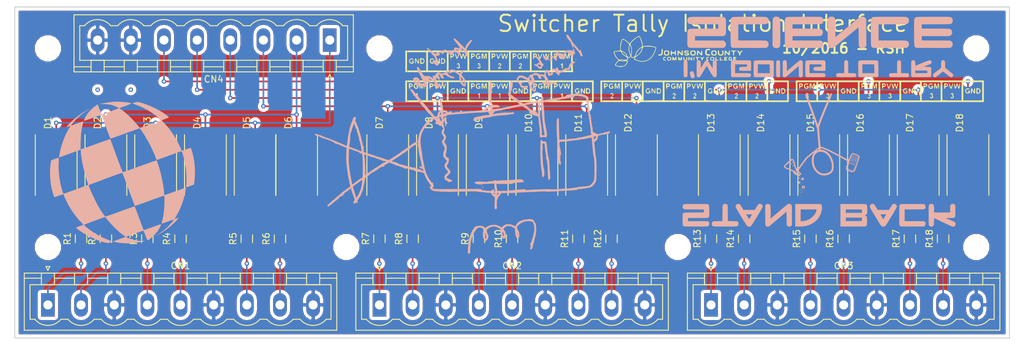
<source format=kicad_pcb>
(kicad_pcb (version 4) (host pcbnew 4.0.4-stable)

  (general
    (links 64)
    (no_connects 0)
    (area 46.914999 77.394999 199.465001 128.345001)
    (thickness 1.6)
    (drawings 6)
    (tracks 160)
    (zones 0)
    (modules 52)
    (nets 44)
  )

  (page A4)
  (layers
    (0 F.Cu signal)
    (31 B.Cu signal)
    (32 B.Adhes user)
    (33 F.Adhes user)
    (34 B.Paste user)
    (35 F.Paste user)
    (36 B.SilkS user)
    (37 F.SilkS user)
    (38 B.Mask user)
    (39 F.Mask user)
    (40 Dwgs.User user)
    (41 Cmts.User user)
    (42 Eco1.User user)
    (43 Eco2.User user)
    (44 Edge.Cuts user)
    (45 Margin user)
    (46 B.CrtYd user)
    (47 F.CrtYd user)
    (48 B.Fab user)
    (49 F.Fab user)
  )

  (setup
    (last_trace_width 0.254)
    (trace_clearance 0.254)
    (zone_clearance 0.508)
    (zone_45_only no)
    (trace_min 0.1524)
    (segment_width 0.2)
    (edge_width 0.15)
    (via_size 0.6858)
    (via_drill 0.3302)
    (via_min_size 0.6858)
    (via_min_drill 0.3302)
    (uvia_size 0.3)
    (uvia_drill 0.1)
    (uvias_allowed no)
    (uvia_min_size 0.2)
    (uvia_min_drill 0.1)
    (pcb_text_width 0.3)
    (pcb_text_size 1.5 1.5)
    (mod_edge_width 0.15)
    (mod_text_size 1 1)
    (mod_text_width 0.15)
    (pad_size 1.524 1.524)
    (pad_drill 0.762)
    (pad_to_mask_clearance 0.2)
    (aux_axis_origin 0 0)
    (visible_elements 7FFFFFFF)
    (pcbplotparams
      (layerselection 0x00030_80000001)
      (usegerberextensions false)
      (excludeedgelayer true)
      (linewidth 0.100000)
      (plotframeref false)
      (viasonmask false)
      (mode 1)
      (useauxorigin false)
      (hpglpennumber 1)
      (hpglpenspeed 20)
      (hpglpendiameter 15)
      (hpglpenoverlay 2)
      (psnegative false)
      (psa4output false)
      (plotreference true)
      (plotvalue true)
      (plotinvisibletext false)
      (padsonsilk false)
      (subtractmaskfromsilk false)
      (outputformat 1)
      (mirror false)
      (drillshape 1)
      (scaleselection 1)
      (outputdirectory ""))
  )

  (net 0 "")
  (net 1 "Net-(CN1-Pad1)")
  (net 2 "Net-(CN1-Pad2)")
  (net 3 GND)
  (net 4 "Net-(CN1-Pad4)")
  (net 5 "Net-(CN1-Pad5)")
  (net 6 "Net-(CN1-Pad7)")
  (net 7 "Net-(CN1-Pad8)")
  (net 8 "Net-(CN2-Pad1)")
  (net 9 "Net-(CN2-Pad2)")
  (net 10 "Net-(CN2-Pad4)")
  (net 11 "Net-(CN2-Pad5)")
  (net 12 "Net-(CN2-Pad7)")
  (net 13 "Net-(CN2-Pad8)")
  (net 14 "Net-(CN3-Pad1)")
  (net 15 "Net-(CN3-Pad2)")
  (net 16 "Net-(CN3-Pad4)")
  (net 17 "Net-(CN3-Pad5)")
  (net 18 "Net-(CN3-Pad7)")
  (net 19 "Net-(CN3-Pad8)")
  (net 20 "Net-(CN4-Pad1)")
  (net 21 "Net-(CN4-Pad2)")
  (net 22 "Net-(CN4-Pad3)")
  (net 23 "Net-(CN4-Pad4)")
  (net 24 "Net-(CN4-Pad5)")
  (net 25 "Net-(CN4-Pad6)")
  (net 26 "Net-(D1-Pad2)")
  (net 27 "Net-(D2-Pad2)")
  (net 28 "Net-(D3-Pad2)")
  (net 29 "Net-(D4-Pad2)")
  (net 30 "Net-(D5-Pad2)")
  (net 31 "Net-(D6-Pad2)")
  (net 32 "Net-(D7-Pad2)")
  (net 33 "Net-(D8-Pad2)")
  (net 34 "Net-(D9-Pad2)")
  (net 35 "Net-(D10-Pad2)")
  (net 36 "Net-(D11-Pad2)")
  (net 37 "Net-(D12-Pad2)")
  (net 38 "Net-(D13-Pad2)")
  (net 39 "Net-(D14-Pad2)")
  (net 40 "Net-(D15-Pad2)")
  (net 41 "Net-(D16-Pad2)")
  (net 42 "Net-(D17-Pad2)")
  (net 43 "Net-(D18-Pad2)")

  (net_class Default "This is the default net class."
    (clearance 0.254)
    (trace_width 0.254)
    (via_dia 0.6858)
    (via_drill 0.3302)
    (uvia_dia 0.3)
    (uvia_drill 0.1)
    (add_net GND)
    (add_net "Net-(CN1-Pad1)")
    (add_net "Net-(CN1-Pad2)")
    (add_net "Net-(CN1-Pad4)")
    (add_net "Net-(CN1-Pad5)")
    (add_net "Net-(CN1-Pad7)")
    (add_net "Net-(CN1-Pad8)")
    (add_net "Net-(CN2-Pad1)")
    (add_net "Net-(CN2-Pad2)")
    (add_net "Net-(CN2-Pad4)")
    (add_net "Net-(CN2-Pad5)")
    (add_net "Net-(CN2-Pad7)")
    (add_net "Net-(CN2-Pad8)")
    (add_net "Net-(CN3-Pad1)")
    (add_net "Net-(CN3-Pad2)")
    (add_net "Net-(CN3-Pad4)")
    (add_net "Net-(CN3-Pad5)")
    (add_net "Net-(CN3-Pad7)")
    (add_net "Net-(CN3-Pad8)")
    (add_net "Net-(CN4-Pad1)")
    (add_net "Net-(CN4-Pad2)")
    (add_net "Net-(CN4-Pad3)")
    (add_net "Net-(CN4-Pad4)")
    (add_net "Net-(CN4-Pad5)")
    (add_net "Net-(CN4-Pad6)")
    (add_net "Net-(D1-Pad2)")
    (add_net "Net-(D10-Pad2)")
    (add_net "Net-(D11-Pad2)")
    (add_net "Net-(D12-Pad2)")
    (add_net "Net-(D13-Pad2)")
    (add_net "Net-(D14-Pad2)")
    (add_net "Net-(D15-Pad2)")
    (add_net "Net-(D16-Pad2)")
    (add_net "Net-(D17-Pad2)")
    (add_net "Net-(D18-Pad2)")
    (add_net "Net-(D2-Pad2)")
    (add_net "Net-(D3-Pad2)")
    (add_net "Net-(D4-Pad2)")
    (add_net "Net-(D5-Pad2)")
    (add_net "Net-(D6-Pad2)")
    (add_net "Net-(D7-Pad2)")
    (add_net "Net-(D8-Pad2)")
    (add_net "Net-(D9-Pad2)")
  )

  (module Connectors_Phoenix:PhoenixContact_MSTBVA-G_09x5.08mm_Vertical (layer F.Cu) (tedit 5797DB0C) (tstamp 57F87315)
    (at 52.07 123.19)
    (descr "Generic Phoenix Contact connector footprint for series: MSTBVA-G; number of pins: 09; pin pitch: 5.08mm; Vertical || order number: 1755804 12A || order number: 1924376 16A (HC)")
    (tags "phoenix_contact connector MSTBVA_01x09_G_5.08mm")
    (path /57F6FEB6)
    (fp_text reference CN1 (at 20.32 -6) (layer F.SilkS)
      (effects (font (size 1 1) (thickness 0.15)))
    )
    (fp_text value CONN_01X09 (at 20.32 5.3) (layer F.Fab)
      (effects (font (size 1 1) (thickness 0.15)))
    )
    (fp_arc (start 0 0.55) (end -2 2.2) (angle -100.5) (layer F.SilkS) (width 0.15))
    (fp_arc (start 5.08 0.55) (end 3.08 2.2) (angle -100.5) (layer F.SilkS) (width 0.15))
    (fp_arc (start 10.16 0.55) (end 8.16 2.2) (angle -100.5) (layer F.SilkS) (width 0.15))
    (fp_arc (start 15.24 0.55) (end 13.24 2.2) (angle -100.5) (layer F.SilkS) (width 0.15))
    (fp_arc (start 20.32 0.55) (end 18.32 2.2) (angle -100.5) (layer F.SilkS) (width 0.15))
    (fp_arc (start 25.4 0.55) (end 23.4 2.2) (angle -100.5) (layer F.SilkS) (width 0.15))
    (fp_arc (start 30.48 0.55) (end 28.48 2.2) (angle -100.5) (layer F.SilkS) (width 0.15))
    (fp_arc (start 35.56 0.55) (end 33.56 2.2) (angle -100.5) (layer F.SilkS) (width 0.15))
    (fp_arc (start 40.64 0.55) (end 38.64 2.2) (angle -100.5) (layer F.SilkS) (width 0.15))
    (fp_line (start -3.62 -4.88) (end -3.62 3.88) (layer F.SilkS) (width 0.15))
    (fp_line (start -3.62 3.88) (end 44.26 3.88) (layer F.SilkS) (width 0.15))
    (fp_line (start 44.26 3.88) (end 44.26 -4.88) (layer F.SilkS) (width 0.15))
    (fp_line (start 44.26 -4.88) (end -3.62 -4.88) (layer F.SilkS) (width 0.15))
    (fp_line (start -3.62 -4.1) (end -1.08 -4.1) (layer F.SilkS) (width 0.15))
    (fp_line (start 44.26 -4.1) (end 41.72 -4.1) (layer F.SilkS) (width 0.15))
    (fp_line (start 1 -4.1) (end 4.08 -4.1) (layer F.SilkS) (width 0.15))
    (fp_line (start 6.08 -4.1) (end 9.16 -4.1) (layer F.SilkS) (width 0.15))
    (fp_line (start 11.16 -4.1) (end 14.24 -4.1) (layer F.SilkS) (width 0.15))
    (fp_line (start 16.24 -4.1) (end 19.32 -4.1) (layer F.SilkS) (width 0.15))
    (fp_line (start 21.32 -4.1) (end 24.4 -4.1) (layer F.SilkS) (width 0.15))
    (fp_line (start 26.4 -4.1) (end 29.48 -4.1) (layer F.SilkS) (width 0.15))
    (fp_line (start 31.48 -4.1) (end 34.56 -4.1) (layer F.SilkS) (width 0.15))
    (fp_line (start 36.56 -4.1) (end 39.64 -4.1) (layer F.SilkS) (width 0.15))
    (fp_line (start -1 -3.1) (end -1 -4.88) (layer F.SilkS) (width 0.15))
    (fp_line (start -1 -4.88) (end 1 -4.88) (layer F.SilkS) (width 0.15))
    (fp_line (start 1 -4.88) (end 1 -3.1) (layer F.SilkS) (width 0.15))
    (fp_line (start 1 -3.1) (end -1 -3.1) (layer F.SilkS) (width 0.15))
    (fp_line (start 4.08 -3.1) (end 4.08 -4.88) (layer F.SilkS) (width 0.15))
    (fp_line (start 4.08 -4.88) (end 6.08 -4.88) (layer F.SilkS) (width 0.15))
    (fp_line (start 6.08 -4.88) (end 6.08 -3.1) (layer F.SilkS) (width 0.15))
    (fp_line (start 6.08 -3.1) (end 4.08 -3.1) (layer F.SilkS) (width 0.15))
    (fp_line (start 9.16 -3.1) (end 9.16 -4.88) (layer F.SilkS) (width 0.15))
    (fp_line (start 9.16 -4.88) (end 11.16 -4.88) (layer F.SilkS) (width 0.15))
    (fp_line (start 11.16 -4.88) (end 11.16 -3.1) (layer F.SilkS) (width 0.15))
    (fp_line (start 11.16 -3.1) (end 9.16 -3.1) (layer F.SilkS) (width 0.15))
    (fp_line (start 14.24 -3.1) (end 14.24 -4.88) (layer F.SilkS) (width 0.15))
    (fp_line (start 14.24 -4.88) (end 16.24 -4.88) (layer F.SilkS) (width 0.15))
    (fp_line (start 16.24 -4.88) (end 16.24 -3.1) (layer F.SilkS) (width 0.15))
    (fp_line (start 16.24 -3.1) (end 14.24 -3.1) (layer F.SilkS) (width 0.15))
    (fp_line (start 19.32 -3.1) (end 19.32 -4.88) (layer F.SilkS) (width 0.15))
    (fp_line (start 19.32 -4.88) (end 21.32 -4.88) (layer F.SilkS) (width 0.15))
    (fp_line (start 21.32 -4.88) (end 21.32 -3.1) (layer F.SilkS) (width 0.15))
    (fp_line (start 21.32 -3.1) (end 19.32 -3.1) (layer F.SilkS) (width 0.15))
    (fp_line (start 24.4 -3.1) (end 24.4 -4.88) (layer F.SilkS) (width 0.15))
    (fp_line (start 24.4 -4.88) (end 26.4 -4.88) (layer F.SilkS) (width 0.15))
    (fp_line (start 26.4 -4.88) (end 26.4 -3.1) (layer F.SilkS) (width 0.15))
    (fp_line (start 26.4 -3.1) (end 24.4 -3.1) (layer F.SilkS) (width 0.15))
    (fp_line (start 29.48 -3.1) (end 29.48 -4.88) (layer F.SilkS) (width 0.15))
    (fp_line (start 29.48 -4.88) (end 31.48 -4.88) (layer F.SilkS) (width 0.15))
    (fp_line (start 31.48 -4.88) (end 31.48 -3.1) (layer F.SilkS) (width 0.15))
    (fp_line (start 31.48 -3.1) (end 29.48 -3.1) (layer F.SilkS) (width 0.15))
    (fp_line (start 34.56 -3.1) (end 34.56 -4.88) (layer F.SilkS) (width 0.15))
    (fp_line (start 34.56 -4.88) (end 36.56 -4.88) (layer F.SilkS) (width 0.15))
    (fp_line (start 36.56 -4.88) (end 36.56 -3.1) (layer F.SilkS) (width 0.15))
    (fp_line (start 36.56 -3.1) (end 34.56 -3.1) (layer F.SilkS) (width 0.15))
    (fp_line (start 39.64 -3.1) (end 39.64 -4.88) (layer F.SilkS) (width 0.15))
    (fp_line (start 39.64 -4.88) (end 41.64 -4.88) (layer F.SilkS) (width 0.15))
    (fp_line (start 41.64 -4.88) (end 41.64 -3.1) (layer F.SilkS) (width 0.15))
    (fp_line (start 41.64 -3.1) (end 39.64 -3.1) (layer F.SilkS) (width 0.15))
    (fp_line (start 2 2.2) (end 3.08 2.2) (layer F.SilkS) (width 0.15))
    (fp_line (start 7.08 2.2) (end 8.16 2.2) (layer F.SilkS) (width 0.15))
    (fp_line (start 12.16 2.2) (end 13.24 2.2) (layer F.SilkS) (width 0.15))
    (fp_line (start 17.24 2.2) (end 18.32 2.2) (layer F.SilkS) (width 0.15))
    (fp_line (start 22.32 2.2) (end 23.4 2.2) (layer F.SilkS) (width 0.15))
    (fp_line (start 27.4 2.2) (end 28.48 2.2) (layer F.SilkS) (width 0.15))
    (fp_line (start 32.48 2.2) (end 33.56 2.2) (layer F.SilkS) (width 0.15))
    (fp_line (start 37.56 2.2) (end 38.64 2.2) (layer F.SilkS) (width 0.15))
    (fp_line (start -2 2.2) (end -2.74 2.2) (layer F.SilkS) (width 0.15))
    (fp_line (start -2.74 2.2) (end -2.74 -3.1) (layer F.SilkS) (width 0.15))
    (fp_line (start -2.74 -3.1) (end 43.38 -3.1) (layer F.SilkS) (width 0.15))
    (fp_line (start 43.38 -3.1) (end 43.38 2.2) (layer F.SilkS) (width 0.15))
    (fp_line (start 43.38 2.2) (end 42.64 2.2) (layer F.SilkS) (width 0.15))
    (fp_line (start -4.05 -5.3) (end -4.05 4.3) (layer F.CrtYd) (width 0.05))
    (fp_line (start -4.05 4.3) (end 44.7 4.3) (layer F.CrtYd) (width 0.05))
    (fp_line (start 44.7 4.3) (end 44.7 -5.3) (layer F.CrtYd) (width 0.05))
    (fp_line (start 44.7 -5.3) (end -4.05 -5.3) (layer F.CrtYd) (width 0.05))
    (fp_line (start 0 -5.3) (end 0.3 -5.9) (layer F.SilkS) (width 0.15))
    (fp_line (start 0.3 -5.9) (end -0.3 -5.9) (layer F.SilkS) (width 0.15))
    (fp_line (start -0.3 -5.9) (end 0 -5.3) (layer F.SilkS) (width 0.15))
    (pad 1 thru_hole rect (at 0 0) (size 2.1 3.6) (drill 1.4) (layers *.Cu *.Mask)
      (net 1 "Net-(CN1-Pad1)"))
    (pad 2 thru_hole oval (at 5.08 0) (size 2.1 3.6) (drill 1.4) (layers *.Cu *.Mask)
      (net 2 "Net-(CN1-Pad2)"))
    (pad 3 thru_hole oval (at 10.16 0) (size 2.1 3.6) (drill 1.4) (layers *.Cu *.Mask)
      (net 3 GND))
    (pad 4 thru_hole oval (at 15.24 0) (size 2.1 3.6) (drill 1.4) (layers *.Cu *.Mask)
      (net 4 "Net-(CN1-Pad4)"))
    (pad 5 thru_hole oval (at 20.32 0) (size 2.1 3.6) (drill 1.4) (layers *.Cu *.Mask)
      (net 5 "Net-(CN1-Pad5)"))
    (pad 6 thru_hole oval (at 25.4 0) (size 2.1 3.6) (drill 1.4) (layers *.Cu *.Mask)
      (net 3 GND))
    (pad 7 thru_hole oval (at 30.48 0) (size 2.1 3.6) (drill 1.4) (layers *.Cu *.Mask)
      (net 6 "Net-(CN1-Pad7)"))
    (pad 8 thru_hole oval (at 35.56 0) (size 2.1 3.6) (drill 1.4) (layers *.Cu *.Mask)
      (net 7 "Net-(CN1-Pad8)"))
    (pad 9 thru_hole oval (at 40.64 0) (size 2.1 3.6) (drill 1.4) (layers *.Cu *.Mask)
      (net 3 GND))
    (model Connectors_Phoenix.3dshapes/PhoenixContact_MSTBVA-G_09x5.08mm_Vertical.wrl
      (at (xyz 0 0 0))
      (scale (xyz 1 1 1))
      (rotate (xyz 0 0 0))
    )
  )

  (module Connectors_Phoenix:PhoenixContact_MSTBVA-G_09x5.08mm_Vertical (layer F.Cu) (tedit 5797DB0C) (tstamp 57F87322)
    (at 102.87 123.19)
    (descr "Generic Phoenix Contact connector footprint for series: MSTBVA-G; number of pins: 09; pin pitch: 5.08mm; Vertical || order number: 1755804 12A || order number: 1924376 16A (HC)")
    (tags "phoenix_contact connector MSTBVA_01x09_G_5.08mm")
    (path /57F6FF50)
    (fp_text reference CN2 (at 20.32 -6) (layer F.SilkS)
      (effects (font (size 1 1) (thickness 0.15)))
    )
    (fp_text value CONN_01X09 (at 20.32 5.3) (layer F.Fab)
      (effects (font (size 1 1) (thickness 0.15)))
    )
    (fp_arc (start 0 0.55) (end -2 2.2) (angle -100.5) (layer F.SilkS) (width 0.15))
    (fp_arc (start 5.08 0.55) (end 3.08 2.2) (angle -100.5) (layer F.SilkS) (width 0.15))
    (fp_arc (start 10.16 0.55) (end 8.16 2.2) (angle -100.5) (layer F.SilkS) (width 0.15))
    (fp_arc (start 15.24 0.55) (end 13.24 2.2) (angle -100.5) (layer F.SilkS) (width 0.15))
    (fp_arc (start 20.32 0.55) (end 18.32 2.2) (angle -100.5) (layer F.SilkS) (width 0.15))
    (fp_arc (start 25.4 0.55) (end 23.4 2.2) (angle -100.5) (layer F.SilkS) (width 0.15))
    (fp_arc (start 30.48 0.55) (end 28.48 2.2) (angle -100.5) (layer F.SilkS) (width 0.15))
    (fp_arc (start 35.56 0.55) (end 33.56 2.2) (angle -100.5) (layer F.SilkS) (width 0.15))
    (fp_arc (start 40.64 0.55) (end 38.64 2.2) (angle -100.5) (layer F.SilkS) (width 0.15))
    (fp_line (start -3.62 -4.88) (end -3.62 3.88) (layer F.SilkS) (width 0.15))
    (fp_line (start -3.62 3.88) (end 44.26 3.88) (layer F.SilkS) (width 0.15))
    (fp_line (start 44.26 3.88) (end 44.26 -4.88) (layer F.SilkS) (width 0.15))
    (fp_line (start 44.26 -4.88) (end -3.62 -4.88) (layer F.SilkS) (width 0.15))
    (fp_line (start -3.62 -4.1) (end -1.08 -4.1) (layer F.SilkS) (width 0.15))
    (fp_line (start 44.26 -4.1) (end 41.72 -4.1) (layer F.SilkS) (width 0.15))
    (fp_line (start 1 -4.1) (end 4.08 -4.1) (layer F.SilkS) (width 0.15))
    (fp_line (start 6.08 -4.1) (end 9.16 -4.1) (layer F.SilkS) (width 0.15))
    (fp_line (start 11.16 -4.1) (end 14.24 -4.1) (layer F.SilkS) (width 0.15))
    (fp_line (start 16.24 -4.1) (end 19.32 -4.1) (layer F.SilkS) (width 0.15))
    (fp_line (start 21.32 -4.1) (end 24.4 -4.1) (layer F.SilkS) (width 0.15))
    (fp_line (start 26.4 -4.1) (end 29.48 -4.1) (layer F.SilkS) (width 0.15))
    (fp_line (start 31.48 -4.1) (end 34.56 -4.1) (layer F.SilkS) (width 0.15))
    (fp_line (start 36.56 -4.1) (end 39.64 -4.1) (layer F.SilkS) (width 0.15))
    (fp_line (start -1 -3.1) (end -1 -4.88) (layer F.SilkS) (width 0.15))
    (fp_line (start -1 -4.88) (end 1 -4.88) (layer F.SilkS) (width 0.15))
    (fp_line (start 1 -4.88) (end 1 -3.1) (layer F.SilkS) (width 0.15))
    (fp_line (start 1 -3.1) (end -1 -3.1) (layer F.SilkS) (width 0.15))
    (fp_line (start 4.08 -3.1) (end 4.08 -4.88) (layer F.SilkS) (width 0.15))
    (fp_line (start 4.08 -4.88) (end 6.08 -4.88) (layer F.SilkS) (width 0.15))
    (fp_line (start 6.08 -4.88) (end 6.08 -3.1) (layer F.SilkS) (width 0.15))
    (fp_line (start 6.08 -3.1) (end 4.08 -3.1) (layer F.SilkS) (width 0.15))
    (fp_line (start 9.16 -3.1) (end 9.16 -4.88) (layer F.SilkS) (width 0.15))
    (fp_line (start 9.16 -4.88) (end 11.16 -4.88) (layer F.SilkS) (width 0.15))
    (fp_line (start 11.16 -4.88) (end 11.16 -3.1) (layer F.SilkS) (width 0.15))
    (fp_line (start 11.16 -3.1) (end 9.16 -3.1) (layer F.SilkS) (width 0.15))
    (fp_line (start 14.24 -3.1) (end 14.24 -4.88) (layer F.SilkS) (width 0.15))
    (fp_line (start 14.24 -4.88) (end 16.24 -4.88) (layer F.SilkS) (width 0.15))
    (fp_line (start 16.24 -4.88) (end 16.24 -3.1) (layer F.SilkS) (width 0.15))
    (fp_line (start 16.24 -3.1) (end 14.24 -3.1) (layer F.SilkS) (width 0.15))
    (fp_line (start 19.32 -3.1) (end 19.32 -4.88) (layer F.SilkS) (width 0.15))
    (fp_line (start 19.32 -4.88) (end 21.32 -4.88) (layer F.SilkS) (width 0.15))
    (fp_line (start 21.32 -4.88) (end 21.32 -3.1) (layer F.SilkS) (width 0.15))
    (fp_line (start 21.32 -3.1) (end 19.32 -3.1) (layer F.SilkS) (width 0.15))
    (fp_line (start 24.4 -3.1) (end 24.4 -4.88) (layer F.SilkS) (width 0.15))
    (fp_line (start 24.4 -4.88) (end 26.4 -4.88) (layer F.SilkS) (width 0.15))
    (fp_line (start 26.4 -4.88) (end 26.4 -3.1) (layer F.SilkS) (width 0.15))
    (fp_line (start 26.4 -3.1) (end 24.4 -3.1) (layer F.SilkS) (width 0.15))
    (fp_line (start 29.48 -3.1) (end 29.48 -4.88) (layer F.SilkS) (width 0.15))
    (fp_line (start 29.48 -4.88) (end 31.48 -4.88) (layer F.SilkS) (width 0.15))
    (fp_line (start 31.48 -4.88) (end 31.48 -3.1) (layer F.SilkS) (width 0.15))
    (fp_line (start 31.48 -3.1) (end 29.48 -3.1) (layer F.SilkS) (width 0.15))
    (fp_line (start 34.56 -3.1) (end 34.56 -4.88) (layer F.SilkS) (width 0.15))
    (fp_line (start 34.56 -4.88) (end 36.56 -4.88) (layer F.SilkS) (width 0.15))
    (fp_line (start 36.56 -4.88) (end 36.56 -3.1) (layer F.SilkS) (width 0.15))
    (fp_line (start 36.56 -3.1) (end 34.56 -3.1) (layer F.SilkS) (width 0.15))
    (fp_line (start 39.64 -3.1) (end 39.64 -4.88) (layer F.SilkS) (width 0.15))
    (fp_line (start 39.64 -4.88) (end 41.64 -4.88) (layer F.SilkS) (width 0.15))
    (fp_line (start 41.64 -4.88) (end 41.64 -3.1) (layer F.SilkS) (width 0.15))
    (fp_line (start 41.64 -3.1) (end 39.64 -3.1) (layer F.SilkS) (width 0.15))
    (fp_line (start 2 2.2) (end 3.08 2.2) (layer F.SilkS) (width 0.15))
    (fp_line (start 7.08 2.2) (end 8.16 2.2) (layer F.SilkS) (width 0.15))
    (fp_line (start 12.16 2.2) (end 13.24 2.2) (layer F.SilkS) (width 0.15))
    (fp_line (start 17.24 2.2) (end 18.32 2.2) (layer F.SilkS) (width 0.15))
    (fp_line (start 22.32 2.2) (end 23.4 2.2) (layer F.SilkS) (width 0.15))
    (fp_line (start 27.4 2.2) (end 28.48 2.2) (layer F.SilkS) (width 0.15))
    (fp_line (start 32.48 2.2) (end 33.56 2.2) (layer F.SilkS) (width 0.15))
    (fp_line (start 37.56 2.2) (end 38.64 2.2) (layer F.SilkS) (width 0.15))
    (fp_line (start -2 2.2) (end -2.74 2.2) (layer F.SilkS) (width 0.15))
    (fp_line (start -2.74 2.2) (end -2.74 -3.1) (layer F.SilkS) (width 0.15))
    (fp_line (start -2.74 -3.1) (end 43.38 -3.1) (layer F.SilkS) (width 0.15))
    (fp_line (start 43.38 -3.1) (end 43.38 2.2) (layer F.SilkS) (width 0.15))
    (fp_line (start 43.38 2.2) (end 42.64 2.2) (layer F.SilkS) (width 0.15))
    (fp_line (start -4.05 -5.3) (end -4.05 4.3) (layer F.CrtYd) (width 0.05))
    (fp_line (start -4.05 4.3) (end 44.7 4.3) (layer F.CrtYd) (width 0.05))
    (fp_line (start 44.7 4.3) (end 44.7 -5.3) (layer F.CrtYd) (width 0.05))
    (fp_line (start 44.7 -5.3) (end -4.05 -5.3) (layer F.CrtYd) (width 0.05))
    (fp_line (start 0 -5.3) (end 0.3 -5.9) (layer F.SilkS) (width 0.15))
    (fp_line (start 0.3 -5.9) (end -0.3 -5.9) (layer F.SilkS) (width 0.15))
    (fp_line (start -0.3 -5.9) (end 0 -5.3) (layer F.SilkS) (width 0.15))
    (pad 1 thru_hole rect (at 0 0) (size 2.1 3.6) (drill 1.4) (layers *.Cu *.Mask)
      (net 8 "Net-(CN2-Pad1)"))
    (pad 2 thru_hole oval (at 5.08 0) (size 2.1 3.6) (drill 1.4) (layers *.Cu *.Mask)
      (net 9 "Net-(CN2-Pad2)"))
    (pad 3 thru_hole oval (at 10.16 0) (size 2.1 3.6) (drill 1.4) (layers *.Cu *.Mask)
      (net 3 GND))
    (pad 4 thru_hole oval (at 15.24 0) (size 2.1 3.6) (drill 1.4) (layers *.Cu *.Mask)
      (net 10 "Net-(CN2-Pad4)"))
    (pad 5 thru_hole oval (at 20.32 0) (size 2.1 3.6) (drill 1.4) (layers *.Cu *.Mask)
      (net 11 "Net-(CN2-Pad5)"))
    (pad 6 thru_hole oval (at 25.4 0) (size 2.1 3.6) (drill 1.4) (layers *.Cu *.Mask)
      (net 3 GND))
    (pad 7 thru_hole oval (at 30.48 0) (size 2.1 3.6) (drill 1.4) (layers *.Cu *.Mask)
      (net 12 "Net-(CN2-Pad7)"))
    (pad 8 thru_hole oval (at 35.56 0) (size 2.1 3.6) (drill 1.4) (layers *.Cu *.Mask)
      (net 13 "Net-(CN2-Pad8)"))
    (pad 9 thru_hole oval (at 40.64 0) (size 2.1 3.6) (drill 1.4) (layers *.Cu *.Mask)
      (net 3 GND))
    (model Connectors_Phoenix.3dshapes/PhoenixContact_MSTBVA-G_09x5.08mm_Vertical.wrl
      (at (xyz 0 0 0))
      (scale (xyz 1 1 1))
      (rotate (xyz 0 0 0))
    )
  )

  (module Connectors_Phoenix:PhoenixContact_MSTBVA-G_09x5.08mm_Vertical (layer F.Cu) (tedit 5797DB0C) (tstamp 57F8732F)
    (at 153.67 123.19)
    (descr "Generic Phoenix Contact connector footprint for series: MSTBVA-G; number of pins: 09; pin pitch: 5.08mm; Vertical || order number: 1755804 12A || order number: 1924376 16A (HC)")
    (tags "phoenix_contact connector MSTBVA_01x09_G_5.08mm")
    (path /57F6FFDB)
    (fp_text reference CN3 (at 20.32 -6) (layer F.SilkS)
      (effects (font (size 1 1) (thickness 0.15)))
    )
    (fp_text value CONN_01X09 (at 20.32 5.3) (layer F.Fab)
      (effects (font (size 1 1) (thickness 0.15)))
    )
    (fp_arc (start 0 0.55) (end -2 2.2) (angle -100.5) (layer F.SilkS) (width 0.15))
    (fp_arc (start 5.08 0.55) (end 3.08 2.2) (angle -100.5) (layer F.SilkS) (width 0.15))
    (fp_arc (start 10.16 0.55) (end 8.16 2.2) (angle -100.5) (layer F.SilkS) (width 0.15))
    (fp_arc (start 15.24 0.55) (end 13.24 2.2) (angle -100.5) (layer F.SilkS) (width 0.15))
    (fp_arc (start 20.32 0.55) (end 18.32 2.2) (angle -100.5) (layer F.SilkS) (width 0.15))
    (fp_arc (start 25.4 0.55) (end 23.4 2.2) (angle -100.5) (layer F.SilkS) (width 0.15))
    (fp_arc (start 30.48 0.55) (end 28.48 2.2) (angle -100.5) (layer F.SilkS) (width 0.15))
    (fp_arc (start 35.56 0.55) (end 33.56 2.2) (angle -100.5) (layer F.SilkS) (width 0.15))
    (fp_arc (start 40.64 0.55) (end 38.64 2.2) (angle -100.5) (layer F.SilkS) (width 0.15))
    (fp_line (start -3.62 -4.88) (end -3.62 3.88) (layer F.SilkS) (width 0.15))
    (fp_line (start -3.62 3.88) (end 44.26 3.88) (layer F.SilkS) (width 0.15))
    (fp_line (start 44.26 3.88) (end 44.26 -4.88) (layer F.SilkS) (width 0.15))
    (fp_line (start 44.26 -4.88) (end -3.62 -4.88) (layer F.SilkS) (width 0.15))
    (fp_line (start -3.62 -4.1) (end -1.08 -4.1) (layer F.SilkS) (width 0.15))
    (fp_line (start 44.26 -4.1) (end 41.72 -4.1) (layer F.SilkS) (width 0.15))
    (fp_line (start 1 -4.1) (end 4.08 -4.1) (layer F.SilkS) (width 0.15))
    (fp_line (start 6.08 -4.1) (end 9.16 -4.1) (layer F.SilkS) (width 0.15))
    (fp_line (start 11.16 -4.1) (end 14.24 -4.1) (layer F.SilkS) (width 0.15))
    (fp_line (start 16.24 -4.1) (end 19.32 -4.1) (layer F.SilkS) (width 0.15))
    (fp_line (start 21.32 -4.1) (end 24.4 -4.1) (layer F.SilkS) (width 0.15))
    (fp_line (start 26.4 -4.1) (end 29.48 -4.1) (layer F.SilkS) (width 0.15))
    (fp_line (start 31.48 -4.1) (end 34.56 -4.1) (layer F.SilkS) (width 0.15))
    (fp_line (start 36.56 -4.1) (end 39.64 -4.1) (layer F.SilkS) (width 0.15))
    (fp_line (start -1 -3.1) (end -1 -4.88) (layer F.SilkS) (width 0.15))
    (fp_line (start -1 -4.88) (end 1 -4.88) (layer F.SilkS) (width 0.15))
    (fp_line (start 1 -4.88) (end 1 -3.1) (layer F.SilkS) (width 0.15))
    (fp_line (start 1 -3.1) (end -1 -3.1) (layer F.SilkS) (width 0.15))
    (fp_line (start 4.08 -3.1) (end 4.08 -4.88) (layer F.SilkS) (width 0.15))
    (fp_line (start 4.08 -4.88) (end 6.08 -4.88) (layer F.SilkS) (width 0.15))
    (fp_line (start 6.08 -4.88) (end 6.08 -3.1) (layer F.SilkS) (width 0.15))
    (fp_line (start 6.08 -3.1) (end 4.08 -3.1) (layer F.SilkS) (width 0.15))
    (fp_line (start 9.16 -3.1) (end 9.16 -4.88) (layer F.SilkS) (width 0.15))
    (fp_line (start 9.16 -4.88) (end 11.16 -4.88) (layer F.SilkS) (width 0.15))
    (fp_line (start 11.16 -4.88) (end 11.16 -3.1) (layer F.SilkS) (width 0.15))
    (fp_line (start 11.16 -3.1) (end 9.16 -3.1) (layer F.SilkS) (width 0.15))
    (fp_line (start 14.24 -3.1) (end 14.24 -4.88) (layer F.SilkS) (width 0.15))
    (fp_line (start 14.24 -4.88) (end 16.24 -4.88) (layer F.SilkS) (width 0.15))
    (fp_line (start 16.24 -4.88) (end 16.24 -3.1) (layer F.SilkS) (width 0.15))
    (fp_line (start 16.24 -3.1) (end 14.24 -3.1) (layer F.SilkS) (width 0.15))
    (fp_line (start 19.32 -3.1) (end 19.32 -4.88) (layer F.SilkS) (width 0.15))
    (fp_line (start 19.32 -4.88) (end 21.32 -4.88) (layer F.SilkS) (width 0.15))
    (fp_line (start 21.32 -4.88) (end 21.32 -3.1) (layer F.SilkS) (width 0.15))
    (fp_line (start 21.32 -3.1) (end 19.32 -3.1) (layer F.SilkS) (width 0.15))
    (fp_line (start 24.4 -3.1) (end 24.4 -4.88) (layer F.SilkS) (width 0.15))
    (fp_line (start 24.4 -4.88) (end 26.4 -4.88) (layer F.SilkS) (width 0.15))
    (fp_line (start 26.4 -4.88) (end 26.4 -3.1) (layer F.SilkS) (width 0.15))
    (fp_line (start 26.4 -3.1) (end 24.4 -3.1) (layer F.SilkS) (width 0.15))
    (fp_line (start 29.48 -3.1) (end 29.48 -4.88) (layer F.SilkS) (width 0.15))
    (fp_line (start 29.48 -4.88) (end 31.48 -4.88) (layer F.SilkS) (width 0.15))
    (fp_line (start 31.48 -4.88) (end 31.48 -3.1) (layer F.SilkS) (width 0.15))
    (fp_line (start 31.48 -3.1) (end 29.48 -3.1) (layer F.SilkS) (width 0.15))
    (fp_line (start 34.56 -3.1) (end 34.56 -4.88) (layer F.SilkS) (width 0.15))
    (fp_line (start 34.56 -4.88) (end 36.56 -4.88) (layer F.SilkS) (width 0.15))
    (fp_line (start 36.56 -4.88) (end 36.56 -3.1) (layer F.SilkS) (width 0.15))
    (fp_line (start 36.56 -3.1) (end 34.56 -3.1) (layer F.SilkS) (width 0.15))
    (fp_line (start 39.64 -3.1) (end 39.64 -4.88) (layer F.SilkS) (width 0.15))
    (fp_line (start 39.64 -4.88) (end 41.64 -4.88) (layer F.SilkS) (width 0.15))
    (fp_line (start 41.64 -4.88) (end 41.64 -3.1) (layer F.SilkS) (width 0.15))
    (fp_line (start 41.64 -3.1) (end 39.64 -3.1) (layer F.SilkS) (width 0.15))
    (fp_line (start 2 2.2) (end 3.08 2.2) (layer F.SilkS) (width 0.15))
    (fp_line (start 7.08 2.2) (end 8.16 2.2) (layer F.SilkS) (width 0.15))
    (fp_line (start 12.16 2.2) (end 13.24 2.2) (layer F.SilkS) (width 0.15))
    (fp_line (start 17.24 2.2) (end 18.32 2.2) (layer F.SilkS) (width 0.15))
    (fp_line (start 22.32 2.2) (end 23.4 2.2) (layer F.SilkS) (width 0.15))
    (fp_line (start 27.4 2.2) (end 28.48 2.2) (layer F.SilkS) (width 0.15))
    (fp_line (start 32.48 2.2) (end 33.56 2.2) (layer F.SilkS) (width 0.15))
    (fp_line (start 37.56 2.2) (end 38.64 2.2) (layer F.SilkS) (width 0.15))
    (fp_line (start -2 2.2) (end -2.74 2.2) (layer F.SilkS) (width 0.15))
    (fp_line (start -2.74 2.2) (end -2.74 -3.1) (layer F.SilkS) (width 0.15))
    (fp_line (start -2.74 -3.1) (end 43.38 -3.1) (layer F.SilkS) (width 0.15))
    (fp_line (start 43.38 -3.1) (end 43.38 2.2) (layer F.SilkS) (width 0.15))
    (fp_line (start 43.38 2.2) (end 42.64 2.2) (layer F.SilkS) (width 0.15))
    (fp_line (start -4.05 -5.3) (end -4.05 4.3) (layer F.CrtYd) (width 0.05))
    (fp_line (start -4.05 4.3) (end 44.7 4.3) (layer F.CrtYd) (width 0.05))
    (fp_line (start 44.7 4.3) (end 44.7 -5.3) (layer F.CrtYd) (width 0.05))
    (fp_line (start 44.7 -5.3) (end -4.05 -5.3) (layer F.CrtYd) (width 0.05))
    (fp_line (start 0 -5.3) (end 0.3 -5.9) (layer F.SilkS) (width 0.15))
    (fp_line (start 0.3 -5.9) (end -0.3 -5.9) (layer F.SilkS) (width 0.15))
    (fp_line (start -0.3 -5.9) (end 0 -5.3) (layer F.SilkS) (width 0.15))
    (pad 1 thru_hole rect (at 0 0) (size 2.1 3.6) (drill 1.4) (layers *.Cu *.Mask)
      (net 14 "Net-(CN3-Pad1)"))
    (pad 2 thru_hole oval (at 5.08 0) (size 2.1 3.6) (drill 1.4) (layers *.Cu *.Mask)
      (net 15 "Net-(CN3-Pad2)"))
    (pad 3 thru_hole oval (at 10.16 0) (size 2.1 3.6) (drill 1.4) (layers *.Cu *.Mask)
      (net 3 GND))
    (pad 4 thru_hole oval (at 15.24 0) (size 2.1 3.6) (drill 1.4) (layers *.Cu *.Mask)
      (net 16 "Net-(CN3-Pad4)"))
    (pad 5 thru_hole oval (at 20.32 0) (size 2.1 3.6) (drill 1.4) (layers *.Cu *.Mask)
      (net 17 "Net-(CN3-Pad5)"))
    (pad 6 thru_hole oval (at 25.4 0) (size 2.1 3.6) (drill 1.4) (layers *.Cu *.Mask)
      (net 3 GND))
    (pad 7 thru_hole oval (at 30.48 0) (size 2.1 3.6) (drill 1.4) (layers *.Cu *.Mask)
      (net 18 "Net-(CN3-Pad7)"))
    (pad 8 thru_hole oval (at 35.56 0) (size 2.1 3.6) (drill 1.4) (layers *.Cu *.Mask)
      (net 19 "Net-(CN3-Pad8)"))
    (pad 9 thru_hole oval (at 40.64 0) (size 2.1 3.6) (drill 1.4) (layers *.Cu *.Mask)
      (net 3 GND))
    (model Connectors_Phoenix.3dshapes/PhoenixContact_MSTBVA-G_09x5.08mm_Vertical.wrl
      (at (xyz 0 0 0))
      (scale (xyz 1 1 1))
      (rotate (xyz 0 0 0))
    )
  )

  (module Connectors_Phoenix:PhoenixContact_MSTBVA-G_08x5.08mm_Vertical (layer F.Cu) (tedit 5797DB0C) (tstamp 57F8733B)
    (at 95.25 82.55 180)
    (descr "Generic Phoenix Contact connector footprint for series: MSTBVA-G; number of pins: 08; pin pitch: 5.08mm; Vertical || order number: 1755794 12A || order number: 1924363 16A (HC)")
    (tags "phoenix_contact connector MSTBVA_01x08_G_5.08mm")
    (path /57F70380)
    (fp_text reference CN4 (at 17.78 -6 180) (layer F.SilkS)
      (effects (font (size 1 1) (thickness 0.15)))
    )
    (fp_text value CONN_01X08 (at 17.78 5.3 180) (layer F.Fab)
      (effects (font (size 1 1) (thickness 0.15)))
    )
    (fp_arc (start 0 0.55) (end -2 2.2) (angle -100.5) (layer F.SilkS) (width 0.15))
    (fp_arc (start 5.08 0.55) (end 3.08 2.2) (angle -100.5) (layer F.SilkS) (width 0.15))
    (fp_arc (start 10.16 0.55) (end 8.16 2.2) (angle -100.5) (layer F.SilkS) (width 0.15))
    (fp_arc (start 15.24 0.55) (end 13.24 2.2) (angle -100.5) (layer F.SilkS) (width 0.15))
    (fp_arc (start 20.32 0.55) (end 18.32 2.2) (angle -100.5) (layer F.SilkS) (width 0.15))
    (fp_arc (start 25.4 0.55) (end 23.4 2.2) (angle -100.5) (layer F.SilkS) (width 0.15))
    (fp_arc (start 30.48 0.55) (end 28.48 2.2) (angle -100.5) (layer F.SilkS) (width 0.15))
    (fp_arc (start 35.56 0.55) (end 33.56 2.2) (angle -100.5) (layer F.SilkS) (width 0.15))
    (fp_line (start -3.62 -4.88) (end -3.62 3.88) (layer F.SilkS) (width 0.15))
    (fp_line (start -3.62 3.88) (end 39.18 3.88) (layer F.SilkS) (width 0.15))
    (fp_line (start 39.18 3.88) (end 39.18 -4.88) (layer F.SilkS) (width 0.15))
    (fp_line (start 39.18 -4.88) (end -3.62 -4.88) (layer F.SilkS) (width 0.15))
    (fp_line (start -3.62 -4.1) (end -1.08 -4.1) (layer F.SilkS) (width 0.15))
    (fp_line (start 39.18 -4.1) (end 36.64 -4.1) (layer F.SilkS) (width 0.15))
    (fp_line (start 1 -4.1) (end 4.08 -4.1) (layer F.SilkS) (width 0.15))
    (fp_line (start 6.08 -4.1) (end 9.16 -4.1) (layer F.SilkS) (width 0.15))
    (fp_line (start 11.16 -4.1) (end 14.24 -4.1) (layer F.SilkS) (width 0.15))
    (fp_line (start 16.24 -4.1) (end 19.32 -4.1) (layer F.SilkS) (width 0.15))
    (fp_line (start 21.32 -4.1) (end 24.4 -4.1) (layer F.SilkS) (width 0.15))
    (fp_line (start 26.4 -4.1) (end 29.48 -4.1) (layer F.SilkS) (width 0.15))
    (fp_line (start 31.48 -4.1) (end 34.56 -4.1) (layer F.SilkS) (width 0.15))
    (fp_line (start -1 -3.1) (end -1 -4.88) (layer F.SilkS) (width 0.15))
    (fp_line (start -1 -4.88) (end 1 -4.88) (layer F.SilkS) (width 0.15))
    (fp_line (start 1 -4.88) (end 1 -3.1) (layer F.SilkS) (width 0.15))
    (fp_line (start 1 -3.1) (end -1 -3.1) (layer F.SilkS) (width 0.15))
    (fp_line (start 4.08 -3.1) (end 4.08 -4.88) (layer F.SilkS) (width 0.15))
    (fp_line (start 4.08 -4.88) (end 6.08 -4.88) (layer F.SilkS) (width 0.15))
    (fp_line (start 6.08 -4.88) (end 6.08 -3.1) (layer F.SilkS) (width 0.15))
    (fp_line (start 6.08 -3.1) (end 4.08 -3.1) (layer F.SilkS) (width 0.15))
    (fp_line (start 9.16 -3.1) (end 9.16 -4.88) (layer F.SilkS) (width 0.15))
    (fp_line (start 9.16 -4.88) (end 11.16 -4.88) (layer F.SilkS) (width 0.15))
    (fp_line (start 11.16 -4.88) (end 11.16 -3.1) (layer F.SilkS) (width 0.15))
    (fp_line (start 11.16 -3.1) (end 9.16 -3.1) (layer F.SilkS) (width 0.15))
    (fp_line (start 14.24 -3.1) (end 14.24 -4.88) (layer F.SilkS) (width 0.15))
    (fp_line (start 14.24 -4.88) (end 16.24 -4.88) (layer F.SilkS) (width 0.15))
    (fp_line (start 16.24 -4.88) (end 16.24 -3.1) (layer F.SilkS) (width 0.15))
    (fp_line (start 16.24 -3.1) (end 14.24 -3.1) (layer F.SilkS) (width 0.15))
    (fp_line (start 19.32 -3.1) (end 19.32 -4.88) (layer F.SilkS) (width 0.15))
    (fp_line (start 19.32 -4.88) (end 21.32 -4.88) (layer F.SilkS) (width 0.15))
    (fp_line (start 21.32 -4.88) (end 21.32 -3.1) (layer F.SilkS) (width 0.15))
    (fp_line (start 21.32 -3.1) (end 19.32 -3.1) (layer F.SilkS) (width 0.15))
    (fp_line (start 24.4 -3.1) (end 24.4 -4.88) (layer F.SilkS) (width 0.15))
    (fp_line (start 24.4 -4.88) (end 26.4 -4.88) (layer F.SilkS) (width 0.15))
    (fp_line (start 26.4 -4.88) (end 26.4 -3.1) (layer F.SilkS) (width 0.15))
    (fp_line (start 26.4 -3.1) (end 24.4 -3.1) (layer F.SilkS) (width 0.15))
    (fp_line (start 29.48 -3.1) (end 29.48 -4.88) (layer F.SilkS) (width 0.15))
    (fp_line (start 29.48 -4.88) (end 31.48 -4.88) (layer F.SilkS) (width 0.15))
    (fp_line (start 31.48 -4.88) (end 31.48 -3.1) (layer F.SilkS) (width 0.15))
    (fp_line (start 31.48 -3.1) (end 29.48 -3.1) (layer F.SilkS) (width 0.15))
    (fp_line (start 34.56 -3.1) (end 34.56 -4.88) (layer F.SilkS) (width 0.15))
    (fp_line (start 34.56 -4.88) (end 36.56 -4.88) (layer F.SilkS) (width 0.15))
    (fp_line (start 36.56 -4.88) (end 36.56 -3.1) (layer F.SilkS) (width 0.15))
    (fp_line (start 36.56 -3.1) (end 34.56 -3.1) (layer F.SilkS) (width 0.15))
    (fp_line (start 2 2.2) (end 3.08 2.2) (layer F.SilkS) (width 0.15))
    (fp_line (start 7.08 2.2) (end 8.16 2.2) (layer F.SilkS) (width 0.15))
    (fp_line (start 12.16 2.2) (end 13.24 2.2) (layer F.SilkS) (width 0.15))
    (fp_line (start 17.24 2.2) (end 18.32 2.2) (layer F.SilkS) (width 0.15))
    (fp_line (start 22.32 2.2) (end 23.4 2.2) (layer F.SilkS) (width 0.15))
    (fp_line (start 27.4 2.2) (end 28.48 2.2) (layer F.SilkS) (width 0.15))
    (fp_line (start 32.48 2.2) (end 33.56 2.2) (layer F.SilkS) (width 0.15))
    (fp_line (start -2 2.2) (end -2.74 2.2) (layer F.SilkS) (width 0.15))
    (fp_line (start -2.74 2.2) (end -2.74 -3.1) (layer F.SilkS) (width 0.15))
    (fp_line (start -2.74 -3.1) (end 38.3 -3.1) (layer F.SilkS) (width 0.15))
    (fp_line (start 38.3 -3.1) (end 38.3 2.2) (layer F.SilkS) (width 0.15))
    (fp_line (start 38.3 2.2) (end 37.56 2.2) (layer F.SilkS) (width 0.15))
    (fp_line (start -4.05 -5.3) (end -4.05 4.3) (layer F.CrtYd) (width 0.05))
    (fp_line (start -4.05 4.3) (end 39.6 4.3) (layer F.CrtYd) (width 0.05))
    (fp_line (start 39.6 4.3) (end 39.6 -5.3) (layer F.CrtYd) (width 0.05))
    (fp_line (start 39.6 -5.3) (end -4.05 -5.3) (layer F.CrtYd) (width 0.05))
    (fp_line (start 0 -5.3) (end 0.3 -5.9) (layer F.SilkS) (width 0.15))
    (fp_line (start 0.3 -5.9) (end -0.3 -5.9) (layer F.SilkS) (width 0.15))
    (fp_line (start -0.3 -5.9) (end 0 -5.3) (layer F.SilkS) (width 0.15))
    (pad 1 thru_hole rect (at 0 0 180) (size 2.1 3.6) (drill 1.4) (layers *.Cu *.Mask)
      (net 20 "Net-(CN4-Pad1)"))
    (pad 2 thru_hole oval (at 5.08 0 180) (size 2.1 3.6) (drill 1.4) (layers *.Cu *.Mask)
      (net 21 "Net-(CN4-Pad2)"))
    (pad 3 thru_hole oval (at 10.16 0 180) (size 2.1 3.6) (drill 1.4) (layers *.Cu *.Mask)
      (net 22 "Net-(CN4-Pad3)"))
    (pad 4 thru_hole oval (at 15.24 0 180) (size 2.1 3.6) (drill 1.4) (layers *.Cu *.Mask)
      (net 23 "Net-(CN4-Pad4)"))
    (pad 5 thru_hole oval (at 20.32 0 180) (size 2.1 3.6) (drill 1.4) (layers *.Cu *.Mask)
      (net 24 "Net-(CN4-Pad5)"))
    (pad 6 thru_hole oval (at 25.4 0 180) (size 2.1 3.6) (drill 1.4) (layers *.Cu *.Mask)
      (net 25 "Net-(CN4-Pad6)"))
    (pad 7 thru_hole oval (at 30.48 0 180) (size 2.1 3.6) (drill 1.4) (layers *.Cu *.Mask)
      (net 3 GND))
    (pad 8 thru_hole oval (at 35.56 0 180) (size 2.1 3.6) (drill 1.4) (layers *.Cu *.Mask)
      (net 3 GND))
    (model Connectors_Phoenix.3dshapes/PhoenixContact_MSTBVA-G_08x5.08mm_Vertical.wrl
      (at (xyz 0 0 0))
      (scale (xyz 1 1 1))
      (rotate (xyz 0 0 0))
    )
  )

  (module Diodes_SMD:DO-214AB_Handsoldering (layer F.Cu) (tedit 57F8F1DF) (tstamp 57F87341)
    (at 53.34 102.87 270)
    (descr "Jedec DO-214AB diode package. Designed according to Fairchild SS32 datasheet.")
    (tags "DO-214AB diode Handsoldering")
    (path /57F70B41)
    (attr smd)
    (fp_text reference D1 (at -7.62 1.27 270) (layer F.SilkS)
      (effects (font (size 1 1) (thickness 0.15)))
    )
    (fp_text value D (at 0 4.6 270) (layer F.Fab)
      (effects (font (size 1 1) (thickness 0.15)))
    )
    (fp_line (start -6.15 -3.45) (end 6.15 -3.45) (layer F.CrtYd) (width 0.05))
    (fp_line (start 6.15 -3.45) (end 6.15 3.45) (layer F.CrtYd) (width 0.05))
    (fp_line (start 6.15 3.45) (end -6.15 3.45) (layer F.CrtYd) (width 0.05))
    (fp_line (start -6.15 3.45) (end -6.15 -3.45) (layer F.CrtYd) (width 0.05))
    (fp_line (start 3.5 3.2) (end -5.8 3.2) (layer F.SilkS) (width 0.15))
    (fp_line (start -5.8 -3.2) (end 3.5 -3.2) (layer F.SilkS) (width 0.15))
    (pad 2 smd rect (at 4.1 0 270) (size 3.6 3.2) (layers F.Cu F.Paste F.Mask)
      (net 26 "Net-(D1-Pad2)"))
    (pad 1 smd rect (at -4.1 0 270) (size 3.6 3.2) (layers F.Cu F.Paste F.Mask)
      (net 20 "Net-(CN4-Pad1)"))
    (model Diodes_SMD.3dshapes/DO-214AB_Handsoldering.wrl
      (at (xyz 0 0 0))
      (scale (xyz 0.39 0.39 0.39))
      (rotate (xyz 0 0 180))
    )
  )

  (module Diodes_SMD:DO-214AB_Handsoldering (layer F.Cu) (tedit 57F8F1E4) (tstamp 57F87347)
    (at 60.96 102.87 270)
    (descr "Jedec DO-214AB diode package. Designed according to Fairchild SS32 datasheet.")
    (tags "DO-214AB diode Handsoldering")
    (path /57F70C17)
    (attr smd)
    (fp_text reference D2 (at -7.62 1.27 270) (layer F.SilkS)
      (effects (font (size 1 1) (thickness 0.15)))
    )
    (fp_text value D (at 0 4.6 270) (layer F.Fab)
      (effects (font (size 1 1) (thickness 0.15)))
    )
    (fp_line (start -6.15 -3.45) (end 6.15 -3.45) (layer F.CrtYd) (width 0.05))
    (fp_line (start 6.15 -3.45) (end 6.15 3.45) (layer F.CrtYd) (width 0.05))
    (fp_line (start 6.15 3.45) (end -6.15 3.45) (layer F.CrtYd) (width 0.05))
    (fp_line (start -6.15 3.45) (end -6.15 -3.45) (layer F.CrtYd) (width 0.05))
    (fp_line (start 3.5 3.2) (end -5.8 3.2) (layer F.SilkS) (width 0.15))
    (fp_line (start -5.8 -3.2) (end 3.5 -3.2) (layer F.SilkS) (width 0.15))
    (pad 2 smd rect (at 4.1 0 270) (size 3.6 3.2) (layers F.Cu F.Paste F.Mask)
      (net 27 "Net-(D2-Pad2)"))
    (pad 1 smd rect (at -4.1 0 270) (size 3.6 3.2) (layers F.Cu F.Paste F.Mask)
      (net 21 "Net-(CN4-Pad2)"))
    (model Diodes_SMD.3dshapes/DO-214AB_Handsoldering.wrl
      (at (xyz 0 0 0))
      (scale (xyz 0.39 0.39 0.39))
      (rotate (xyz 0 0 180))
    )
  )

  (module Diodes_SMD:DO-214AB_Handsoldering (layer F.Cu) (tedit 57F8F1E6) (tstamp 57F8734D)
    (at 68.58 102.87 270)
    (descr "Jedec DO-214AB diode package. Designed according to Fairchild SS32 datasheet.")
    (tags "DO-214AB diode Handsoldering")
    (path /57F718AF)
    (attr smd)
    (fp_text reference D3 (at -7.62 1.27 270) (layer F.SilkS)
      (effects (font (size 1 1) (thickness 0.15)))
    )
    (fp_text value D (at 0 4.6 270) (layer F.Fab)
      (effects (font (size 1 1) (thickness 0.15)))
    )
    (fp_line (start -6.15 -3.45) (end 6.15 -3.45) (layer F.CrtYd) (width 0.05))
    (fp_line (start 6.15 -3.45) (end 6.15 3.45) (layer F.CrtYd) (width 0.05))
    (fp_line (start 6.15 3.45) (end -6.15 3.45) (layer F.CrtYd) (width 0.05))
    (fp_line (start -6.15 3.45) (end -6.15 -3.45) (layer F.CrtYd) (width 0.05))
    (fp_line (start 3.5 3.2) (end -5.8 3.2) (layer F.SilkS) (width 0.15))
    (fp_line (start -5.8 -3.2) (end 3.5 -3.2) (layer F.SilkS) (width 0.15))
    (pad 2 smd rect (at 4.1 0 270) (size 3.6 3.2) (layers F.Cu F.Paste F.Mask)
      (net 28 "Net-(D3-Pad2)"))
    (pad 1 smd rect (at -4.1 0 270) (size 3.6 3.2) (layers F.Cu F.Paste F.Mask)
      (net 20 "Net-(CN4-Pad1)"))
    (model Diodes_SMD.3dshapes/DO-214AB_Handsoldering.wrl
      (at (xyz 0 0 0))
      (scale (xyz 0.39 0.39 0.39))
      (rotate (xyz 0 0 180))
    )
  )

  (module Diodes_SMD:DO-214AB_Handsoldering (layer F.Cu) (tedit 57F8F240) (tstamp 57F87353)
    (at 76.2 102.87 270)
    (descr "Jedec DO-214AB diode package. Designed according to Fairchild SS32 datasheet.")
    (tags "DO-214AB diode Handsoldering")
    (path /57F71938)
    (attr smd)
    (fp_text reference D4 (at -7.62 1.27 270) (layer F.SilkS)
      (effects (font (size 1 1) (thickness 0.15)))
    )
    (fp_text value D (at 0 4.6 270) (layer F.Fab)
      (effects (font (size 1 1) (thickness 0.15)))
    )
    (fp_line (start -6.15 -3.45) (end 6.15 -3.45) (layer F.CrtYd) (width 0.05))
    (fp_line (start 6.15 -3.45) (end 6.15 3.45) (layer F.CrtYd) (width 0.05))
    (fp_line (start 6.15 3.45) (end -6.15 3.45) (layer F.CrtYd) (width 0.05))
    (fp_line (start -6.15 3.45) (end -6.15 -3.45) (layer F.CrtYd) (width 0.05))
    (fp_line (start 3.5 3.2) (end -5.8 3.2) (layer F.SilkS) (width 0.15))
    (fp_line (start -5.8 -3.2) (end 3.5 -3.2) (layer F.SilkS) (width 0.15))
    (pad 2 smd rect (at 4.1 0 270) (size 3.6 3.2) (layers F.Cu F.Paste F.Mask)
      (net 29 "Net-(D4-Pad2)"))
    (pad 1 smd rect (at -4.1 0 270) (size 3.6 3.2) (layers F.Cu F.Paste F.Mask)
      (net 21 "Net-(CN4-Pad2)"))
    (model Diodes_SMD.3dshapes/DO-214AB_Handsoldering.wrl
      (at (xyz 0 0 0))
      (scale (xyz 0.39 0.39 0.39))
      (rotate (xyz 0 0 180))
    )
  )

  (module Diodes_SMD:DO-214AB_Handsoldering (layer F.Cu) (tedit 57F8F242) (tstamp 57F87359)
    (at 83.82 102.87 270)
    (descr "Jedec DO-214AB diode package. Designed according to Fairchild SS32 datasheet.")
    (tags "DO-214AB diode Handsoldering")
    (path /57F719D0)
    (attr smd)
    (fp_text reference D5 (at -7.62 1.27 270) (layer F.SilkS)
      (effects (font (size 1 1) (thickness 0.15)))
    )
    (fp_text value D (at 0 4.6 270) (layer F.Fab)
      (effects (font (size 1 1) (thickness 0.15)))
    )
    (fp_line (start -6.15 -3.45) (end 6.15 -3.45) (layer F.CrtYd) (width 0.05))
    (fp_line (start 6.15 -3.45) (end 6.15 3.45) (layer F.CrtYd) (width 0.05))
    (fp_line (start 6.15 3.45) (end -6.15 3.45) (layer F.CrtYd) (width 0.05))
    (fp_line (start -6.15 3.45) (end -6.15 -3.45) (layer F.CrtYd) (width 0.05))
    (fp_line (start 3.5 3.2) (end -5.8 3.2) (layer F.SilkS) (width 0.15))
    (fp_line (start -5.8 -3.2) (end 3.5 -3.2) (layer F.SilkS) (width 0.15))
    (pad 2 smd rect (at 4.1 0 270) (size 3.6 3.2) (layers F.Cu F.Paste F.Mask)
      (net 30 "Net-(D5-Pad2)"))
    (pad 1 smd rect (at -4.1 0 270) (size 3.6 3.2) (layers F.Cu F.Paste F.Mask)
      (net 20 "Net-(CN4-Pad1)"))
    (model Diodes_SMD.3dshapes/DO-214AB_Handsoldering.wrl
      (at (xyz 0 0 0))
      (scale (xyz 0.39 0.39 0.39))
      (rotate (xyz 0 0 180))
    )
  )

  (module Diodes_SMD:DO-214AB_Handsoldering (layer F.Cu) (tedit 57F8F244) (tstamp 57F8735F)
    (at 90.17 102.87 270)
    (descr "Jedec DO-214AB diode package. Designed according to Fairchild SS32 datasheet.")
    (tags "DO-214AB diode Handsoldering")
    (path /57F71A2B)
    (attr smd)
    (fp_text reference D6 (at -7.62 1.27 270) (layer F.SilkS)
      (effects (font (size 1 1) (thickness 0.15)))
    )
    (fp_text value D (at 0 4.6 270) (layer F.Fab)
      (effects (font (size 1 1) (thickness 0.15)))
    )
    (fp_line (start -6.15 -3.45) (end 6.15 -3.45) (layer F.CrtYd) (width 0.05))
    (fp_line (start 6.15 -3.45) (end 6.15 3.45) (layer F.CrtYd) (width 0.05))
    (fp_line (start 6.15 3.45) (end -6.15 3.45) (layer F.CrtYd) (width 0.05))
    (fp_line (start -6.15 3.45) (end -6.15 -3.45) (layer F.CrtYd) (width 0.05))
    (fp_line (start 3.5 3.2) (end -5.8 3.2) (layer F.SilkS) (width 0.15))
    (fp_line (start -5.8 -3.2) (end 3.5 -3.2) (layer F.SilkS) (width 0.15))
    (pad 2 smd rect (at 4.1 0 270) (size 3.6 3.2) (layers F.Cu F.Paste F.Mask)
      (net 31 "Net-(D6-Pad2)"))
    (pad 1 smd rect (at -4.1 0 270) (size 3.6 3.2) (layers F.Cu F.Paste F.Mask)
      (net 21 "Net-(CN4-Pad2)"))
    (model Diodes_SMD.3dshapes/DO-214AB_Handsoldering.wrl
      (at (xyz 0 0 0))
      (scale (xyz 0.39 0.39 0.39))
      (rotate (xyz 0 0 180))
    )
  )

  (module Diodes_SMD:DO-214AB_Handsoldering (layer F.Cu) (tedit 57F8F24A) (tstamp 57F87365)
    (at 104.14 102.87 270)
    (descr "Jedec DO-214AB diode package. Designed according to Fairchild SS32 datasheet.")
    (tags "DO-214AB diode Handsoldering")
    (path /57F747F9)
    (attr smd)
    (fp_text reference D7 (at -7.62 1.27 270) (layer F.SilkS)
      (effects (font (size 1 1) (thickness 0.15)))
    )
    (fp_text value D (at 0 4.6 270) (layer F.Fab)
      (effects (font (size 1 1) (thickness 0.15)))
    )
    (fp_line (start -6.15 -3.45) (end 6.15 -3.45) (layer F.CrtYd) (width 0.05))
    (fp_line (start 6.15 -3.45) (end 6.15 3.45) (layer F.CrtYd) (width 0.05))
    (fp_line (start 6.15 3.45) (end -6.15 3.45) (layer F.CrtYd) (width 0.05))
    (fp_line (start -6.15 3.45) (end -6.15 -3.45) (layer F.CrtYd) (width 0.05))
    (fp_line (start 3.5 3.2) (end -5.8 3.2) (layer F.SilkS) (width 0.15))
    (fp_line (start -5.8 -3.2) (end 3.5 -3.2) (layer F.SilkS) (width 0.15))
    (pad 2 smd rect (at 4.1 0 270) (size 3.6 3.2) (layers F.Cu F.Paste F.Mask)
      (net 32 "Net-(D7-Pad2)"))
    (pad 1 smd rect (at -4.1 0 270) (size 3.6 3.2) (layers F.Cu F.Paste F.Mask)
      (net 22 "Net-(CN4-Pad3)"))
    (model Diodes_SMD.3dshapes/DO-214AB_Handsoldering.wrl
      (at (xyz 0 0 0))
      (scale (xyz 0.39 0.39 0.39))
      (rotate (xyz 0 0 180))
    )
  )

  (module Diodes_SMD:DO-214AB_Handsoldering (layer F.Cu) (tedit 57F8F24D) (tstamp 57F8736B)
    (at 111.76 102.87 270)
    (descr "Jedec DO-214AB diode package. Designed according to Fairchild SS32 datasheet.")
    (tags "DO-214AB diode Handsoldering")
    (path /57F74D02)
    (attr smd)
    (fp_text reference D8 (at -7.62 1.27 270) (layer F.SilkS)
      (effects (font (size 1 1) (thickness 0.15)))
    )
    (fp_text value D (at 0 4.6 270) (layer F.Fab)
      (effects (font (size 1 1) (thickness 0.15)))
    )
    (fp_line (start -6.15 -3.45) (end 6.15 -3.45) (layer F.CrtYd) (width 0.05))
    (fp_line (start 6.15 -3.45) (end 6.15 3.45) (layer F.CrtYd) (width 0.05))
    (fp_line (start 6.15 3.45) (end -6.15 3.45) (layer F.CrtYd) (width 0.05))
    (fp_line (start -6.15 3.45) (end -6.15 -3.45) (layer F.CrtYd) (width 0.05))
    (fp_line (start 3.5 3.2) (end -5.8 3.2) (layer F.SilkS) (width 0.15))
    (fp_line (start -5.8 -3.2) (end 3.5 -3.2) (layer F.SilkS) (width 0.15))
    (pad 2 smd rect (at 4.1 0 270) (size 3.6 3.2) (layers F.Cu F.Paste F.Mask)
      (net 33 "Net-(D8-Pad2)"))
    (pad 1 smd rect (at -4.1 0 270) (size 3.6 3.2) (layers F.Cu F.Paste F.Mask)
      (net 23 "Net-(CN4-Pad4)"))
    (model Diodes_SMD.3dshapes/DO-214AB_Handsoldering.wrl
      (at (xyz 0 0 0))
      (scale (xyz 0.39 0.39 0.39))
      (rotate (xyz 0 0 180))
    )
  )

  (module Diodes_SMD:DO-214AB_Handsoldering (layer F.Cu) (tedit 57F8F236) (tstamp 57F87371)
    (at 119.38 102.87 270)
    (descr "Jedec DO-214AB diode package. Designed according to Fairchild SS32 datasheet.")
    (tags "DO-214AB diode Handsoldering")
    (path /57F748C2)
    (attr smd)
    (fp_text reference D9 (at -7.62 1.27 270) (layer F.SilkS)
      (effects (font (size 1 1) (thickness 0.15)))
    )
    (fp_text value D (at 0 4.6 270) (layer F.Fab)
      (effects (font (size 1 1) (thickness 0.15)))
    )
    (fp_line (start -6.15 -3.45) (end 6.15 -3.45) (layer F.CrtYd) (width 0.05))
    (fp_line (start 6.15 -3.45) (end 6.15 3.45) (layer F.CrtYd) (width 0.05))
    (fp_line (start 6.15 3.45) (end -6.15 3.45) (layer F.CrtYd) (width 0.05))
    (fp_line (start -6.15 3.45) (end -6.15 -3.45) (layer F.CrtYd) (width 0.05))
    (fp_line (start 3.5 3.2) (end -5.8 3.2) (layer F.SilkS) (width 0.15))
    (fp_line (start -5.8 -3.2) (end 3.5 -3.2) (layer F.SilkS) (width 0.15))
    (pad 2 smd rect (at 4.1 0 270) (size 3.6 3.2) (layers F.Cu F.Paste F.Mask)
      (net 34 "Net-(D9-Pad2)"))
    (pad 1 smd rect (at -4.1 0 270) (size 3.6 3.2) (layers F.Cu F.Paste F.Mask)
      (net 22 "Net-(CN4-Pad3)"))
    (model Diodes_SMD.3dshapes/DO-214AB_Handsoldering.wrl
      (at (xyz 0 0 0))
      (scale (xyz 0.39 0.39 0.39))
      (rotate (xyz 0 0 180))
    )
  )

  (module Diodes_SMD:DO-214AB_Handsoldering (layer F.Cu) (tedit 57F8F234) (tstamp 57F87377)
    (at 127 102.87 270)
    (descr "Jedec DO-214AB diode package. Designed according to Fairchild SS32 datasheet.")
    (tags "DO-214AB diode Handsoldering")
    (path /57F74DD2)
    (attr smd)
    (fp_text reference D10 (at -7.62 1.27 270) (layer F.SilkS)
      (effects (font (size 1 1) (thickness 0.15)))
    )
    (fp_text value D (at 0 4.6 270) (layer F.Fab)
      (effects (font (size 1 1) (thickness 0.15)))
    )
    (fp_line (start -6.15 -3.45) (end 6.15 -3.45) (layer F.CrtYd) (width 0.05))
    (fp_line (start 6.15 -3.45) (end 6.15 3.45) (layer F.CrtYd) (width 0.05))
    (fp_line (start 6.15 3.45) (end -6.15 3.45) (layer F.CrtYd) (width 0.05))
    (fp_line (start -6.15 3.45) (end -6.15 -3.45) (layer F.CrtYd) (width 0.05))
    (fp_line (start 3.5 3.2) (end -5.8 3.2) (layer F.SilkS) (width 0.15))
    (fp_line (start -5.8 -3.2) (end 3.5 -3.2) (layer F.SilkS) (width 0.15))
    (pad 2 smd rect (at 4.1 0 270) (size 3.6 3.2) (layers F.Cu F.Paste F.Mask)
      (net 35 "Net-(D10-Pad2)"))
    (pad 1 smd rect (at -4.1 0 270) (size 3.6 3.2) (layers F.Cu F.Paste F.Mask)
      (net 23 "Net-(CN4-Pad4)"))
    (model Diodes_SMD.3dshapes/DO-214AB_Handsoldering.wrl
      (at (xyz 0 0 0))
      (scale (xyz 0.39 0.39 0.39))
      (rotate (xyz 0 0 180))
    )
  )

  (module Diodes_SMD:DO-214AB_Handsoldering (layer F.Cu) (tedit 57F8F231) (tstamp 57F8737D)
    (at 134.62 102.87 270)
    (descr "Jedec DO-214AB diode package. Designed according to Fairchild SS32 datasheet.")
    (tags "DO-214AB diode Handsoldering")
    (path /57F74A38)
    (attr smd)
    (fp_text reference D11 (at -7.62 1.27 270) (layer F.SilkS)
      (effects (font (size 1 1) (thickness 0.15)))
    )
    (fp_text value D (at 0 4.6 270) (layer F.Fab)
      (effects (font (size 1 1) (thickness 0.15)))
    )
    (fp_line (start -6.15 -3.45) (end 6.15 -3.45) (layer F.CrtYd) (width 0.05))
    (fp_line (start 6.15 -3.45) (end 6.15 3.45) (layer F.CrtYd) (width 0.05))
    (fp_line (start 6.15 3.45) (end -6.15 3.45) (layer F.CrtYd) (width 0.05))
    (fp_line (start -6.15 3.45) (end -6.15 -3.45) (layer F.CrtYd) (width 0.05))
    (fp_line (start 3.5 3.2) (end -5.8 3.2) (layer F.SilkS) (width 0.15))
    (fp_line (start -5.8 -3.2) (end 3.5 -3.2) (layer F.SilkS) (width 0.15))
    (pad 2 smd rect (at 4.1 0 270) (size 3.6 3.2) (layers F.Cu F.Paste F.Mask)
      (net 36 "Net-(D11-Pad2)"))
    (pad 1 smd rect (at -4.1 0 270) (size 3.6 3.2) (layers F.Cu F.Paste F.Mask)
      (net 22 "Net-(CN4-Pad3)"))
    (model Diodes_SMD.3dshapes/DO-214AB_Handsoldering.wrl
      (at (xyz 0 0 0))
      (scale (xyz 0.39 0.39 0.39))
      (rotate (xyz 0 0 180))
    )
  )

  (module Diodes_SMD:DO-214AB_Handsoldering (layer F.Cu) (tedit 57F8F257) (tstamp 57F87383)
    (at 142.24 102.87 270)
    (descr "Jedec DO-214AB diode package. Designed according to Fairchild SS32 datasheet.")
    (tags "DO-214AB diode Handsoldering")
    (path /57F74E5B)
    (attr smd)
    (fp_text reference D12 (at -7.62 1.27 270) (layer F.SilkS)
      (effects (font (size 1 1) (thickness 0.15)))
    )
    (fp_text value D (at 0 4.6 270) (layer F.Fab)
      (effects (font (size 1 1) (thickness 0.15)))
    )
    (fp_line (start -6.15 -3.45) (end 6.15 -3.45) (layer F.CrtYd) (width 0.05))
    (fp_line (start 6.15 -3.45) (end 6.15 3.45) (layer F.CrtYd) (width 0.05))
    (fp_line (start 6.15 3.45) (end -6.15 3.45) (layer F.CrtYd) (width 0.05))
    (fp_line (start -6.15 3.45) (end -6.15 -3.45) (layer F.CrtYd) (width 0.05))
    (fp_line (start 3.5 3.2) (end -5.8 3.2) (layer F.SilkS) (width 0.15))
    (fp_line (start -5.8 -3.2) (end 3.5 -3.2) (layer F.SilkS) (width 0.15))
    (pad 2 smd rect (at 4.1 0 270) (size 3.6 3.2) (layers F.Cu F.Paste F.Mask)
      (net 37 "Net-(D12-Pad2)"))
    (pad 1 smd rect (at -4.1 0 270) (size 3.6 3.2) (layers F.Cu F.Paste F.Mask)
      (net 23 "Net-(CN4-Pad4)"))
    (model Diodes_SMD.3dshapes/DO-214AB_Handsoldering.wrl
      (at (xyz 0 0 0))
      (scale (xyz 0.39 0.39 0.39))
      (rotate (xyz 0 0 180))
    )
  )

  (module Diodes_SMD:DO-214AB_Handsoldering (layer F.Cu) (tedit 57F8F266) (tstamp 57F87389)
    (at 154.94 102.87 270)
    (descr "Jedec DO-214AB diode package. Designed according to Fairchild SS32 datasheet.")
    (tags "DO-214AB diode Handsoldering")
    (path /57F750A9)
    (attr smd)
    (fp_text reference D13 (at -7.62 1.27 270) (layer F.SilkS)
      (effects (font (size 1 1) (thickness 0.15)))
    )
    (fp_text value D (at 0 4.6 270) (layer F.Fab)
      (effects (font (size 1 1) (thickness 0.15)))
    )
    (fp_line (start -6.15 -3.45) (end 6.15 -3.45) (layer F.CrtYd) (width 0.05))
    (fp_line (start 6.15 -3.45) (end 6.15 3.45) (layer F.CrtYd) (width 0.05))
    (fp_line (start 6.15 3.45) (end -6.15 3.45) (layer F.CrtYd) (width 0.05))
    (fp_line (start -6.15 3.45) (end -6.15 -3.45) (layer F.CrtYd) (width 0.05))
    (fp_line (start 3.5 3.2) (end -5.8 3.2) (layer F.SilkS) (width 0.15))
    (fp_line (start -5.8 -3.2) (end 3.5 -3.2) (layer F.SilkS) (width 0.15))
    (pad 2 smd rect (at 4.1 0 270) (size 3.6 3.2) (layers F.Cu F.Paste F.Mask)
      (net 38 "Net-(D13-Pad2)"))
    (pad 1 smd rect (at -4.1 0 270) (size 3.6 3.2) (layers F.Cu F.Paste F.Mask)
      (net 24 "Net-(CN4-Pad5)"))
    (model Diodes_SMD.3dshapes/DO-214AB_Handsoldering.wrl
      (at (xyz 0 0 0))
      (scale (xyz 0.39 0.39 0.39))
      (rotate (xyz 0 0 180))
    )
  )

  (module Diodes_SMD:DO-214AB_Handsoldering (layer F.Cu) (tedit 57F8F270) (tstamp 57F8738F)
    (at 162.56 102.87 270)
    (descr "Jedec DO-214AB diode package. Designed according to Fairchild SS32 datasheet.")
    (tags "DO-214AB diode Handsoldering")
    (path /57F754F3)
    (attr smd)
    (fp_text reference D14 (at -7.62 1.27 270) (layer F.SilkS)
      (effects (font (size 1 1) (thickness 0.15)))
    )
    (fp_text value D (at 0 4.6 270) (layer F.Fab)
      (effects (font (size 1 1) (thickness 0.15)))
    )
    (fp_line (start -6.15 -3.45) (end 6.15 -3.45) (layer F.CrtYd) (width 0.05))
    (fp_line (start 6.15 -3.45) (end 6.15 3.45) (layer F.CrtYd) (width 0.05))
    (fp_line (start 6.15 3.45) (end -6.15 3.45) (layer F.CrtYd) (width 0.05))
    (fp_line (start -6.15 3.45) (end -6.15 -3.45) (layer F.CrtYd) (width 0.05))
    (fp_line (start 3.5 3.2) (end -5.8 3.2) (layer F.SilkS) (width 0.15))
    (fp_line (start -5.8 -3.2) (end 3.5 -3.2) (layer F.SilkS) (width 0.15))
    (pad 2 smd rect (at 4.1 0 270) (size 3.6 3.2) (layers F.Cu F.Paste F.Mask)
      (net 39 "Net-(D14-Pad2)"))
    (pad 1 smd rect (at -4.1 0 270) (size 3.6 3.2) (layers F.Cu F.Paste F.Mask)
      (net 25 "Net-(CN4-Pad6)"))
    (model Diodes_SMD.3dshapes/DO-214AB_Handsoldering.wrl
      (at (xyz 0 0 0))
      (scale (xyz 0.39 0.39 0.39))
      (rotate (xyz 0 0 180))
    )
  )

  (module Diodes_SMD:DO-214AB_Handsoldering (layer F.Cu) (tedit 57F8F276) (tstamp 57F87395)
    (at 170.18 102.87 270)
    (descr "Jedec DO-214AB diode package. Designed according to Fairchild SS32 datasheet.")
    (tags "DO-214AB diode Handsoldering")
    (path /57F7528A)
    (attr smd)
    (fp_text reference D15 (at -7.62 1.27 270) (layer F.SilkS)
      (effects (font (size 1 1) (thickness 0.15)))
    )
    (fp_text value D (at 0 4.6 270) (layer F.Fab)
      (effects (font (size 1 1) (thickness 0.15)))
    )
    (fp_line (start -6.15 -3.45) (end 6.15 -3.45) (layer F.CrtYd) (width 0.05))
    (fp_line (start 6.15 -3.45) (end 6.15 3.45) (layer F.CrtYd) (width 0.05))
    (fp_line (start 6.15 3.45) (end -6.15 3.45) (layer F.CrtYd) (width 0.05))
    (fp_line (start -6.15 3.45) (end -6.15 -3.45) (layer F.CrtYd) (width 0.05))
    (fp_line (start 3.5 3.2) (end -5.8 3.2) (layer F.SilkS) (width 0.15))
    (fp_line (start -5.8 -3.2) (end 3.5 -3.2) (layer F.SilkS) (width 0.15))
    (pad 2 smd rect (at 4.1 0 270) (size 3.6 3.2) (layers F.Cu F.Paste F.Mask)
      (net 40 "Net-(D15-Pad2)"))
    (pad 1 smd rect (at -4.1 0 270) (size 3.6 3.2) (layers F.Cu F.Paste F.Mask)
      (net 24 "Net-(CN4-Pad5)"))
    (model Diodes_SMD.3dshapes/DO-214AB_Handsoldering.wrl
      (at (xyz 0 0 0))
      (scale (xyz 0.39 0.39 0.39))
      (rotate (xyz 0 0 180))
    )
  )

  (module Diodes_SMD:DO-214AB_Handsoldering (layer F.Cu) (tedit 57F8F296) (tstamp 57F8739B)
    (at 177.8 102.87 270)
    (descr "Jedec DO-214AB diode package. Designed according to Fairchild SS32 datasheet.")
    (tags "DO-214AB diode Handsoldering")
    (path /57F7A54B)
    (attr smd)
    (fp_text reference D16 (at -7.62 1.27 270) (layer F.SilkS)
      (effects (font (size 1 1) (thickness 0.15)))
    )
    (fp_text value D (at 0 4.6 270) (layer F.Fab)
      (effects (font (size 1 1) (thickness 0.15)))
    )
    (fp_line (start -6.15 -3.45) (end 6.15 -3.45) (layer F.CrtYd) (width 0.05))
    (fp_line (start 6.15 -3.45) (end 6.15 3.45) (layer F.CrtYd) (width 0.05))
    (fp_line (start 6.15 3.45) (end -6.15 3.45) (layer F.CrtYd) (width 0.05))
    (fp_line (start -6.15 3.45) (end -6.15 -3.45) (layer F.CrtYd) (width 0.05))
    (fp_line (start 3.5 3.2) (end -5.8 3.2) (layer F.SilkS) (width 0.15))
    (fp_line (start -5.8 -3.2) (end 3.5 -3.2) (layer F.SilkS) (width 0.15))
    (pad 2 smd rect (at 4.1 0 270) (size 3.6 3.2) (layers F.Cu F.Paste F.Mask)
      (net 41 "Net-(D16-Pad2)"))
    (pad 1 smd rect (at -4.1 0 270) (size 3.6 3.2) (layers F.Cu F.Paste F.Mask)
      (net 25 "Net-(CN4-Pad6)"))
    (model Diodes_SMD.3dshapes/DO-214AB_Handsoldering.wrl
      (at (xyz 0 0 0))
      (scale (xyz 0.39 0.39 0.39))
      (rotate (xyz 0 0 180))
    )
  )

  (module Diodes_SMD:DO-214AB_Handsoldering (layer F.Cu) (tedit 57F8F28C) (tstamp 57F873A1)
    (at 185.42 102.87 270)
    (descr "Jedec DO-214AB diode package. Designed according to Fairchild SS32 datasheet.")
    (tags "DO-214AB diode Handsoldering")
    (path /57F7536A)
    (attr smd)
    (fp_text reference D17 (at -7.62 1.27 270) (layer F.SilkS)
      (effects (font (size 1 1) (thickness 0.15)))
    )
    (fp_text value D (at 0 4.6 270) (layer F.Fab)
      (effects (font (size 1 1) (thickness 0.15)))
    )
    (fp_line (start -6.15 -3.45) (end 6.15 -3.45) (layer F.CrtYd) (width 0.05))
    (fp_line (start 6.15 -3.45) (end 6.15 3.45) (layer F.CrtYd) (width 0.05))
    (fp_line (start 6.15 3.45) (end -6.15 3.45) (layer F.CrtYd) (width 0.05))
    (fp_line (start -6.15 3.45) (end -6.15 -3.45) (layer F.CrtYd) (width 0.05))
    (fp_line (start 3.5 3.2) (end -5.8 3.2) (layer F.SilkS) (width 0.15))
    (fp_line (start -5.8 -3.2) (end 3.5 -3.2) (layer F.SilkS) (width 0.15))
    (pad 2 smd rect (at 4.1 0 270) (size 3.6 3.2) (layers F.Cu F.Paste F.Mask)
      (net 42 "Net-(D17-Pad2)"))
    (pad 1 smd rect (at -4.1 0 270) (size 3.6 3.2) (layers F.Cu F.Paste F.Mask)
      (net 24 "Net-(CN4-Pad5)"))
    (model Diodes_SMD.3dshapes/DO-214AB_Handsoldering.wrl
      (at (xyz 0 0 0))
      (scale (xyz 0.39 0.39 0.39))
      (rotate (xyz 0 0 180))
    )
  )

  (module Diodes_SMD:DO-214AB_Handsoldering (layer F.Cu) (tedit 57F8F27D) (tstamp 57F873A7)
    (at 193.04 102.87 270)
    (descr "Jedec DO-214AB diode package. Designed according to Fairchild SS32 datasheet.")
    (tags "DO-214AB diode Handsoldering")
    (path /57F7A5F4)
    (attr smd)
    (fp_text reference D18 (at -7.62 1.27 270) (layer F.SilkS)
      (effects (font (size 1 1) (thickness 0.15)))
    )
    (fp_text value D (at 0 4.6 270) (layer F.Fab)
      (effects (font (size 1 1) (thickness 0.15)))
    )
    (fp_line (start -6.15 -3.45) (end 6.15 -3.45) (layer F.CrtYd) (width 0.05))
    (fp_line (start 6.15 -3.45) (end 6.15 3.45) (layer F.CrtYd) (width 0.05))
    (fp_line (start 6.15 3.45) (end -6.15 3.45) (layer F.CrtYd) (width 0.05))
    (fp_line (start -6.15 3.45) (end -6.15 -3.45) (layer F.CrtYd) (width 0.05))
    (fp_line (start 3.5 3.2) (end -5.8 3.2) (layer F.SilkS) (width 0.15))
    (fp_line (start -5.8 -3.2) (end 3.5 -3.2) (layer F.SilkS) (width 0.15))
    (pad 2 smd rect (at 4.1 0 270) (size 3.6 3.2) (layers F.Cu F.Paste F.Mask)
      (net 43 "Net-(D18-Pad2)"))
    (pad 1 smd rect (at -4.1 0 270) (size 3.6 3.2) (layers F.Cu F.Paste F.Mask)
      (net 25 "Net-(CN4-Pad6)"))
    (model Diodes_SMD.3dshapes/DO-214AB_Handsoldering.wrl
      (at (xyz 0 0 0))
      (scale (xyz 0.39 0.39 0.39))
      (rotate (xyz 0 0 180))
    )
  )

  (module Resistors_SMD:R_0805_HandSoldering (layer F.Cu) (tedit 54189DEE) (tstamp 57F873AD)
    (at 57.15 113.03 90)
    (descr "Resistor SMD 0805, hand soldering")
    (tags "resistor 0805")
    (path /57F704FF)
    (attr smd)
    (fp_text reference R1 (at 0 -2.1 90) (layer F.SilkS)
      (effects (font (size 1 1) (thickness 0.15)))
    )
    (fp_text value 1K (at 0 2.1 90) (layer F.Fab)
      (effects (font (size 1 1) (thickness 0.15)))
    )
    (fp_line (start -2.4 -1) (end 2.4 -1) (layer F.CrtYd) (width 0.05))
    (fp_line (start -2.4 1) (end 2.4 1) (layer F.CrtYd) (width 0.05))
    (fp_line (start -2.4 -1) (end -2.4 1) (layer F.CrtYd) (width 0.05))
    (fp_line (start 2.4 -1) (end 2.4 1) (layer F.CrtYd) (width 0.05))
    (fp_line (start 0.6 0.875) (end -0.6 0.875) (layer F.SilkS) (width 0.15))
    (fp_line (start -0.6 -0.875) (end 0.6 -0.875) (layer F.SilkS) (width 0.15))
    (pad 1 smd rect (at -1.35 0 90) (size 1.5 1.3) (layers F.Cu F.Paste F.Mask)
      (net 1 "Net-(CN1-Pad1)"))
    (pad 2 smd rect (at 1.35 0 90) (size 1.5 1.3) (layers F.Cu F.Paste F.Mask)
      (net 26 "Net-(D1-Pad2)"))
    (model Resistors_SMD.3dshapes/R_0805_HandSoldering.wrl
      (at (xyz 0 0 0))
      (scale (xyz 1 1 1))
      (rotate (xyz 0 0 0))
    )
  )

  (module Resistors_SMD:R_0805_HandSoldering (layer F.Cu) (tedit 54189DEE) (tstamp 57F873B3)
    (at 60.96 113.03 90)
    (descr "Resistor SMD 0805, hand soldering")
    (tags "resistor 0805")
    (path /57F705A4)
    (attr smd)
    (fp_text reference R2 (at 0 -2.1 90) (layer F.SilkS)
      (effects (font (size 1 1) (thickness 0.15)))
    )
    (fp_text value 1K (at 0 2.1 90) (layer F.Fab)
      (effects (font (size 1 1) (thickness 0.15)))
    )
    (fp_line (start -2.4 -1) (end 2.4 -1) (layer F.CrtYd) (width 0.05))
    (fp_line (start -2.4 1) (end 2.4 1) (layer F.CrtYd) (width 0.05))
    (fp_line (start -2.4 -1) (end -2.4 1) (layer F.CrtYd) (width 0.05))
    (fp_line (start 2.4 -1) (end 2.4 1) (layer F.CrtYd) (width 0.05))
    (fp_line (start 0.6 0.875) (end -0.6 0.875) (layer F.SilkS) (width 0.15))
    (fp_line (start -0.6 -0.875) (end 0.6 -0.875) (layer F.SilkS) (width 0.15))
    (pad 1 smd rect (at -1.35 0 90) (size 1.5 1.3) (layers F.Cu F.Paste F.Mask)
      (net 2 "Net-(CN1-Pad2)"))
    (pad 2 smd rect (at 1.35 0 90) (size 1.5 1.3) (layers F.Cu F.Paste F.Mask)
      (net 27 "Net-(D2-Pad2)"))
    (model Resistors_SMD.3dshapes/R_0805_HandSoldering.wrl
      (at (xyz 0 0 0))
      (scale (xyz 1 1 1))
      (rotate (xyz 0 0 0))
    )
  )

  (module Resistors_SMD:R_0805_HandSoldering (layer F.Cu) (tedit 54189DEE) (tstamp 57F873B9)
    (at 67.31 113.03 90)
    (descr "Resistor SMD 0805, hand soldering")
    (tags "resistor 0805")
    (path /57F706A3)
    (attr smd)
    (fp_text reference R3 (at 0 -2.1 90) (layer F.SilkS)
      (effects (font (size 1 1) (thickness 0.15)))
    )
    (fp_text value 1K (at 0 2.1 90) (layer F.Fab)
      (effects (font (size 1 1) (thickness 0.15)))
    )
    (fp_line (start -2.4 -1) (end 2.4 -1) (layer F.CrtYd) (width 0.05))
    (fp_line (start -2.4 1) (end 2.4 1) (layer F.CrtYd) (width 0.05))
    (fp_line (start -2.4 -1) (end -2.4 1) (layer F.CrtYd) (width 0.05))
    (fp_line (start 2.4 -1) (end 2.4 1) (layer F.CrtYd) (width 0.05))
    (fp_line (start 0.6 0.875) (end -0.6 0.875) (layer F.SilkS) (width 0.15))
    (fp_line (start -0.6 -0.875) (end 0.6 -0.875) (layer F.SilkS) (width 0.15))
    (pad 1 smd rect (at -1.35 0 90) (size 1.5 1.3) (layers F.Cu F.Paste F.Mask)
      (net 4 "Net-(CN1-Pad4)"))
    (pad 2 smd rect (at 1.35 0 90) (size 1.5 1.3) (layers F.Cu F.Paste F.Mask)
      (net 28 "Net-(D3-Pad2)"))
    (model Resistors_SMD.3dshapes/R_0805_HandSoldering.wrl
      (at (xyz 0 0 0))
      (scale (xyz 1 1 1))
      (rotate (xyz 0 0 0))
    )
  )

  (module Resistors_SMD:R_0805_HandSoldering (layer F.Cu) (tedit 54189DEE) (tstamp 57F873BF)
    (at 72.39 113.03 90)
    (descr "Resistor SMD 0805, hand soldering")
    (tags "resistor 0805")
    (path /57F707BF)
    (attr smd)
    (fp_text reference R4 (at 0 -2.1 90) (layer F.SilkS)
      (effects (font (size 1 1) (thickness 0.15)))
    )
    (fp_text value 1K (at 0 2.1 90) (layer F.Fab)
      (effects (font (size 1 1) (thickness 0.15)))
    )
    (fp_line (start -2.4 -1) (end 2.4 -1) (layer F.CrtYd) (width 0.05))
    (fp_line (start -2.4 1) (end 2.4 1) (layer F.CrtYd) (width 0.05))
    (fp_line (start -2.4 -1) (end -2.4 1) (layer F.CrtYd) (width 0.05))
    (fp_line (start 2.4 -1) (end 2.4 1) (layer F.CrtYd) (width 0.05))
    (fp_line (start 0.6 0.875) (end -0.6 0.875) (layer F.SilkS) (width 0.15))
    (fp_line (start -0.6 -0.875) (end 0.6 -0.875) (layer F.SilkS) (width 0.15))
    (pad 1 smd rect (at -1.35 0 90) (size 1.5 1.3) (layers F.Cu F.Paste F.Mask)
      (net 5 "Net-(CN1-Pad5)"))
    (pad 2 smd rect (at 1.35 0 90) (size 1.5 1.3) (layers F.Cu F.Paste F.Mask)
      (net 29 "Net-(D4-Pad2)"))
    (model Resistors_SMD.3dshapes/R_0805_HandSoldering.wrl
      (at (xyz 0 0 0))
      (scale (xyz 1 1 1))
      (rotate (xyz 0 0 0))
    )
  )

  (module Resistors_SMD:R_0805_HandSoldering (layer F.Cu) (tedit 54189DEE) (tstamp 57F873C5)
    (at 82.55 113.03 90)
    (descr "Resistor SMD 0805, hand soldering")
    (tags "resistor 0805")
    (path /57F7098B)
    (attr smd)
    (fp_text reference R5 (at 0 -2.1 90) (layer F.SilkS)
      (effects (font (size 1 1) (thickness 0.15)))
    )
    (fp_text value 1K (at 0 2.1 90) (layer F.Fab)
      (effects (font (size 1 1) (thickness 0.15)))
    )
    (fp_line (start -2.4 -1) (end 2.4 -1) (layer F.CrtYd) (width 0.05))
    (fp_line (start -2.4 1) (end 2.4 1) (layer F.CrtYd) (width 0.05))
    (fp_line (start -2.4 -1) (end -2.4 1) (layer F.CrtYd) (width 0.05))
    (fp_line (start 2.4 -1) (end 2.4 1) (layer F.CrtYd) (width 0.05))
    (fp_line (start 0.6 0.875) (end -0.6 0.875) (layer F.SilkS) (width 0.15))
    (fp_line (start -0.6 -0.875) (end 0.6 -0.875) (layer F.SilkS) (width 0.15))
    (pad 1 smd rect (at -1.35 0 90) (size 1.5 1.3) (layers F.Cu F.Paste F.Mask)
      (net 6 "Net-(CN1-Pad7)"))
    (pad 2 smd rect (at 1.35 0 90) (size 1.5 1.3) (layers F.Cu F.Paste F.Mask)
      (net 30 "Net-(D5-Pad2)"))
    (model Resistors_SMD.3dshapes/R_0805_HandSoldering.wrl
      (at (xyz 0 0 0))
      (scale (xyz 1 1 1))
      (rotate (xyz 0 0 0))
    )
  )

  (module Resistors_SMD:R_0805_HandSoldering (layer F.Cu) (tedit 54189DEE) (tstamp 57F873CB)
    (at 87.63 113.03 90)
    (descr "Resistor SMD 0805, hand soldering")
    (tags "resistor 0805")
    (path /57F70A12)
    (attr smd)
    (fp_text reference R6 (at 0 -2.1 90) (layer F.SilkS)
      (effects (font (size 1 1) (thickness 0.15)))
    )
    (fp_text value 1K (at 0 2.1 90) (layer F.Fab)
      (effects (font (size 1 1) (thickness 0.15)))
    )
    (fp_line (start -2.4 -1) (end 2.4 -1) (layer F.CrtYd) (width 0.05))
    (fp_line (start -2.4 1) (end 2.4 1) (layer F.CrtYd) (width 0.05))
    (fp_line (start -2.4 -1) (end -2.4 1) (layer F.CrtYd) (width 0.05))
    (fp_line (start 2.4 -1) (end 2.4 1) (layer F.CrtYd) (width 0.05))
    (fp_line (start 0.6 0.875) (end -0.6 0.875) (layer F.SilkS) (width 0.15))
    (fp_line (start -0.6 -0.875) (end 0.6 -0.875) (layer F.SilkS) (width 0.15))
    (pad 1 smd rect (at -1.35 0 90) (size 1.5 1.3) (layers F.Cu F.Paste F.Mask)
      (net 7 "Net-(CN1-Pad8)"))
    (pad 2 smd rect (at 1.35 0 90) (size 1.5 1.3) (layers F.Cu F.Paste F.Mask)
      (net 31 "Net-(D6-Pad2)"))
    (model Resistors_SMD.3dshapes/R_0805_HandSoldering.wrl
      (at (xyz 0 0 0))
      (scale (xyz 1 1 1))
      (rotate (xyz 0 0 0))
    )
  )

  (module Resistors_SMD:R_0805_HandSoldering (layer F.Cu) (tedit 54189DEE) (tstamp 57F873D1)
    (at 102.87 113.03 90)
    (descr "Resistor SMD 0805, hand soldering")
    (tags "resistor 0805")
    (path /57F72BF8)
    (attr smd)
    (fp_text reference R7 (at 0 -2.1 90) (layer F.SilkS)
      (effects (font (size 1 1) (thickness 0.15)))
    )
    (fp_text value 1K (at 0 2.1 90) (layer F.Fab)
      (effects (font (size 1 1) (thickness 0.15)))
    )
    (fp_line (start -2.4 -1) (end 2.4 -1) (layer F.CrtYd) (width 0.05))
    (fp_line (start -2.4 1) (end 2.4 1) (layer F.CrtYd) (width 0.05))
    (fp_line (start -2.4 -1) (end -2.4 1) (layer F.CrtYd) (width 0.05))
    (fp_line (start 2.4 -1) (end 2.4 1) (layer F.CrtYd) (width 0.05))
    (fp_line (start 0.6 0.875) (end -0.6 0.875) (layer F.SilkS) (width 0.15))
    (fp_line (start -0.6 -0.875) (end 0.6 -0.875) (layer F.SilkS) (width 0.15))
    (pad 1 smd rect (at -1.35 0 90) (size 1.5 1.3) (layers F.Cu F.Paste F.Mask)
      (net 8 "Net-(CN2-Pad1)"))
    (pad 2 smd rect (at 1.35 0 90) (size 1.5 1.3) (layers F.Cu F.Paste F.Mask)
      (net 32 "Net-(D7-Pad2)"))
    (model Resistors_SMD.3dshapes/R_0805_HandSoldering.wrl
      (at (xyz 0 0 0))
      (scale (xyz 1 1 1))
      (rotate (xyz 0 0 0))
    )
  )

  (module Resistors_SMD:R_0805_HandSoldering (layer F.Cu) (tedit 54189DEE) (tstamp 57F873D7)
    (at 107.95 113.03 90)
    (descr "Resistor SMD 0805, hand soldering")
    (tags "resistor 0805")
    (path /57F7375D)
    (attr smd)
    (fp_text reference R8 (at 0 -2.1 90) (layer F.SilkS)
      (effects (font (size 1 1) (thickness 0.15)))
    )
    (fp_text value 1K (at 0 2.1 90) (layer F.Fab)
      (effects (font (size 1 1) (thickness 0.15)))
    )
    (fp_line (start -2.4 -1) (end 2.4 -1) (layer F.CrtYd) (width 0.05))
    (fp_line (start -2.4 1) (end 2.4 1) (layer F.CrtYd) (width 0.05))
    (fp_line (start -2.4 -1) (end -2.4 1) (layer F.CrtYd) (width 0.05))
    (fp_line (start 2.4 -1) (end 2.4 1) (layer F.CrtYd) (width 0.05))
    (fp_line (start 0.6 0.875) (end -0.6 0.875) (layer F.SilkS) (width 0.15))
    (fp_line (start -0.6 -0.875) (end 0.6 -0.875) (layer F.SilkS) (width 0.15))
    (pad 1 smd rect (at -1.35 0 90) (size 1.5 1.3) (layers F.Cu F.Paste F.Mask)
      (net 9 "Net-(CN2-Pad2)"))
    (pad 2 smd rect (at 1.35 0 90) (size 1.5 1.3) (layers F.Cu F.Paste F.Mask)
      (net 33 "Net-(D8-Pad2)"))
    (model Resistors_SMD.3dshapes/R_0805_HandSoldering.wrl
      (at (xyz 0 0 0))
      (scale (xyz 1 1 1))
      (rotate (xyz 0 0 0))
    )
  )

  (module Resistors_SMD:R_0805_HandSoldering (layer F.Cu) (tedit 54189DEE) (tstamp 57F873DD)
    (at 118.11 113.03 90)
    (descr "Resistor SMD 0805, hand soldering")
    (tags "resistor 0805")
    (path /57F72DE8)
    (attr smd)
    (fp_text reference R9 (at 0 -2.1 90) (layer F.SilkS)
      (effects (font (size 1 1) (thickness 0.15)))
    )
    (fp_text value 1K (at 0 2.1 90) (layer F.Fab)
      (effects (font (size 1 1) (thickness 0.15)))
    )
    (fp_line (start -2.4 -1) (end 2.4 -1) (layer F.CrtYd) (width 0.05))
    (fp_line (start -2.4 1) (end 2.4 1) (layer F.CrtYd) (width 0.05))
    (fp_line (start -2.4 -1) (end -2.4 1) (layer F.CrtYd) (width 0.05))
    (fp_line (start 2.4 -1) (end 2.4 1) (layer F.CrtYd) (width 0.05))
    (fp_line (start 0.6 0.875) (end -0.6 0.875) (layer F.SilkS) (width 0.15))
    (fp_line (start -0.6 -0.875) (end 0.6 -0.875) (layer F.SilkS) (width 0.15))
    (pad 1 smd rect (at -1.35 0 90) (size 1.5 1.3) (layers F.Cu F.Paste F.Mask)
      (net 10 "Net-(CN2-Pad4)"))
    (pad 2 smd rect (at 1.35 0 90) (size 1.5 1.3) (layers F.Cu F.Paste F.Mask)
      (net 34 "Net-(D9-Pad2)"))
    (model Resistors_SMD.3dshapes/R_0805_HandSoldering.wrl
      (at (xyz 0 0 0))
      (scale (xyz 1 1 1))
      (rotate (xyz 0 0 0))
    )
  )

  (module Resistors_SMD:R_0805_HandSoldering (layer F.Cu) (tedit 54189DEE) (tstamp 57F873E3)
    (at 123.19 113.03 90)
    (descr "Resistor SMD 0805, hand soldering")
    (tags "resistor 0805")
    (path /57F73873)
    (attr smd)
    (fp_text reference R10 (at 0 -2.1 90) (layer F.SilkS)
      (effects (font (size 1 1) (thickness 0.15)))
    )
    (fp_text value 1K (at 0 2.1 90) (layer F.Fab)
      (effects (font (size 1 1) (thickness 0.15)))
    )
    (fp_line (start -2.4 -1) (end 2.4 -1) (layer F.CrtYd) (width 0.05))
    (fp_line (start -2.4 1) (end 2.4 1) (layer F.CrtYd) (width 0.05))
    (fp_line (start -2.4 -1) (end -2.4 1) (layer F.CrtYd) (width 0.05))
    (fp_line (start 2.4 -1) (end 2.4 1) (layer F.CrtYd) (width 0.05))
    (fp_line (start 0.6 0.875) (end -0.6 0.875) (layer F.SilkS) (width 0.15))
    (fp_line (start -0.6 -0.875) (end 0.6 -0.875) (layer F.SilkS) (width 0.15))
    (pad 1 smd rect (at -1.35 0 90) (size 1.5 1.3) (layers F.Cu F.Paste F.Mask)
      (net 11 "Net-(CN2-Pad5)"))
    (pad 2 smd rect (at 1.35 0 90) (size 1.5 1.3) (layers F.Cu F.Paste F.Mask)
      (net 35 "Net-(D10-Pad2)"))
    (model Resistors_SMD.3dshapes/R_0805_HandSoldering.wrl
      (at (xyz 0 0 0))
      (scale (xyz 1 1 1))
      (rotate (xyz 0 0 0))
    )
  )

  (module Resistors_SMD:R_0805_HandSoldering (layer F.Cu) (tedit 54189DEE) (tstamp 57F873E9)
    (at 133.35 113.03 90)
    (descr "Resistor SMD 0805, hand soldering")
    (tags "resistor 0805")
    (path /57F73258)
    (attr smd)
    (fp_text reference R11 (at 0 -2.1 90) (layer F.SilkS)
      (effects (font (size 1 1) (thickness 0.15)))
    )
    (fp_text value 1K (at 0 2.1 90) (layer F.Fab)
      (effects (font (size 1 1) (thickness 0.15)))
    )
    (fp_line (start -2.4 -1) (end 2.4 -1) (layer F.CrtYd) (width 0.05))
    (fp_line (start -2.4 1) (end 2.4 1) (layer F.CrtYd) (width 0.05))
    (fp_line (start -2.4 -1) (end -2.4 1) (layer F.CrtYd) (width 0.05))
    (fp_line (start 2.4 -1) (end 2.4 1) (layer F.CrtYd) (width 0.05))
    (fp_line (start 0.6 0.875) (end -0.6 0.875) (layer F.SilkS) (width 0.15))
    (fp_line (start -0.6 -0.875) (end 0.6 -0.875) (layer F.SilkS) (width 0.15))
    (pad 1 smd rect (at -1.35 0 90) (size 1.5 1.3) (layers F.Cu F.Paste F.Mask)
      (net 12 "Net-(CN2-Pad7)"))
    (pad 2 smd rect (at 1.35 0 90) (size 1.5 1.3) (layers F.Cu F.Paste F.Mask)
      (net 36 "Net-(D11-Pad2)"))
    (model Resistors_SMD.3dshapes/R_0805_HandSoldering.wrl
      (at (xyz 0 0 0))
      (scale (xyz 1 1 1))
      (rotate (xyz 0 0 0))
    )
  )

  (module Resistors_SMD:R_0805_HandSoldering (layer F.Cu) (tedit 54189DEE) (tstamp 57F873EF)
    (at 138.43 113.03 90)
    (descr "Resistor SMD 0805, hand soldering")
    (tags "resistor 0805")
    (path /57F739E8)
    (attr smd)
    (fp_text reference R12 (at 0 -2.1 90) (layer F.SilkS)
      (effects (font (size 1 1) (thickness 0.15)))
    )
    (fp_text value 1K (at 0 2.1 90) (layer F.Fab)
      (effects (font (size 1 1) (thickness 0.15)))
    )
    (fp_line (start -2.4 -1) (end 2.4 -1) (layer F.CrtYd) (width 0.05))
    (fp_line (start -2.4 1) (end 2.4 1) (layer F.CrtYd) (width 0.05))
    (fp_line (start -2.4 -1) (end -2.4 1) (layer F.CrtYd) (width 0.05))
    (fp_line (start 2.4 -1) (end 2.4 1) (layer F.CrtYd) (width 0.05))
    (fp_line (start 0.6 0.875) (end -0.6 0.875) (layer F.SilkS) (width 0.15))
    (fp_line (start -0.6 -0.875) (end 0.6 -0.875) (layer F.SilkS) (width 0.15))
    (pad 1 smd rect (at -1.35 0 90) (size 1.5 1.3) (layers F.Cu F.Paste F.Mask)
      (net 13 "Net-(CN2-Pad8)"))
    (pad 2 smd rect (at 1.35 0 90) (size 1.5 1.3) (layers F.Cu F.Paste F.Mask)
      (net 37 "Net-(D12-Pad2)"))
    (model Resistors_SMD.3dshapes/R_0805_HandSoldering.wrl
      (at (xyz 0 0 0))
      (scale (xyz 1 1 1))
      (rotate (xyz 0 0 0))
    )
  )

  (module Resistors_SMD:R_0805_HandSoldering (layer F.Cu) (tedit 54189DEE) (tstamp 57F873F5)
    (at 153.67 113.03 90)
    (descr "Resistor SMD 0805, hand soldering")
    (tags "resistor 0805")
    (path /57F73C10)
    (attr smd)
    (fp_text reference R13 (at 0 -2.1 90) (layer F.SilkS)
      (effects (font (size 1 1) (thickness 0.15)))
    )
    (fp_text value 1K (at 0 2.1 90) (layer F.Fab)
      (effects (font (size 1 1) (thickness 0.15)))
    )
    (fp_line (start -2.4 -1) (end 2.4 -1) (layer F.CrtYd) (width 0.05))
    (fp_line (start -2.4 1) (end 2.4 1) (layer F.CrtYd) (width 0.05))
    (fp_line (start -2.4 -1) (end -2.4 1) (layer F.CrtYd) (width 0.05))
    (fp_line (start 2.4 -1) (end 2.4 1) (layer F.CrtYd) (width 0.05))
    (fp_line (start 0.6 0.875) (end -0.6 0.875) (layer F.SilkS) (width 0.15))
    (fp_line (start -0.6 -0.875) (end 0.6 -0.875) (layer F.SilkS) (width 0.15))
    (pad 1 smd rect (at -1.35 0 90) (size 1.5 1.3) (layers F.Cu F.Paste F.Mask)
      (net 14 "Net-(CN3-Pad1)"))
    (pad 2 smd rect (at 1.35 0 90) (size 1.5 1.3) (layers F.Cu F.Paste F.Mask)
      (net 38 "Net-(D13-Pad2)"))
    (model Resistors_SMD.3dshapes/R_0805_HandSoldering.wrl
      (at (xyz 0 0 0))
      (scale (xyz 1 1 1))
      (rotate (xyz 0 0 0))
    )
  )

  (module Resistors_SMD:R_0805_HandSoldering (layer F.Cu) (tedit 54189DEE) (tstamp 57F873FB)
    (at 158.75 113.03 90)
    (descr "Resistor SMD 0805, hand soldering")
    (tags "resistor 0805")
    (path /57F74134)
    (attr smd)
    (fp_text reference R14 (at 0 -2.1 90) (layer F.SilkS)
      (effects (font (size 1 1) (thickness 0.15)))
    )
    (fp_text value 1K (at 0 2.1 90) (layer F.Fab)
      (effects (font (size 1 1) (thickness 0.15)))
    )
    (fp_line (start -2.4 -1) (end 2.4 -1) (layer F.CrtYd) (width 0.05))
    (fp_line (start -2.4 1) (end 2.4 1) (layer F.CrtYd) (width 0.05))
    (fp_line (start -2.4 -1) (end -2.4 1) (layer F.CrtYd) (width 0.05))
    (fp_line (start 2.4 -1) (end 2.4 1) (layer F.CrtYd) (width 0.05))
    (fp_line (start 0.6 0.875) (end -0.6 0.875) (layer F.SilkS) (width 0.15))
    (fp_line (start -0.6 -0.875) (end 0.6 -0.875) (layer F.SilkS) (width 0.15))
    (pad 1 smd rect (at -1.35 0 90) (size 1.5 1.3) (layers F.Cu F.Paste F.Mask)
      (net 15 "Net-(CN3-Pad2)"))
    (pad 2 smd rect (at 1.35 0 90) (size 1.5 1.3) (layers F.Cu F.Paste F.Mask)
      (net 39 "Net-(D14-Pad2)"))
    (model Resistors_SMD.3dshapes/R_0805_HandSoldering.wrl
      (at (xyz 0 0 0))
      (scale (xyz 1 1 1))
      (rotate (xyz 0 0 0))
    )
  )

  (module Resistors_SMD:R_0805_HandSoldering (layer F.Cu) (tedit 54189DEE) (tstamp 57F87401)
    (at 168.91 113.03 90)
    (descr "Resistor SMD 0805, hand soldering")
    (tags "resistor 0805")
    (path /57F73E03)
    (attr smd)
    (fp_text reference R15 (at 0 -2.1 90) (layer F.SilkS)
      (effects (font (size 1 1) (thickness 0.15)))
    )
    (fp_text value 1K (at 0 2.1 90) (layer F.Fab)
      (effects (font (size 1 1) (thickness 0.15)))
    )
    (fp_line (start -2.4 -1) (end 2.4 -1) (layer F.CrtYd) (width 0.05))
    (fp_line (start -2.4 1) (end 2.4 1) (layer F.CrtYd) (width 0.05))
    (fp_line (start -2.4 -1) (end -2.4 1) (layer F.CrtYd) (width 0.05))
    (fp_line (start 2.4 -1) (end 2.4 1) (layer F.CrtYd) (width 0.05))
    (fp_line (start 0.6 0.875) (end -0.6 0.875) (layer F.SilkS) (width 0.15))
    (fp_line (start -0.6 -0.875) (end 0.6 -0.875) (layer F.SilkS) (width 0.15))
    (pad 1 smd rect (at -1.35 0 90) (size 1.5 1.3) (layers F.Cu F.Paste F.Mask)
      (net 16 "Net-(CN3-Pad4)"))
    (pad 2 smd rect (at 1.35 0 90) (size 1.5 1.3) (layers F.Cu F.Paste F.Mask)
      (net 40 "Net-(D15-Pad2)"))
    (model Resistors_SMD.3dshapes/R_0805_HandSoldering.wrl
      (at (xyz 0 0 0))
      (scale (xyz 1 1 1))
      (rotate (xyz 0 0 0))
    )
  )

  (module Resistors_SMD:R_0805_HandSoldering (layer F.Cu) (tedit 54189DEE) (tstamp 57F87407)
    (at 173.99 113.03 90)
    (descr "Resistor SMD 0805, hand soldering")
    (tags "resistor 0805")
    (path /57F741C8)
    (attr smd)
    (fp_text reference R16 (at 0 -2.1 90) (layer F.SilkS)
      (effects (font (size 1 1) (thickness 0.15)))
    )
    (fp_text value 1K (at 0 2.1 90) (layer F.Fab)
      (effects (font (size 1 1) (thickness 0.15)))
    )
    (fp_line (start -2.4 -1) (end 2.4 -1) (layer F.CrtYd) (width 0.05))
    (fp_line (start -2.4 1) (end 2.4 1) (layer F.CrtYd) (width 0.05))
    (fp_line (start -2.4 -1) (end -2.4 1) (layer F.CrtYd) (width 0.05))
    (fp_line (start 2.4 -1) (end 2.4 1) (layer F.CrtYd) (width 0.05))
    (fp_line (start 0.6 0.875) (end -0.6 0.875) (layer F.SilkS) (width 0.15))
    (fp_line (start -0.6 -0.875) (end 0.6 -0.875) (layer F.SilkS) (width 0.15))
    (pad 1 smd rect (at -1.35 0 90) (size 1.5 1.3) (layers F.Cu F.Paste F.Mask)
      (net 17 "Net-(CN3-Pad5)"))
    (pad 2 smd rect (at 1.35 0 90) (size 1.5 1.3) (layers F.Cu F.Paste F.Mask)
      (net 41 "Net-(D16-Pad2)"))
    (model Resistors_SMD.3dshapes/R_0805_HandSoldering.wrl
      (at (xyz 0 0 0))
      (scale (xyz 1 1 1))
      (rotate (xyz 0 0 0))
    )
  )

  (module Resistors_SMD:R_0805_HandSoldering (layer F.Cu) (tedit 54189DEE) (tstamp 57F8740D)
    (at 184.15 113.03 90)
    (descr "Resistor SMD 0805, hand soldering")
    (tags "resistor 0805")
    (path /57F73F8B)
    (attr smd)
    (fp_text reference R17 (at 0 -2.1 90) (layer F.SilkS)
      (effects (font (size 1 1) (thickness 0.15)))
    )
    (fp_text value 1K (at 0 2.1 90) (layer F.Fab)
      (effects (font (size 1 1) (thickness 0.15)))
    )
    (fp_line (start -2.4 -1) (end 2.4 -1) (layer F.CrtYd) (width 0.05))
    (fp_line (start -2.4 1) (end 2.4 1) (layer F.CrtYd) (width 0.05))
    (fp_line (start -2.4 -1) (end -2.4 1) (layer F.CrtYd) (width 0.05))
    (fp_line (start 2.4 -1) (end 2.4 1) (layer F.CrtYd) (width 0.05))
    (fp_line (start 0.6 0.875) (end -0.6 0.875) (layer F.SilkS) (width 0.15))
    (fp_line (start -0.6 -0.875) (end 0.6 -0.875) (layer F.SilkS) (width 0.15))
    (pad 1 smd rect (at -1.35 0 90) (size 1.5 1.3) (layers F.Cu F.Paste F.Mask)
      (net 18 "Net-(CN3-Pad7)"))
    (pad 2 smd rect (at 1.35 0 90) (size 1.5 1.3) (layers F.Cu F.Paste F.Mask)
      (net 42 "Net-(D17-Pad2)"))
    (model Resistors_SMD.3dshapes/R_0805_HandSoldering.wrl
      (at (xyz 0 0 0))
      (scale (xyz 1 1 1))
      (rotate (xyz 0 0 0))
    )
  )

  (module Resistors_SMD:R_0805_HandSoldering (layer F.Cu) (tedit 54189DEE) (tstamp 57F87413)
    (at 189.23 113.03 90)
    (descr "Resistor SMD 0805, hand soldering")
    (tags "resistor 0805")
    (path /57F743E3)
    (attr smd)
    (fp_text reference R18 (at 0 -2.1 90) (layer F.SilkS)
      (effects (font (size 1 1) (thickness 0.15)))
    )
    (fp_text value 1K (at 0 2.1 90) (layer F.Fab)
      (effects (font (size 1 1) (thickness 0.15)))
    )
    (fp_line (start -2.4 -1) (end 2.4 -1) (layer F.CrtYd) (width 0.05))
    (fp_line (start -2.4 1) (end 2.4 1) (layer F.CrtYd) (width 0.05))
    (fp_line (start -2.4 -1) (end -2.4 1) (layer F.CrtYd) (width 0.05))
    (fp_line (start 2.4 -1) (end 2.4 1) (layer F.CrtYd) (width 0.05))
    (fp_line (start 0.6 0.875) (end -0.6 0.875) (layer F.SilkS) (width 0.15))
    (fp_line (start -0.6 -0.875) (end 0.6 -0.875) (layer F.SilkS) (width 0.15))
    (pad 1 smd rect (at -1.35 0 90) (size 1.5 1.3) (layers F.Cu F.Paste F.Mask)
      (net 19 "Net-(CN3-Pad8)"))
    (pad 2 smd rect (at 1.35 0 90) (size 1.5 1.3) (layers F.Cu F.Paste F.Mask)
      (net 43 "Net-(D18-Pad2)"))
    (model Resistors_SMD.3dshapes/R_0805_HandSoldering.wrl
      (at (xyz 0 0 0))
      (scale (xyz 1 1 1))
      (rotate (xyz 0 0 0))
    )
  )

  (module Mounting_Holes:MountingHole_3mm (layer F.Cu) (tedit 57F9BF0A) (tstamp 57F8814D)
    (at 97.79 114.3)
    (descr "Mounting Hole 3mm, no annular")
    (tags "mounting hole 3mm no annular")
    (fp_text reference REF** (at 0 -4) (layer F.SilkS) hide
      (effects (font (size 1 1) (thickness 0.15)))
    )
    (fp_text value MountingHole_3mm (at 0 4) (layer F.Fab)
      (effects (font (size 1 1) (thickness 0.15)))
    )
    (fp_circle (center 0 0) (end 3 0) (layer Cmts.User) (width 0.15))
    (fp_circle (center 0 0) (end 3.25 0) (layer F.CrtYd) (width 0.05))
    (pad 1 np_thru_hole circle (at 0 0) (size 3 3) (drill 3) (layers *.Cu *.Mask F.SilkS))
  )

  (module Mounting_Holes:MountingHole_3mm (layer F.Cu) (tedit 57F9BF14) (tstamp 57F8816E)
    (at 52.07 114.3)
    (descr "Mounting Hole 3mm, no annular")
    (tags "mounting hole 3mm no annular")
    (fp_text reference REF** (at 0 -4) (layer F.SilkS) hide
      (effects (font (size 1 1) (thickness 0.15)))
    )
    (fp_text value MountingHole_3mm (at 0 4) (layer F.Fab)
      (effects (font (size 1 1) (thickness 0.15)))
    )
    (fp_circle (center 0 0) (end 3 0) (layer Cmts.User) (width 0.15))
    (fp_circle (center 0 0) (end 3.25 0) (layer F.CrtYd) (width 0.05))
    (pad 1 np_thru_hole circle (at 0 0) (size 3 3) (drill 3) (layers *.Cu *.Mask F.SilkS))
  )

  (module Mounting_Holes:MountingHole_3mm (layer F.Cu) (tedit 57F9BF03) (tstamp 57F883B5)
    (at 148.59 114.3)
    (descr "Mounting Hole 3mm, no annular")
    (tags "mounting hole 3mm no annular")
    (fp_text reference REF** (at 0 -4) (layer F.SilkS) hide
      (effects (font (size 1 1) (thickness 0.15)))
    )
    (fp_text value MountingHole_3mm (at 0 4) (layer F.Fab)
      (effects (font (size 1 1) (thickness 0.15)))
    )
    (fp_circle (center 0 0) (end 3 0) (layer Cmts.User) (width 0.15))
    (fp_circle (center 0 0) (end 3.25 0) (layer F.CrtYd) (width 0.05))
    (pad 1 np_thru_hole circle (at 0 0) (size 3 3) (drill 3) (layers *.Cu *.Mask F.SilkS))
  )

  (module Mounting_Holes:MountingHole_3mm (layer F.Cu) (tedit 57F9BEFA) (tstamp 57F883BC)
    (at 194.31 114.3)
    (descr "Mounting Hole 3mm, no annular")
    (tags "mounting hole 3mm no annular")
    (fp_text reference REF** (at 0 -4) (layer F.SilkS) hide
      (effects (font (size 1 1) (thickness 0.15)))
    )
    (fp_text value MountingHole_3mm (at 0 4) (layer F.Fab)
      (effects (font (size 1 1) (thickness 0.15)))
    )
    (fp_circle (center 0 0) (end 3 0) (layer Cmts.User) (width 0.15))
    (fp_circle (center 0 0) (end 3.25 0) (layer F.CrtYd) (width 0.05))
    (pad 1 np_thru_hole circle (at 0 0) (size 3 3) (drill 3) (layers *.Cu *.Mask F.SilkS))
  )

  (module Mounting_Holes:MountingHole_3mm (layer F.Cu) (tedit 57F9BEC0) (tstamp 57F891F0)
    (at 52.07 83.82)
    (descr "Mounting Hole 3mm, no annular")
    (tags "mounting hole 3mm no annular")
    (fp_text reference REF** (at 0 -4) (layer F.SilkS) hide
      (effects (font (size 1 1) (thickness 0.15)))
    )
    (fp_text value MountingHole_3mm (at 0 4) (layer F.Fab)
      (effects (font (size 1 1) (thickness 0.15)))
    )
    (fp_circle (center 0 0) (end 3 0) (layer Cmts.User) (width 0.15))
    (fp_circle (center 0 0) (end 3.25 0) (layer F.CrtYd) (width 0.05))
    (pad 1 np_thru_hole circle (at 0 0) (size 3 3) (drill 3) (layers *.Cu *.Mask F.SilkS))
  )

  (module Mounting_Holes:MountingHole_3mm (layer F.Cu) (tedit 57F9BECF) (tstamp 57F892A7)
    (at 102.87 83.82)
    (descr "Mounting Hole 3mm, no annular")
    (tags "mounting hole 3mm no annular")
    (fp_text reference REF** (at 0 -4) (layer F.SilkS) hide
      (effects (font (size 1 1) (thickness 0.15)))
    )
    (fp_text value MountingHole_3mm (at 0 4) (layer F.Fab)
      (effects (font (size 1 1) (thickness 0.15)))
    )
    (fp_circle (center 0 0) (end 3 0) (layer Cmts.User) (width 0.15))
    (fp_circle (center 0 0) (end 3.25 0) (layer F.CrtYd) (width 0.05))
    (pad 1 np_thru_hole circle (at 0 0) (size 3 3) (drill 3) (layers *.Cu *.Mask F.SilkS))
  )

  (module Mounting_Holes:MountingHole_3mm (layer F.Cu) (tedit 57F9BEE6) (tstamp 57F892AE)
    (at 194.31 83.82)
    (descr "Mounting Hole 3mm, no annular")
    (tags "mounting hole 3mm no annular")
    (fp_text reference REF** (at 0 -4) (layer F.SilkS) hide
      (effects (font (size 1 1) (thickness 0.15)))
    )
    (fp_text value MountingHole_3mm (at 0 4) (layer F.Fab)
      (effects (font (size 1 1) (thickness 0.15)))
    )
    (fp_circle (center 0 0) (end 3 0) (layer Cmts.User) (width 0.15))
    (fp_circle (center 0 0) (end 3.25 0) (layer F.CrtYd) (width 0.05))
    (pad 1 np_thru_hole circle (at 0 0) (size 3 3) (drill 3) (layers *.Cu *.Mask F.SilkS))
  )

  (module graphics:pinout-legend2 (layer F.Cu) (tedit 0) (tstamp 57F9BAE3)
    (at 151.13 88.9)
    (fp_text reference G*** (at 0 0) (layer F.SilkS) hide
      (effects (font (thickness 0.3)))
    )
    (fp_text value LOGO (at 0.75 0) (layer F.SilkS) hide
      (effects (font (thickness 0.3)))
    )
    (fp_poly (pts (xy -44.043107 3.156505) (xy -44.289709 3.156505) (xy -44.289709 -0.147961) (xy -44.043107 -0.147961)
      (xy -44.043107 3.156505)) (layer F.SilkS) (width 0.01))
    (fp_poly (pts (xy -15.437282 3.156505) (xy -43.993787 3.156505) (xy -43.993787 2.911393) (xy -42.551165 2.898318)
      (xy -41.108544 2.885243) (xy -41.082348 0.098641) (xy -40.837282 0.098641) (xy -40.837282 2.909903)
      (xy -37.927379 2.909903) (xy -37.927379 0.098641) (xy -37.680777 0.098641) (xy -37.680777 2.909903)
      (xy -34.770874 2.909903) (xy -34.770874 0.098641) (xy -34.524272 0.098641) (xy -34.524272 1.471392)
      (xy -34.523135 1.829902) (xy -34.519924 2.155833) (xy -34.514943 2.436264) (xy -34.508493 2.658279)
      (xy -34.500877 2.808957) (xy -34.492396 2.875382) (xy -34.491392 2.877023) (xy -34.435523 2.885369)
      (xy -34.293578 2.892935) (xy -34.078121 2.899442) (xy -33.801715 2.904611) (xy -33.476924 2.908163)
      (xy -33.116312 2.909818) (xy -33.01178 2.909903) (xy -31.565049 2.909903) (xy -31.565049 0.098641)
      (xy -31.318447 0.098641) (xy -31.318447 2.909903) (xy -28.408544 2.909903) (xy -28.408544 0.098641)
      (xy -28.161942 0.098641) (xy -28.161942 2.911371) (xy -26.69466 2.898307) (xy -25.227379 2.885243)
      (xy -25.214281 1.491942) (xy -25.201182 0.098641) (xy -24.956117 0.098641) (xy -24.956117 2.909903)
      (xy -22.046214 2.909903) (xy -22.046214 0.098641) (xy -21.799612 0.098641) (xy -21.799612 2.909903)
      (xy -18.889709 2.909903) (xy -18.889709 0.098641) (xy -18.643107 0.098641) (xy -18.643107 1.471392)
      (xy -18.64197 1.829902) (xy -18.638759 2.155833) (xy -18.633778 2.436264) (xy -18.627328 2.658279)
      (xy -18.619712 2.808957) (xy -18.611231 2.875382) (xy -18.610227 2.877023) (xy -18.554358 2.885369)
      (xy -18.412413 2.892935) (xy -18.196956 2.899442) (xy -17.92055 2.904611) (xy -17.595759 2.908163)
      (xy -17.235147 2.909818) (xy -17.130615 2.909903) (xy -15.683884 2.909903) (xy -15.683884 0.098641)
      (xy -18.643107 0.098641) (xy -18.889709 0.098641) (xy -21.799612 0.098641) (xy -22.046214 0.098641)
      (xy -24.956117 0.098641) (xy -25.201182 0.098641) (xy -28.161942 0.098641) (xy -28.408544 0.098641)
      (xy -31.318447 0.098641) (xy -31.565049 0.098641) (xy -34.524272 0.098641) (xy -34.770874 0.098641)
      (xy -37.680777 0.098641) (xy -37.927379 0.098641) (xy -40.837282 0.098641) (xy -41.082348 0.098641)
      (xy -43.993787 0.098641) (xy -43.993787 -0.147961) (xy -15.437282 -0.147961) (xy -15.437282 3.156505)) (layer F.SilkS) (width 0.01))
    (fp_poly (pts (xy -14.154952 3.156505) (xy -14.401554 3.156505) (xy -14.401554 -0.147961) (xy -14.154952 -0.147961)
      (xy -14.154952 3.156505)) (layer F.SilkS) (width 0.01))
    (fp_poly (pts (xy 14.450874 3.156505) (xy -14.105631 3.156505) (xy -14.105631 2.909903) (xy -11.195728 2.909903)
      (xy -11.195728 0.098641) (xy -10.949126 0.098641) (xy -10.949126 2.909903) (xy -8.039224 2.909903)
      (xy -8.039224 0.098641) (xy -7.792622 0.098641) (xy -7.792622 2.911371) (xy -4.858058 2.885243)
      (xy -4.831862 0.098641) (xy -4.586796 0.098641) (xy -4.586796 2.909903) (xy -1.676893 2.909903)
      (xy -1.676893 0.098641) (xy -1.430291 0.098641) (xy -1.430291 2.909903) (xy 1.479611 2.909903)
      (xy 1.479611 0.098641) (xy 1.726213 0.098641) (xy 1.726213 1.471392) (xy 1.727351 1.829902)
      (xy 1.730561 2.155833) (xy 1.735542 2.436264) (xy 1.741992 2.658279) (xy 1.749609 2.808957)
      (xy 1.758089 2.875382) (xy 1.759094 2.877023) (xy 1.814963 2.885369) (xy 1.956907 2.892935)
      (xy 2.172364 2.899442) (xy 2.44877 2.904611) (xy 2.773561 2.908163) (xy 3.134173 2.909818)
      (xy 3.238705 2.909903) (xy 4.685437 2.909903) (xy 4.685437 0.098641) (xy 4.932039 0.098641)
      (xy 4.932039 2.909903) (xy 7.841942 2.909903) (xy 7.841942 0.098641) (xy 8.088543 0.098641)
      (xy 8.088543 2.911371) (xy 11.023107 2.885243) (xy 11.049303 0.098641) (xy 11.294369 0.098641)
      (xy 11.294369 2.909903) (xy 14.204272 2.909903) (xy 14.204272 0.098641) (xy 11.294369 0.098641)
      (xy 11.049303 0.098641) (xy 8.088543 0.098641) (xy 7.841942 0.098641) (xy 4.932039 0.098641)
      (xy 4.685437 0.098641) (xy 1.726213 0.098641) (xy 1.479611 0.098641) (xy -1.430291 0.098641)
      (xy -1.676893 0.098641) (xy -4.586796 0.098641) (xy -4.831862 0.098641) (xy -7.792622 0.098641)
      (xy -8.039224 0.098641) (xy -10.949126 0.098641) (xy -11.195728 0.098641) (xy -14.105631 0.098641)
      (xy -14.105631 -0.147961) (xy 14.450874 -0.147961) (xy 14.450874 3.156505)) (layer F.SilkS) (width 0.01))
    (fp_poly (pts (xy 44.339029 3.156505) (xy 15.535922 3.156505) (xy 15.535922 0.098641) (xy 15.782524 0.098641)
      (xy 15.782524 2.909903) (xy 18.692427 2.909903) (xy 18.692427 0.098641) (xy 18.939029 0.098641)
      (xy 18.939029 2.909903) (xy 21.848932 2.909903) (xy 21.848932 0.098641) (xy 22.095534 0.098641)
      (xy 22.095534 1.471392) (xy 22.096671 1.829902) (xy 22.099881 2.155833) (xy 22.104863 2.436264)
      (xy 22.111313 2.658279) (xy 22.118929 2.808957) (xy 22.12741 2.875382) (xy 22.128414 2.877023)
      (xy 22.184283 2.885369) (xy 22.326228 2.892935) (xy 22.541685 2.899442) (xy 22.818091 2.904611)
      (xy 23.142881 2.908163) (xy 23.503494 2.909818) (xy 23.608026 2.909903) (xy 25.054757 2.909903)
      (xy 25.054757 0.098641) (xy 25.301359 0.098641) (xy 25.301359 2.909903) (xy 28.211262 2.909903)
      (xy 28.211262 0.098641) (xy 28.457864 0.098641) (xy 28.457864 2.911371) (xy 29.925145 2.898307)
      (xy 31.392427 2.885243) (xy 31.418623 0.098641) (xy 31.663689 0.098641) (xy 31.663689 2.909903)
      (xy 34.573592 2.909903) (xy 34.573592 0.098641) (xy 34.820194 0.098641) (xy 34.820194 2.909903)
      (xy 37.730097 2.909903) (xy 37.730097 0.098641) (xy 37.976699 0.098641) (xy 37.976699 1.471392)
      (xy 37.977836 1.829902) (xy 37.981046 2.155833) (xy 37.986028 2.436264) (xy 37.992478 2.658279)
      (xy 38.000094 2.808957) (xy 38.008575 2.875382) (xy 38.009579 2.877023) (xy 38.065448 2.885369)
      (xy 38.207393 2.892935) (xy 38.42285 2.899442) (xy 38.699256 2.904611) (xy 39.024046 2.908163)
      (xy 39.384659 2.909818) (xy 39.489191 2.909903) (xy 40.935922 2.909903) (xy 40.935922 0.098641)
      (xy 41.182524 0.098641) (xy 41.182524 2.909903) (xy 44.092427 2.909903) (xy 44.092427 0.098641)
      (xy 41.182524 0.098641) (xy 40.935922 0.098641) (xy 37.976699 0.098641) (xy 37.730097 0.098641)
      (xy 34.820194 0.098641) (xy 34.573592 0.098641) (xy 31.663689 0.098641) (xy 31.418623 0.098641)
      (xy 28.457864 0.098641) (xy 28.211262 0.098641) (xy 25.301359 0.098641) (xy 25.054757 0.098641)
      (xy 22.095534 0.098641) (xy 21.848932 0.098641) (xy 18.939029 0.098641) (xy 18.692427 0.098641)
      (xy 15.782524 0.098641) (xy 15.535922 0.098641) (xy 15.535922 -0.147961) (xy 44.339029 -0.147961)
      (xy 44.339029 3.156505)) (layer F.SilkS) (width 0.01))
    (fp_poly (pts (xy -42.435815 1.82189) (xy -42.423033 1.942779) (xy -42.416173 2.117231) (xy -42.415534 2.194757)
      (xy -42.418693 2.404347) (xy -42.43019 2.532623) (xy -42.453058 2.596771) (xy -42.489515 2.613981)
      (xy -42.532265 2.591448) (xy -42.555333 2.511478) (xy -42.563308 2.355509) (xy -42.563495 2.314735)
      (xy -42.566154 2.150567) (xy -42.579084 2.06482) (xy -42.609714 2.037312) (xy -42.662136 2.046796)
      (xy -42.740572 2.059691) (xy -42.760777 2.047754) (xy -42.726313 1.996565) (xy -42.644783 1.916273)
      (xy -42.548983 1.835674) (xy -42.471709 1.783563) (xy -42.452524 1.777093) (xy -42.435815 1.82189)) (layer F.SilkS) (width 0.01))
    (fp_poly (pts (xy -12.53034 1.827555) (xy -12.504739 1.843656) (xy -12.411163 1.925331) (xy -12.389501 2.0137)
      (xy -12.442019 2.126914) (xy -12.557778 2.268596) (xy -12.736138 2.46602) (xy -12.557778 2.46602)
      (xy -12.427849 2.481016) (xy -12.380218 2.529378) (xy -12.379418 2.54) (xy -12.405817 2.586524)
      (xy -12.49722 2.609247) (xy -12.62602 2.613981) (xy -12.790708 2.603303) (xy -12.865978 2.570052)
      (xy -12.872622 2.549675) (xy -12.839522 2.479843) (xy -12.755456 2.375233) (xy -12.7 2.318058)
      (xy -12.5876 2.182722) (xy -12.531856 2.059592) (xy -12.536401 1.967307) (xy -12.604866 1.924509)
      (xy -12.623109 1.923495) (xy -12.717525 1.946143) (xy -12.749321 1.972816) (xy -12.812631 2.020502)
      (xy -12.864143 1.989679) (xy -12.872622 1.947098) (xy -12.832151 1.872824) (xy -12.751341 1.816801)
      (xy -12.639103 1.788227) (xy -12.53034 1.827555)) (layer F.SilkS) (width 0.01))
    (fp_poly (pts (xy -43.335688 0.327931) (xy -43.206892 0.419273) (xy -43.155815 0.562924) (xy -43.15534 0.580602)
      (xy -43.199081 0.693435) (xy -43.308405 0.787138) (xy -43.450463 0.836164) (xy -43.486897 0.838447)
      (xy -43.56779 0.856937) (xy -43.597099 0.931381) (xy -43.599224 0.986408) (xy -43.62128 1.103875)
      (xy -43.673204 1.134369) (xy -43.71019 1.116471) (xy -43.732827 1.05132) (xy -43.744148 0.921732)
      (xy -43.747185 0.715146) (xy -43.747185 0.567185) (xy -43.599224 0.567185) (xy -43.583299 0.655304)
      (xy -43.515605 0.687541) (xy -43.451262 0.690486) (xy -43.345519 0.677215) (xy -43.306835 0.620803)
      (xy -43.303301 0.567185) (xy -43.319226 0.479065) (xy -43.38692 0.446828) (xy -43.451262 0.443884)
      (xy -43.557006 0.457154) (xy -43.59569 0.513566) (xy -43.599224 0.567185) (xy -43.747185 0.567185)
      (xy -43.747185 0.295922) (xy -43.532887 0.295922) (xy -43.335688 0.327931)) (layer F.SilkS) (width 0.01))
    (fp_poly (pts (xy -42.408668 0.394474) (xy -42.292233 0.493025) (xy -42.501578 0.462194) (xy -42.688999 0.457921)
      (xy -42.803927 0.515883) (xy -42.854963 0.642162) (xy -42.859418 0.715146) (xy -42.826513 0.876918)
      (xy -42.729202 0.964512) (xy -42.582611 0.977642) (xy -42.479578 0.946376) (xy -42.427991 0.897414)
      (xy -42.439908 0.85389) (xy -42.510065 0.838447) (xy -42.593611 0.808561) (xy -42.612816 0.764466)
      (xy -42.568702 0.705733) (xy -42.464855 0.690486) (xy -42.363819 0.70084) (xy -42.323636 0.752201)
      (xy -42.316893 0.85519) (xy -42.336616 0.985157) (xy -42.410542 1.060951) (xy -42.442515 1.077132)
      (xy -42.5827 1.125076) (xy -42.706451 1.11565) (xy -42.794543 1.084704) (xy -42.924327 0.985037)
      (xy -42.995275 0.833037) (xy -43.003303 0.658423) (xy -42.944326 0.490915) (xy -42.88632 0.416982)
      (xy -42.728602 0.315381) (xy -42.5624 0.310624) (xy -42.408668 0.394474)) (layer F.SilkS) (width 0.01))
    (fp_poly (pts (xy -41.42947 0.304177) (xy -41.400712 0.341765) (xy -41.385831 0.427924) (xy -41.380388 0.581892)
      (xy -41.379806 0.715146) (xy -41.385261 0.919306) (xy -41.400263 1.063883) (xy -41.42277 1.131515)
      (xy -41.429126 1.134369) (xy -41.456812 1.089884) (xy -41.475047 0.97562) (xy -41.479202 0.875437)
      (xy -41.488375 0.713138) (xy -41.510954 0.58499) (xy -41.527767 0.542524) (xy -41.566057 0.496452)
      (xy -41.576167 0.541244) (xy -41.576332 0.552427) (xy -41.590057 0.696067) (xy -41.623185 0.8556)
      (xy -41.667048 1.001362) (xy -41.712976 1.103684) (xy -41.746389 1.134369) (xy -41.790243 1.088713)
      (xy -41.840279 0.964395) (xy -41.883998 0.801456) (xy -41.923465 0.629264) (xy -41.946435 0.546264)
      (xy -41.95811 0.545424) (xy -41.96369 0.61971) (xy -41.966059 0.690486) (xy -41.983354 0.929544)
      (xy -42.012955 1.077181) (xy -42.048119 1.132463) (xy -42.0821 1.094459) (xy -42.108155 0.962235)
      (xy -42.119537 0.734859) (xy -42.119612 0.711715) (xy -42.118275 0.507859) (xy -42.110969 0.383998)
      (xy -42.092747 0.321494) (xy -42.058662 0.301706) (xy -42.011643 0.304822) (xy -41.936541 0.339524)
      (xy -41.881512 0.432415) (xy -41.843066 0.55903) (xy -41.795558 0.733269) (xy -41.758546 0.819115)
      (xy -41.724225 0.814637) (xy -41.684793 0.717903) (xy -41.632446 0.526981) (xy -41.626942 0.505534)
      (xy -41.577997 0.364778) (xy -41.51749 0.303157) (xy -41.476546 0.295922) (xy -41.42947 0.304177)) (layer F.SilkS) (width 0.01))
    (fp_poly (pts (xy -13.447533 0.327931) (xy -13.318736 0.419273) (xy -13.26766 0.562924) (xy -13.267185 0.580602)
      (xy -13.310926 0.693435) (xy -13.42025 0.787138) (xy -13.562308 0.836164) (xy -13.598741 0.838447)
      (xy -13.679635 0.856937) (xy -13.708944 0.931381) (xy -13.711068 0.986408) (xy -13.733125 1.103875)
      (xy -13.785049 1.134369) (xy -13.822035 1.116471) (xy -13.844672 1.05132) (xy -13.855992 0.921732)
      (xy -13.859029 0.715146) (xy -13.859029 0.567185) (xy -13.711068 0.567185) (xy -13.695143 0.655304)
      (xy -13.627449 0.687541) (xy -13.563107 0.690486) (xy -13.457363 0.677215) (xy -13.418679 0.620803)
      (xy -13.415146 0.567185) (xy -13.431071 0.479065) (xy -13.498765 0.446828) (xy -13.563107 0.443884)
      (xy -13.668851 0.457154) (xy -13.707535 0.513566) (xy -13.711068 0.567185) (xy -13.859029 0.567185)
      (xy -13.859029 0.295922) (xy -13.644732 0.295922) (xy -13.447533 0.327931)) (layer F.SilkS) (width 0.01))
    (fp_poly (pts (xy -12.520513 0.394474) (xy -12.404078 0.493025) (xy -12.613422 0.462194) (xy -12.800844 0.457921)
      (xy -12.915771 0.515883) (xy -12.966808 0.642162) (xy -12.971262 0.715146) (xy -12.938358 0.876918)
      (xy -12.841047 0.964512) (xy -12.694456 0.977642) (xy -12.591423 0.946376) (xy -12.539836 0.897414)
      (xy -12.551753 0.85389) (xy -12.62191 0.838447) (xy -12.705455 0.808561) (xy -12.72466 0.764466)
      (xy -12.680547 0.705733) (xy -12.576699 0.690486) (xy -12.475664 0.70084) (xy -12.435481 0.752201)
      (xy -12.428738 0.85519) (xy -12.448461 0.985157) (xy -12.522387 1.060951) (xy -12.55436 1.077132)
      (xy -12.694545 1.125076) (xy -12.818296 1.11565) (xy -12.906388 1.084704) (xy -13.036172 0.985037)
      (xy -13.10712 0.833037) (xy -13.115148 0.658423) (xy -13.05617 0.490915) (xy -12.998164 0.416982)
      (xy -12.840446 0.315381) (xy -12.674244 0.310624) (xy -12.520513 0.394474)) (layer F.SilkS) (width 0.01))
    (fp_poly (pts (xy -11.50409 0.300184) (xy -11.468689 0.325984) (xy -11.450313 0.392842) (xy -11.443386 0.520281)
      (xy -11.44233 0.715146) (xy -11.445489 0.924735) (xy -11.456986 1.053011) (xy -11.479855 1.117159)
      (xy -11.516311 1.134369) (xy -11.557358 1.113355) (xy -11.580408 1.038098) (xy -11.589583 0.890276)
      (xy -11.590291 0.805566) (xy -11.595281 0.618408) (xy -11.610252 0.529379) (xy -11.635207 0.538483)
      (xy -11.670152 0.645718) (xy -11.709802 0.824417) (xy -11.760121 1.01229) (xy -11.814277 1.101742)
      (xy -11.869546 1.092771) (xy -11.923205 0.985377) (xy -11.963985 0.824417) (xy -12.007852 0.629552)
      (xy -12.041728 0.532819) (xy -12.065615 0.534218) (xy -12.079517 0.633749) (xy -12.083495 0.805566)
      (xy -12.088224 0.987997) (xy -12.105156 1.09044) (xy -12.138416 1.131219) (xy -12.157476 1.134369)
      (xy -12.194462 1.116471) (xy -12.217099 1.05132) (xy -12.22842 0.921732) (xy -12.231457 0.715146)
      (xy -12.230239 0.512108) (xy -12.222869 0.388188) (xy -12.203768 0.323865) (xy -12.167362 0.299618)
      (xy -12.111693 0.295922) (xy -12.040031 0.307784) (xy -11.992538 0.3587) (xy -11.953916 0.471666)
      (xy -11.931223 0.567185) (xy -11.892803 0.714581) (xy -11.856717 0.813099) (xy -11.836893 0.838447)
      (xy -11.808813 0.794611) (xy -11.771255 0.681349) (xy -11.742564 0.567185) (xy -11.702348 0.410885)
      (xy -11.661571 0.329123) (xy -11.604933 0.298905) (xy -11.562094 0.295922) (xy -11.50409 0.300184)) (layer F.SilkS) (width 0.01))
    (fp_poly (pts (xy -44.043107 -1.430291) (xy -44.289709 -1.430291) (xy -44.289709 -4.734757) (xy -44.043107 -4.734757)
      (xy -44.043107 -1.430291)) (layer F.SilkS) (width 0.01))
    (fp_poly (pts (xy -18.642564 -3.267476) (xy -18.641412 -2.887242) (xy -18.638423 -2.530993) (xy -18.633862 -2.212955)
      (xy -18.628 -1.947352) (xy -18.621103 -1.74841) (xy -18.613439 -1.630355) (xy -18.611451 -1.615243)
      (xy -18.58088 -1.430291) (xy -43.993787 -1.430291) (xy -43.993787 -1.676893) (xy -41.083884 -1.676893)
      (xy -41.083884 -4.488155) (xy -40.837282 -4.488155) (xy -40.837282 -1.676893) (xy -37.927379 -1.676893)
      (xy -37.927379 -4.488155) (xy -37.680777 -4.488155) (xy -37.680777 -1.676893) (xy -34.770874 -1.676893)
      (xy -34.770874 -4.488155) (xy -34.524272 -4.488155) (xy -34.524272 -1.676893) (xy -31.565049 -1.676893)
      (xy -31.565049 -4.488155) (xy -31.318447 -4.488155) (xy -31.318447 -1.676893) (xy -28.408544 -1.676893)
      (xy -28.408544 -4.488155) (xy -28.161942 -4.488155) (xy -28.161942 -1.676893) (xy -25.202719 -1.676893)
      (xy -25.202719 -4.488155) (xy -24.956117 -4.488155) (xy -24.956117 -1.676893) (xy -22.046214 -1.676893)
      (xy -22.046214 -4.488155) (xy -21.799612 -4.488155) (xy -21.799612 -1.676893) (xy -18.889709 -1.676893)
      (xy -18.889709 -4.488155) (xy -21.799612 -4.488155) (xy -22.046214 -4.488155) (xy -24.956117 -4.488155)
      (xy -25.202719 -4.488155) (xy -28.161942 -4.488155) (xy -28.408544 -4.488155) (xy -31.318447 -4.488155)
      (xy -31.565049 -4.488155) (xy -34.524272 -4.488155) (xy -34.770874 -4.488155) (xy -37.680777 -4.488155)
      (xy -37.927379 -4.488155) (xy -40.837282 -4.488155) (xy -41.083884 -4.488155) (xy -43.993787 -4.488155)
      (xy -43.993787 -4.734757) (xy -18.643107 -4.734757) (xy -18.642564 -3.267476)) (layer F.SilkS) (width 0.01))
    (fp_poly (pts (xy -43.240211 -3.532991) (xy -43.099153 -3.452021) (xy -42.982719 -3.352973) (xy -43.239918 -3.384164)
      (xy -43.391827 -3.398824) (xy -43.476911 -3.38891) (xy -43.525856 -3.34472) (xy -43.556992 -3.283943)
      (xy -43.590306 -3.110953) (xy -43.569868 -3.018887) (xy -43.523318 -2.929829) (xy -43.445036 -2.892071)
      (xy -43.330884 -2.885243) (xy -43.19866 -2.899924) (xy -43.123568 -2.937392) (xy -43.11835 -2.946893)
      (xy -43.141012 -2.996703) (xy -43.20055 -3.008544) (xy -43.284096 -3.03843) (xy -43.303301 -3.082524)
      (xy -43.259188 -3.141258) (xy -43.15534 -3.156505) (xy -43.054951 -3.146446) (xy -43.014527 -3.096111)
      (xy -43.007379 -2.988708) (xy -43.021774 -2.866546) (xy -43.084328 -2.799639) (xy -43.1627 -2.766766)
      (xy -43.317913 -2.722133) (xy -43.426032 -2.726465) (xy -43.528701 -2.785648) (xy -43.576745 -2.825288)
      (xy -43.685079 -2.976709) (xy -43.71433 -3.155556) (xy -43.664498 -3.330301) (xy -43.576745 -3.438401)
      (xy -43.407551 -3.534787) (xy -43.240211 -3.532991)) (layer F.SilkS) (width 0.01))
    (fp_poly (pts (xy -42.243554 -3.504704) (xy -42.226545 -3.377186) (xy -42.218588 -3.185876) (xy -42.218253 -3.131845)
      (xy -42.225142 -2.898181) (xy -42.248085 -2.760493) (xy -42.290493 -2.716929) (xy -42.35578 -2.765638)
      (xy -42.447357 -2.904768) (xy -42.491245 -2.983711) (xy -42.572925 -3.125039) (xy -42.640047 -3.223173)
      (xy -42.674466 -3.254973) (xy -42.694725 -3.210465) (xy -42.708161 -3.095474) (xy -42.711457 -2.983883)
      (xy -42.719564 -2.835331) (xy -42.740479 -2.736802) (xy -42.760777 -2.712621) (xy -42.784796 -2.758985)
      (xy -42.801805 -2.886503) (xy -42.809762 -3.077813) (xy -42.810097 -3.131845) (xy -42.803419 -3.364935)
      (xy -42.78101 -3.50209) (xy -42.739309 -3.545263) (xy -42.674755 -3.496407) (xy -42.583788 -3.357473)
      (xy -42.540565 -3.279633) (xy -42.458611 -3.138302) (xy -42.390817 -3.040231) (xy -42.355614 -3.008544)
      (xy -42.334406 -3.05315) (xy -42.320342 -3.168214) (xy -42.316893 -3.279806) (xy -42.308786 -3.428358)
      (xy -42.287871 -3.526887) (xy -42.267573 -3.551068) (xy -42.243554 -3.504704)) (layer F.SilkS) (width 0.01))
    (fp_poly (pts (xy -41.655673 -3.537186) (xy -41.535091 -3.502572) (xy -41.512354 -3.489417) (xy -41.418285 -3.365251)
      (xy -41.375375 -3.193236) (xy -41.383665 -3.009383) (xy -41.443194 -2.849703) (xy -41.51155 -2.774329)
      (xy -41.612659 -2.735416) (xy -41.761306 -2.714036) (xy -41.808456 -2.712621) (xy -42.020971 -2.712621)
      (xy -42.020971 -3.131845) (xy -41.87301 -3.131845) (xy -41.870264 -2.976716) (xy -41.853796 -2.895965)
      (xy -41.811257 -2.865339) (xy -41.734913 -2.860582) (xy -41.61168 -2.880568) (xy -41.537631 -2.919767)
      (xy -41.495182 -3.008835) (xy -41.478447 -3.131845) (xy -41.508259 -3.293079) (xy -41.601997 -3.380969)
      (xy -41.734913 -3.403107) (xy -41.813887 -3.397713) (xy -41.854997 -3.365365) (xy -41.870588 -3.281807)
      (xy -41.87301 -3.131845) (xy -42.020971 -3.131845) (xy -42.020971 -3.551068) (xy -41.808456 -3.551068)
      (xy -41.655673 -3.537186)) (layer F.SilkS) (width 0.01))
    (fp_poly (pts (xy -39.271152 1.821077) (xy -39.263507 1.942607) (xy -39.259409 2.11748) (xy -39.259029 2.194757)
      (xy -39.264484 2.398917) (xy -39.279486 2.543495) (xy -39.301993 2.611127) (xy -39.30835 2.613981)
      (xy -39.334552 2.569003) (xy -39.35234 2.451268) (xy -39.35767 2.314735) (xy -39.360329 2.150567)
      (xy -39.373259 2.06482) (xy -39.403889 2.037312) (xy -39.456311 2.046796) (xy -39.534658 2.058)
      (xy -39.554952 2.043445) (xy -39.522286 1.991854) (xy -39.44596 1.909386) (xy -39.358476 1.827848)
      (xy -39.29234 1.779045) (xy -39.281148 1.775534) (xy -39.271152 1.821077)) (layer F.SilkS) (width 0.01))
    (fp_poly (pts (xy -40.18126 0.31655) (xy -40.054478 0.381875) (xy -40.001549 0.497067) (xy -39.998835 0.540737)
      (xy -40.039408 0.705691) (xy -40.152855 0.80874) (xy -40.29828 0.838447) (xy -40.400673 0.85108)
      (xy -40.438394 0.909865) (xy -40.442719 0.986408) (xy -40.464775 1.103875) (xy -40.516699 1.134369)
      (xy -40.553686 1.116471) (xy -40.576323 1.05132) (xy -40.587643 0.921732) (xy -40.59068 0.715146)
      (xy -40.59068 0.567185) (xy -40.442719 0.567185) (xy -40.431587 0.655111) (xy -40.378191 0.685017)
      (xy -40.282427 0.68128) (xy -40.166332 0.65421) (xy -40.123964 0.592923) (xy -40.122136 0.567185)
      (xy -40.147936 0.493254) (xy -40.240889 0.458219) (xy -40.282427 0.453089) (xy -40.392545 0.451469)
      (xy -40.435917 0.490442) (xy -40.442719 0.567185) (xy -40.59068 0.567185) (xy -40.59068 0.295922)
      (xy -40.390156 0.295922) (xy -40.18126 0.31655)) (layer F.SilkS) (width 0.01))
    (fp_poly (pts (xy -39.225123 0.302486) (xy -39.21506 0.333547) (xy -39.227889 0.40616) (xy -39.266678 0.537381)
      (xy -39.334496 0.744265) (xy -39.33706 0.751968) (xy -39.420887 0.96849) (xy -39.498474 1.10042)
      (xy -39.566276 1.143876) (xy -39.620742 1.094974) (xy -39.630112 1.072719) (xy -39.743983 0.751596)
      (xy -39.816406 0.517392) (xy -39.847971 0.367791) (xy -39.839266 0.300476) (xy -39.827297 0.295922)
      (xy -39.777167 0.340221) (xy -39.713794 0.459228) (xy -39.653592 0.616505) (xy -39.598191 0.776295)
      (xy -39.554121 0.891156) (xy -39.530635 0.937027) (xy -39.530291 0.937087) (xy -39.507717 0.894141)
      (xy -39.464225 0.781341) (xy -39.409071 0.622747) (xy -39.40699 0.616505) (xy -39.347582 0.456315)
      (xy -39.293315 0.341378) (xy -39.255694 0.295958) (xy -39.255008 0.295922) (xy -39.225123 0.302486)) (layer F.SilkS) (width 0.01))
    (fp_poly (pts (xy -38.089957 0.315172) (xy -38.091585 0.332913) (xy -38.111997 0.395687) (xy -38.146321 0.528945)
      (xy -38.187951 0.706687) (xy -38.198088 0.752136) (xy -38.253162 0.964329) (xy -38.305538 1.094428)
      (xy -38.348229 1.134369) (xy -38.385157 1.12824) (xy -38.414439 1.096901) (xy -38.4447 1.020928)
      (xy -38.484563 0.880893) (xy -38.51859 0.750648) (xy -38.558898 0.629287) (xy -38.597904 0.565877)
      (xy -38.611814 0.563445) (xy -38.642926 0.621172) (xy -38.682778 0.745172) (xy -38.71169 0.860856)
      (xy -38.764548 1.03992) (xy -38.821516 1.126577) (xy -38.844891 1.134369) (xy -38.920918 1.098714)
      (xy -38.935537 1.072719) (xy -38.958608 0.986208) (xy -38.993382 0.844951) (xy -39.032934 0.678543)
      (xy -39.070336 0.516581) (xy -39.098661 0.388661) (xy -39.110981 0.324379) (xy -39.111068 0.322777)
      (xy -39.071159 0.298478) (xy -39.041716 0.295922) (xy -38.987495 0.344456) (xy -38.946839 0.488529)
      (xy -38.938454 0.542469) (xy -38.904513 0.720865) (xy -38.865671 0.802083) (xy -38.822804 0.78568)
      (xy -38.776791 0.671208) (xy -38.765692 0.630323) (xy -38.719358 0.455134) (xy -38.686082 0.35497)
      (xy -38.655712 0.308986) (xy -38.618096 0.296335) (xy -38.602838 0.295922) (xy -38.551783 0.341388)
      (xy -38.491935 0.465697) (xy -38.445552 0.604175) (xy -38.355707 0.912427) (xy -38.285228 0.604175)
      (xy -38.229086 0.408012) (xy -38.172424 0.309228) (xy -38.142134 0.295922) (xy -38.089957 0.315172)) (layer F.SilkS) (width 0.01))
    (fp_poly (pts (xy -36.826238 1.081791) (xy -36.716023 1.140301) (xy -36.697982 1.187344) (xy -36.765651 1.210923)
      (xy -36.891383 1.202672) (xy -37.073886 1.19881) (xy -37.185747 1.260967) (xy -37.233843 1.394165)
      (xy -37.236893 1.454952) (xy -37.203989 1.616724) (xy -37.106678 1.704318) (xy -36.960087 1.717447)
      (xy -36.857054 1.686182) (xy -36.805467 1.63722) (xy -36.817384 1.593696) (xy -36.887541 1.578253)
      (xy -36.971086 1.548367) (xy -36.990291 1.504272) (xy -36.952859 1.449555) (xy -36.833392 1.430425)
      (xy -36.81767 1.430291) (xy -36.70157 1.438733) (xy -36.653957 1.480372) (xy -36.645049 1.572214)
      (xy -36.666682 1.694785) (xy -36.7114 1.769202) (xy -36.846829 1.831745) (xy -37.017224 1.850694)
      (xy -37.166337 1.820011) (xy -37.169616 1.8184) (xy -37.271769 1.732567) (xy -37.329908 1.644886)
      (xy -37.375406 1.450301) (xy -37.340513 1.276988) (xy -37.240753 1.142306) (xy -37.09165 1.063609)
      (xy -36.908729 1.058255) (xy -36.826238 1.081791)) (layer F.SilkS) (width 0.01))
    (fp_poly (pts (xy -35.881224 1.082092) (xy -35.864215 1.20961) (xy -35.856258 1.40092) (xy -35.855923 1.454952)
      (xy -35.862812 1.688615) (xy -35.885755 1.826303) (xy -35.928163 1.869867) (xy -35.99345 1.821158)
      (xy -36.085027 1.682029) (xy -36.128915 1.603085) (xy -36.210595 1.461757) (xy -36.277717 1.363623)
      (xy -36.312136 1.331823) (xy -36.332395 1.376331) (xy -36.345831 1.491322) (xy -36.349126 1.602913)
      (xy -36.357234 1.751465) (xy -36.378149 1.849994) (xy -36.398447 1.874175) (xy -36.422466 1.827811)
      (xy -36.439475 1.700293) (xy -36.447431 1.508983) (xy -36.447767 1.454952) (xy -36.441089 1.221862)
      (xy -36.41868 1.084706) (xy -36.376979 1.041533) (xy -36.312425 1.090389) (xy -36.221458 1.229323)
      (xy -36.178235 1.307163) (xy -36.096281 1.448494) (xy -36.028487 1.546565) (xy -35.993284 1.578253)
      (xy -35.972076 1.533646) (xy -35.958012 1.418583) (xy -35.954563 1.30699) (xy -35.946455 1.158438)
      (xy -35.92554 1.059909) (xy -35.905243 1.035728) (xy -35.881224 1.082092)) (layer F.SilkS) (width 0.01))
    (fp_poly (pts (xy -35.251775 1.071917) (xy -35.103206 1.177576) (xy -35.02699 1.348345) (xy -35.017476 1.454952)
      (xy -35.056368 1.656159) (xy -35.169918 1.794403) (xy -35.353442 1.865322) (xy -35.468011 1.874175)
      (xy -35.658641 1.874175) (xy -35.658641 1.732463) (xy -35.51068 1.732463) (xy -35.350389 1.717008)
      (xy -35.25547 1.702686) (xy -35.208164 1.665614) (xy -35.191899 1.578698) (xy -35.190097 1.454952)
      (xy -35.193458 1.308599) (xy -35.21459 1.233783) (xy -35.270066 1.20341) (xy -35.350389 1.192895)
      (xy -35.51068 1.17744) (xy -35.51068 1.732463) (xy -35.658641 1.732463) (xy -35.658641 1.035728)
      (xy -35.468011 1.035728) (xy -35.251775 1.071917)) (layer F.SilkS) (width 0.01))
    (fp_poly (pts (xy -32.910009 1.821076) (xy -32.901616 1.942605) (xy -32.897116 2.117476) (xy -32.896699 2.194757)
      (xy -32.902154 2.398917) (xy -32.917156 2.543495) (xy -32.939663 2.611127) (xy -32.94602 2.613981)
      (xy -32.972172 2.568965) (xy -32.989944 2.450958) (xy -32.99534 2.312306) (xy -32.998096 2.147012)
      (xy -33.011256 2.059795) (xy -33.042154 2.030138) (xy -33.093981 2.036427) (xy -33.172796 2.042697)
      (xy -33.192622 2.026413) (xy -33.159017 1.97468) (xy -33.08095 1.894838) (xy -32.992541 1.818399)
      (xy -32.927911 1.776876) (xy -32.920984 1.775534) (xy -32.910009 1.821076)) (layer F.SilkS) (width 0.01))
    (fp_poly (pts (xy -33.816853 0.327931) (xy -33.688057 0.419273) (xy -33.63698 0.562924) (xy -33.636505 0.580602)
      (xy -33.680246 0.693435) (xy -33.78957 0.787138) (xy -33.931628 0.836164) (xy -33.968062 0.838447)
      (xy -34.048955 0.856937) (xy -34.078264 0.931381) (xy -34.080389 0.986408) (xy -34.102445 1.103875)
      (xy -34.154369 1.134369) (xy -34.191355 1.116471) (xy -34.213992 1.05132) (xy -34.225313 0.921732)
      (xy -34.22835 0.715146) (xy -34.22835 0.567185) (xy -34.080389 0.567185) (xy -34.064464 0.655304)
      (xy -33.99677 0.687541) (xy -33.932427 0.690486) (xy -33.826684 0.677215) (xy -33.788 0.620803)
      (xy -33.784466 0.567185) (xy -33.800391 0.479065) (xy -33.868085 0.446828) (xy -33.932427 0.443884)
      (xy -34.038171 0.457154) (xy -34.076855 0.513566) (xy -34.080389 0.567185) (xy -34.22835 0.567185)
      (xy -34.22835 0.295922) (xy -34.014052 0.295922) (xy -33.816853 0.327931)) (layer F.SilkS) (width 0.01))
    (fp_poly (pts (xy -32.889833 0.394474) (xy -32.773398 0.493025) (xy -32.982743 0.462194) (xy -33.170164 0.457921)
      (xy -33.285092 0.515883) (xy -33.336128 0.642162) (xy -33.340583 0.715146) (xy -33.307678 0.876918)
      (xy -33.210367 0.964512) (xy -33.063777 0.977642) (xy -32.960743 0.946376) (xy -32.909156 0.897414)
      (xy -32.921073 0.85389) (xy -32.99123 0.838447) (xy -33.074776 0.808561) (xy -33.093981 0.764466)
      (xy -33.049867 0.705733) (xy -32.94602 0.690486) (xy -32.844984 0.70084) (xy -32.804802 0.752201)
      (xy -32.798058 0.85519) (xy -32.817781 0.985157) (xy -32.891707 1.060951) (xy -32.92368 1.077132)
      (xy -33.063865 1.125076) (xy -33.187616 1.11565) (xy -33.275708 1.084704) (xy -33.405492 0.985037)
      (xy -33.47644 0.833037) (xy -33.484468 0.658423) (xy -33.425491 0.490915) (xy -33.367485 0.416982)
      (xy -33.209767 0.315381) (xy -33.043565 0.310624) (xy -32.889833 0.394474)) (layer F.SilkS) (width 0.01))
    (fp_poly (pts (xy -31.873411 0.300184) (xy -31.838009 0.325984) (xy -31.819633 0.392842) (xy -31.812706 0.520281)
      (xy -31.811651 0.715146) (xy -31.814809 0.924735) (xy -31.826306 1.053011) (xy -31.849175 1.117159)
      (xy -31.885631 1.134369) (xy -31.926678 1.113355) (xy -31.949728 1.038098) (xy -31.958903 0.890276)
      (xy -31.959612 0.805566) (xy -31.964601 0.618408) (xy -31.979572 0.529379) (xy -32.004528 0.538483)
      (xy -32.039472 0.645718) (xy -32.079122 0.824417) (xy -32.129441 1.01229) (xy -32.183597 1.101742)
      (xy -32.238866 1.092771) (xy -32.292525 0.985377) (xy -32.333305 0.824417) (xy -32.377173 0.629552)
      (xy -32.411048 0.532819) (xy -32.434935 0.534218) (xy -32.448837 0.633749) (xy -32.452816 0.805566)
      (xy -32.457544 0.987997) (xy -32.474477 1.09044) (xy -32.507737 1.131219) (xy -32.526796 1.134369)
      (xy -32.563783 1.116471) (xy -32.58642 1.05132) (xy -32.59774 0.921732) (xy -32.600777 0.715146)
      (xy -32.599559 0.512108) (xy -32.592189 0.388188) (xy -32.573089 0.323865) (xy -32.536682 0.299618)
      (xy -32.481013 0.295922) (xy -32.409351 0.307784) (xy -32.361858 0.3587) (xy -32.323236 0.471666)
      (xy -32.300543 0.567185) (xy -32.262124 0.714581) (xy -32.226037 0.813099) (xy -32.206214 0.838447)
      (xy -32.178134 0.794611) (xy -32.140575 0.681349) (xy -32.111884 0.567185) (xy -32.071669 0.410885)
      (xy -32.030892 0.329123) (xy -31.974254 0.298905) (xy -31.931415 0.295922) (xy -31.873411 0.300184)) (layer F.SilkS) (width 0.01))
    (fp_poly (pts (xy -29.752317 1.821077) (xy -29.744672 1.942607) (xy -29.740574 2.11748) (xy -29.740194 2.194757)
      (xy -29.745649 2.398917) (xy -29.760651 2.543495) (xy -29.783158 2.611127) (xy -29.789515 2.613981)
      (xy -29.815717 2.569003) (xy -29.833505 2.451268) (xy -29.838835 2.314735) (xy -29.841494 2.150567)
      (xy -29.854424 2.06482) (xy -29.885054 2.037312) (xy -29.937476 2.046796) (xy -30.015823 2.058)
      (xy -30.036117 2.043445) (xy -30.003451 1.991854) (xy -29.927125 1.909386) (xy -29.839641 1.827848)
      (xy -29.773505 1.779045) (xy -29.762313 1.775534) (xy -29.752317 1.821077)) (layer F.SilkS) (width 0.01))
    (fp_poly (pts (xy -30.662425 0.31655) (xy -30.535643 0.381875) (xy -30.482714 0.497067) (xy -30.48 0.540737)
      (xy -30.520573 0.705691) (xy -30.63402 0.80874) (xy -30.779445 0.838447) (xy -30.881838 0.85108)
      (xy -30.919559 0.909865) (xy -30.923884 0.986408) (xy -30.94594 1.103875) (xy -30.997864 1.134369)
      (xy -31.034851 1.116471) (xy -31.057488 1.05132) (xy -31.068808 0.921732) (xy -31.071845 0.715146)
      (xy -31.071845 0.567185) (xy -30.923884 0.567185) (xy -30.912752 0.655111) (xy -30.859356 0.685017)
      (xy -30.763592 0.68128) (xy -30.647497 0.65421) (xy -30.605129 0.592923) (xy -30.603301 0.567185)
      (xy -30.629101 0.493254) (xy -30.722054 0.458219) (xy -30.763592 0.453089) (xy -30.873711 0.451469)
      (xy -30.917082 0.490442) (xy -30.923884 0.567185) (xy -31.071845 0.567185) (xy -31.071845 0.295922)
      (xy -30.871321 0.295922) (xy -30.662425 0.31655)) (layer F.SilkS) (width 0.01))
    (fp_poly (pts (xy -29.706288 0.302486) (xy -29.696225 0.333547) (xy -29.709054 0.40616) (xy -29.747843 0.537381)
      (xy -29.815661 0.744265) (xy -29.818225 0.751968) (xy -29.902052 0.96849) (xy -29.97964 1.10042)
      (xy -30.047441 1.143876) (xy -30.101907 1.094974) (xy -30.111277 1.072719) (xy -30.225148 0.751596)
      (xy -30.297571 0.517392) (xy -30.329136 0.367791) (xy -30.320431 0.300476) (xy -30.308462 0.295922)
      (xy -30.258332 0.340221) (xy -30.194959 0.459228) (xy -30.134757 0.616505) (xy -30.079356 0.776295)
      (xy -30.035286 0.891156) (xy -30.0118 0.937027) (xy -30.011457 0.937087) (xy -29.988882 0.894141)
      (xy -29.94539 0.781341) (xy -29.890236 0.622747) (xy -29.888156 0.616505) (xy -29.828747 0.456315)
      (xy -29.77448 0.341378) (xy -29.736859 0.295958) (xy -29.736173 0.295922) (xy -29.706288 0.302486)) (layer F.SilkS) (width 0.01))
    (fp_poly (pts (xy -28.571122 0.315172) (xy -28.57275 0.332913) (xy -28.593162 0.395687) (xy -28.627486 0.528945)
      (xy -28.669116 0.706687) (xy -28.679253 0.752136) (xy -28.734327 0.964329) (xy -28.786703 1.094428)
      (xy -28.829394 1.134369) (xy -28.866323 1.12824) (xy -28.895604 1.096901) (xy -28.925865 1.020928)
      (xy -28.965728 0.880893) (xy -28.999755 0.750648) (xy -29.040063 0.629287) (xy -29.079069 0.565877)
      (xy -29.092979 0.563445) (xy -29.124091 0.621172) (xy -29.163943 0.745172) (xy -29.192855 0.860856)
      (xy -29.245713 1.03992) (xy -29.302682 1.126577) (xy -29.326056 1.134369) (xy -29.402083 1.098714)
      (xy -29.416702 1.072719) (xy -29.439773 0.986208) (xy -29.474548 0.844951) (xy -29.5141 0.678543)
      (xy -29.551501 0.516581) (xy -29.579826 0.388661) (xy -29.592146 0.324379) (xy -29.592233 0.322777)
      (xy -29.552324 0.298478) (xy -29.522881 0.295922) (xy -29.46866 0.344456) (xy -29.428004 0.488529)
      (xy -29.419619 0.542469) (xy -29.385678 0.720865) (xy -29.346836 0.802083) (xy -29.303969 0.78568)
      (xy -29.257956 0.671208) (xy -29.246857 0.630323) (xy -29.200523 0.455134) (xy -29.167247 0.35497)
      (xy -29.136877 0.308986) (xy -29.099261 0.296335) (xy -29.084003 0.295922) (xy -29.032948 0.341388)
      (xy -28.9731 0.465697) (xy -28.926717 0.604175) (xy -28.836872 0.912427) (xy -28.766394 0.604175)
      (xy -28.710251 0.408012) (xy -28.65359 0.309228) (xy -28.623299 0.295922) (xy -28.571122 0.315172)) (layer F.SilkS) (width 0.01))
    (fp_poly (pts (xy -27.359046 1.053805) (xy -27.217988 1.134775) (xy -27.101554 1.233823) (xy -27.358753 1.202632)
      (xy -27.510662 1.187972) (xy -27.595746 1.197886) (xy -27.644691 1.242076) (xy -27.675827 1.302853)
      (xy -27.709141 1.475843) (xy -27.688703 1.56791) (xy -27.642153 1.656967) (xy -27.563871 1.694726)
      (xy -27.449719 1.701554) (xy -27.317495 1.686872) (xy -27.242403 1.649404) (xy -27.237185 1.639903)
      (xy -27.259847 1.590093) (xy -27.319385 1.578253) (xy -27.402931 1.548367) (xy -27.422136 1.504272)
      (xy -27.378023 1.445538) (xy -27.274175 1.430291) (xy -27.173786 1.44035) (xy -27.133362 1.490686)
      (xy -27.126214 1.598088) (xy -27.140609 1.72025) (xy -27.203163 1.787157) (xy -27.281535 1.82003)
      (xy -27.436748 1.864664) (xy -27.544867 1.860331) (xy -27.647536 1.801148) (xy -27.69558 1.761508)
      (xy -27.803914 1.610087) (xy -27.833165 1.43124) (xy -27.783333 1.256495) (xy -27.69558 1.148395)
      (xy -27.526386 1.052009) (xy -27.359046 1.053805)) (layer F.SilkS) (width 0.01))
    (fp_poly (pts (xy -26.362389 1.082092) (xy -26.34538 1.20961) (xy -26.337423 1.40092) (xy -26.337088 1.454952)
      (xy -26.343977 1.688615) (xy -26.36692 1.826303) (xy -26.409328 1.869867) (xy -26.474615 1.821158)
      (xy -26.566192 1.682029) (xy -26.61008 1.603085) (xy -26.69176 1.461757) (xy -26.758882 1.363623)
      (xy -26.793301 1.331823) (xy -26.81356 1.376331) (xy -26.826996 1.491322) (xy -26.830291 1.602913)
      (xy -26.838399 1.751465) (xy -26.859314 1.849994) (xy -26.879612 1.874175) (xy -26.903631 1.827811)
      (xy -26.92064 1.700293) (xy -26.928597 1.508983) (xy -26.928932 1.454952) (xy -26.922254 1.221862)
      (xy -26.899845 1.084706) (xy -26.858144 1.041533) (xy -26.79359 1.090389) (xy -26.702623 1.229323)
      (xy -26.6594 1.307163) (xy -26.577446 1.448494) (xy -26.509652 1.546565) (xy -26.474449 1.578253)
      (xy -26.453241 1.533646) (xy -26.439177 1.418583) (xy -26.435728 1.30699) (xy -26.42762 1.158438)
      (xy -26.406705 1.059909) (xy -26.386408 1.035728) (xy -26.362389 1.082092)) (layer F.SilkS) (width 0.01))
    (fp_poly (pts (xy -25.774508 1.04961) (xy -25.653926 1.084224) (xy -25.631189 1.097379) (xy -25.53712 1.221545)
      (xy -25.49421 1.39356) (xy -25.5025 1.577413) (xy -25.562029 1.737093) (xy -25.630385 1.812467)
      (xy -25.731494 1.85138) (xy -25.880141 1.87276) (xy -25.927291 1.874175) (xy -26.139806 1.874175)
      (xy -26.139806 1.454952) (xy -25.991845 1.454952) (xy -25.989099 1.61008) (xy -25.972631 1.690831)
      (xy -25.930092 1.721457) (xy -25.853748 1.726214) (xy -25.730515 1.706228) (xy -25.656466 1.667029)
      (xy -25.614017 1.577961) (xy -25.597282 1.454952) (xy -25.627094 1.293717) (xy -25.720832 1.205827)
      (xy -25.853748 1.183689) (xy -25.932722 1.189083) (xy -25.973832 1.221432) (xy -25.989423 1.304989)
      (xy -25.991845 1.454952) (xy -26.139806 1.454952) (xy -26.139806 1.035728) (xy -25.927291 1.035728)
      (xy -25.774508 1.04961)) (layer F.SilkS) (width 0.01))
    (fp_poly (pts (xy -23.391174 1.821076) (xy -23.382781 1.942605) (xy -23.378281 2.117476) (xy -23.377864 2.194757)
      (xy -23.383319 2.398917) (xy -23.398321 2.543495) (xy -23.420828 2.611127) (xy -23.427185 2.613981)
      (xy -23.453337 2.568965) (xy -23.471109 2.450958) (xy -23.476505 2.312306) (xy -23.479261 2.147012)
      (xy -23.492421 2.059795) (xy -23.523319 2.030138) (xy -23.575146 2.036427) (xy -23.653961 2.042697)
      (xy -23.673787 2.026413) (xy -23.640182 1.97468) (xy -23.562115 1.894838) (xy -23.473707 1.818399)
      (xy -23.409076 1.776876) (xy -23.402149 1.775534) (xy -23.391174 1.821076)) (layer F.SilkS) (width 0.01))
    (fp_poly (pts (xy -24.300095 0.31655) (xy -24.173313 0.381875) (xy -24.120384 0.497067) (xy -24.11767 0.540737)
      (xy -24.158243 0.705691) (xy -24.27169 0.80874) (xy -24.417115 0.838447) (xy -24.519508 0.85108)
      (xy -24.557229 0.909865) (xy -24.561554 0.986408) (xy -24.58361 1.103875) (xy -24.635534 1.134369)
      (xy -24.672521 1.116471) (xy -24.695158 1.05132) (xy -24.706478 0.921732) (xy -24.709515 0.715146)
      (xy -24.709515 0.567185) (xy -24.561554 0.567185) (xy -24.550422 0.655111) (xy -24.497026 0.685017)
      (xy -24.401262 0.68128) (xy -24.285167 0.65421) (xy -24.242799 0.592923) (xy -24.240971 0.567185)
      (xy -24.266771 0.493254) (xy -24.359724 0.458219) (xy -24.401262 0.453089) (xy -24.51138 0.451469)
      (xy -24.554752 0.490442) (xy -24.561554 0.567185) (xy -24.709515 0.567185) (xy -24.709515 0.295922)
      (xy -24.508991 0.295922) (xy -24.300095 0.31655)) (layer F.SilkS) (width 0.01))
    (fp_poly (pts (xy -23.411093 0.341985) (xy -23.300877 0.400495) (xy -23.282836 0.447538) (xy -23.350506 0.471117)
      (xy -23.476238 0.462866) (xy -23.658741 0.459004) (xy -23.770601 0.521161) (xy -23.818697 0.65436)
      (xy -23.821748 0.715146) (xy -23.788843 0.876918) (xy -23.691532 0.964512) (xy -23.544942 0.977642)
      (xy -23.441908 0.946376) (xy -23.390321 0.897414) (xy -23.402238 0.85389) (xy -23.472395 0.838447)
      (xy -23.555941 0.808561) (xy -23.575146 0.764466) (xy -23.537713 0.709749) (xy -23.418246 0.690619)
      (xy -23.402524 0.690486) (xy -23.286424 0.698927) (xy -23.238811 0.740566) (xy -23.229903 0.832408)
      (xy -23.251536 0.95498) (xy -23.296254 1.029396) (xy -23.431683 1.091939) (xy -23.602078 1.110888)
      (xy -23.751191 1.080205) (xy -23.754471 1.078594) (xy -23.856623 0.992761) (xy -23.914762 0.90508)
      (xy -23.960261 0.710495) (xy -23.925367 0.537182) (xy -23.825607 0.4025) (xy -23.676504 0.323803)
      (xy -23.493584 0.318449) (xy -23.411093 0.341985)) (layer F.SilkS) (width 0.01))
    (fp_poly (pts (xy -22.354576 0.300184) (xy -22.319174 0.325984) (xy -22.300798 0.392842) (xy -22.293871 0.520281)
      (xy -22.292816 0.715146) (xy -22.295974 0.924735) (xy -22.307471 1.053011) (xy -22.33034 1.117159)
      (xy -22.366796 1.134369) (xy -22.407843 1.113355) (xy -22.430893 1.038098) (xy -22.440068 0.890276)
      (xy -22.440777 0.805566) (xy -22.445766 0.618408) (xy -22.460737 0.529379) (xy -22.485693 0.538483)
      (xy -22.520637 0.645718) (xy -22.560287 0.824417) (xy -22.610606 1.01229) (xy -22.664762 1.101742)
      (xy -22.720031 1.092771) (xy -22.77369 0.985377) (xy -22.81447 0.824417) (xy -22.858338 0.629552)
      (xy -22.892213 0.532819) (xy -22.9161 0.534218) (xy -22.930002 0.633749) (xy -22.933981 0.805566)
      (xy -22.938709 0.987997) (xy -22.955642 1.09044) (xy -22.988902 1.131219) (xy -23.007961 1.134369)
      (xy -23.044948 1.116471) (xy -23.067585 1.05132) (xy -23.078905 0.921732) (xy -23.081942 0.715146)
      (xy -23.080724 0.512108) (xy -23.073354 0.388188) (xy -23.054254 0.323865) (xy -23.017847 0.299618)
      (xy -22.962178 0.295922) (xy -22.890516 0.307784) (xy -22.843023 0.3587) (xy -22.804401 0.471666)
      (xy -22.781708 0.567185) (xy -22.743289 0.714581) (xy -22.707202 0.813099) (xy -22.687379 0.838447)
      (xy -22.659299 0.794611) (xy -22.62174 0.681349) (xy -22.593049 0.567185) (xy -22.552834 0.410885)
      (xy -22.512057 0.329123) (xy -22.455419 0.298905) (xy -22.41258 0.295922) (xy -22.354576 0.300184)) (layer F.SilkS) (width 0.01))
    (fp_poly (pts (xy -20.19232 1.82189) (xy -20.179537 1.942779) (xy -20.172678 2.117231) (xy -20.172039 2.194757)
      (xy -20.175198 2.404347) (xy -20.186695 2.532623) (xy -20.209563 2.596771) (xy -20.24602 2.613981)
      (xy -20.288769 2.591448) (xy -20.311838 2.511478) (xy -20.319812 2.355509) (xy -20.32 2.314735)
      (xy -20.322659 2.150567) (xy -20.335589 2.06482) (xy -20.366219 2.037312) (xy -20.418641 2.046796)
      (xy -20.497077 2.059691) (xy -20.517282 2.047754) (xy -20.482817 1.996565) (xy -20.401288 1.916273)
      (xy -20.305488 1.835674) (xy -20.228214 1.783563) (xy -20.209029 1.777093) (xy -20.19232 1.82189)) (layer F.SilkS) (width 0.01))
    (fp_poly (pts (xy -21.126569 0.325771) (xy -20.996234 0.405045) (xy -20.933625 0.518332) (xy -20.938962 0.606698)
      (xy -21.028223 0.754735) (xy -21.180876 0.830223) (xy -21.266514 0.838447) (xy -21.364886 0.851844)
      (xy -21.401086 0.912722) (xy -21.405049 0.986408) (xy -21.419335 1.090296) (xy -21.453756 1.134358)
      (xy -21.454369 1.134369) (xy -21.478388 1.088005) (xy -21.495397 0.960487) (xy -21.503354 0.769177)
      (xy -21.50369 0.715146) (xy -21.50369 0.567185) (xy -21.405049 0.567185) (xy -21.393917 0.655111)
      (xy -21.340521 0.685017) (xy -21.244757 0.68128) (xy -21.128662 0.65421) (xy -21.086294 0.592923)
      (xy -21.084466 0.567185) (xy -21.110266 0.493254) (xy -21.203219 0.458219) (xy -21.244757 0.453089)
      (xy -21.354876 0.451469) (xy -21.398247 0.490442) (xy -21.405049 0.567185) (xy -21.50369 0.567185)
      (xy -21.50369 0.295922) (xy -21.306408 0.295922) (xy -21.126569 0.325771)) (layer F.SilkS) (width 0.01))
    (fp_poly (pts (xy -20.173635 0.336691) (xy -20.188021 0.442978) (xy -20.227106 0.590755) (xy -20.282555 0.755996)
      (xy -20.346033 0.914673) (xy -20.409204 1.042758) (xy -20.463732 1.116223) (xy -20.479801 1.124704)
      (xy -20.529548 1.104219) (xy -20.585022 1.015956) (xy -20.65253 0.848355) (xy -20.690057 0.739343)
      (xy -20.747492 0.555348) (xy -20.785906 0.409223) (xy -20.799508 0.324104) (xy -20.796917 0.312516)
      (xy -20.744731 0.303242) (xy -20.687129 0.379813) (xy -20.620959 0.547236) (xy -20.592464 0.637196)
      (xy -20.541367 0.787068) (xy -20.49636 0.886399) (xy -20.469163 0.91317) (xy -20.438451 0.858516)
      (xy -20.391718 0.736676) (xy -20.345374 0.594201) (xy -20.289393 0.439555) (xy -20.232869 0.331746)
      (xy -20.192284 0.295922) (xy -20.173635 0.336691)) (layer F.SilkS) (width 0.01))
    (fp_poly (pts (xy -19.075431 0.299469) (xy -19.057842 0.321909) (xy -19.059211 0.380945) (xy -19.0808 0.494278)
      (xy -19.123876 0.67961) (xy -19.144192 0.764466) (xy -19.190895 0.952073) (xy -19.225176 1.063002)
      (xy -19.255569 1.116965) (xy -19.290612 1.133672) (xy -19.304379 1.134369) (xy -19.349915 1.089993)
      (xy -19.400352 0.973762) (xy -19.432785 0.860809) (xy -19.474628 0.707953) (xy -19.514151 0.598899)
      (xy -19.535752 0.56417) (xy -19.558701 0.55928) (xy -19.580759 0.588206) (xy -19.6089 0.668653)
      (xy -19.650099 0.818329) (xy -19.677801 0.924757) (xy -19.731278 1.077824) (xy -19.786881 1.132544)
      (xy -19.844196 1.089176) (xy -19.902807 0.947982) (xy -19.953139 0.752136) (xy -19.995104 0.567686)
      (xy -20.031218 0.421619) (xy -20.054972 0.339945) (xy -20.058055 0.332913) (xy -20.038625 0.300554)
      (xy -20.005825 0.295922) (xy -19.947142 0.343416) (xy -19.894626 0.487043) (xy -19.875979 0.567849)
      (xy -19.831851 0.734092) (xy -19.789381 0.802364) (xy -19.749431 0.772489) (xy -19.712864 0.644289)
      (xy -19.705364 0.602908) (xy -19.655937 0.408388) (xy -19.593762 0.310306) (xy -19.524899 0.308265)
      (xy -19.455413 0.401872) (xy -19.391363 0.590734) (xy -19.383384 0.623847) (xy -19.316606 0.912427)
      (xy -19.254909 0.715146) (xy -19.214145 0.561249) (xy -19.190991 0.428899) (xy -19.189422 0.406893)
      (xy -19.157775 0.317514) (xy -19.110711 0.295922) (xy -19.075431 0.299469)) (layer F.SilkS) (width 0.01))
    (fp_poly (pts (xy -17.702989 1.13155) (xy -17.699153 1.134775) (xy -17.582719 1.233823) (xy -17.839918 1.202632)
      (xy -17.991827 1.187972) (xy -18.076911 1.197886) (xy -18.125856 1.242076) (xy -18.156992 1.302853)
      (xy -18.190306 1.475843) (xy -18.169868 1.56791) (xy -18.123318 1.656967) (xy -18.045036 1.694726)
      (xy -17.930884 1.701554) (xy -17.79866 1.686872) (xy -17.723568 1.649404) (xy -17.71835 1.639903)
      (xy -17.741012 1.590093) (xy -17.80055 1.578253) (xy -17.884096 1.548367) (xy -17.903301 1.504272)
      (xy -17.859188 1.445538) (xy -17.75534 1.430291) (xy -17.654951 1.44035) (xy -17.614527 1.490686)
      (xy -17.607379 1.598088) (xy -17.621774 1.72025) (xy -17.684328 1.787157) (xy -17.7627 1.82003)
      (xy -17.917913 1.864664) (xy -18.026032 1.860331) (xy -18.128701 1.801148) (xy -18.176745 1.761508)
      (xy -18.272774 1.646922) (xy -18.306566 1.501363) (xy -18.307728 1.454952) (xy -18.269087 1.268141)
      (xy -18.167615 1.130991) (xy -18.02499 1.054906) (xy -17.862889 1.051291) (xy -17.702989 1.13155)) (layer F.SilkS) (width 0.01))
    (fp_poly (pts (xy -16.806062 1.053533) (xy -16.783447 1.118373) (xy -16.77207 1.247384) (xy -16.768932 1.457702)
      (xy -16.768932 1.458568) (xy -16.770991 1.66361) (xy -16.779717 1.788067) (xy -16.798938 1.849955)
      (xy -16.832478 1.867288) (xy -16.855243 1.864986) (xy -16.9231 1.815395) (xy -17.01252 1.703028)
      (xy -17.089515 1.577777) (xy -17.237476 1.30699) (xy -17.252267 1.590583) (xy -17.26896 1.763323)
      (xy -17.299166 1.852684) (xy -17.338578 1.874175) (xy -17.374584 1.854331) (xy -17.396616 1.783761)
      (xy -17.407499 1.645907) (xy -17.410097 1.454952) (xy -17.402731 1.22029) (xy -17.378716 1.081419)
      (xy -17.335179 1.036454) (xy -17.269245 1.083511) (xy -17.178039 1.220708) (xy -17.144422 1.280811)
      (xy -17.04459 1.453187) (xy -16.977913 1.535766) (xy -16.938435 1.529311) (xy -16.920205 1.434582)
      (xy -16.916893 1.309901) (xy -16.910379 1.145328) (xy -16.88749 1.060137) (xy -16.843206 1.035729)
      (xy -16.842913 1.035728) (xy -16.806062 1.053533)) (layer F.SilkS) (width 0.01))
    (fp_poly (pts (xy -16.255673 1.04961) (xy -16.135091 1.084224) (xy -16.112354 1.097379) (xy -16.018285 1.221545)
      (xy -15.975375 1.39356) (xy -15.983665 1.577413) (xy -16.043194 1.737093) (xy -16.11155 1.812467)
      (xy -16.212659 1.85138) (xy -16.361306 1.87276) (xy -16.408456 1.874175) (xy -16.620971 1.874175)
      (xy -16.620971 1.454952) (xy -16.47301 1.454952) (xy -16.470264 1.61008) (xy -16.453796 1.690831)
      (xy -16.411257 1.721457) (xy -16.334913 1.726214) (xy -16.21168 1.706228) (xy -16.137631 1.667029)
      (xy -16.095182 1.577961) (xy -16.078447 1.454952) (xy -16.108259 1.293717) (xy -16.201997 1.205827)
      (xy -16.334913 1.183689) (xy -16.413887 1.189083) (xy -16.454997 1.221432) (xy -16.470588 1.304989)
      (xy -16.47301 1.454952) (xy -16.620971 1.454952) (xy -16.620971 1.035728) (xy -16.408456 1.035728)
      (xy -16.255673 1.04961)) (layer F.SilkS) (width 0.01))
    (fp_poly (pts (xy -9.360825 1.80581) (xy -9.300416 1.853038) (xy -9.23013 1.976419) (xy -9.254413 2.114144)
      (xy -9.374042 2.269518) (xy -9.405172 2.299076) (xy -9.587432 2.46602) (xy -9.405172 2.46602)
      (xy -9.273728 2.480365) (xy -9.224152 2.526927) (xy -9.222913 2.54) (xy -9.249313 2.586524)
      (xy -9.340715 2.609247) (xy -9.469515 2.613981) (xy -9.610194 2.605648) (xy -9.699481 2.584342)
      (xy -9.716117 2.56766) (xy -9.686013 2.508488) (xy -9.607743 2.401273) (xy -9.51659 2.290804)
      (xy -9.414481 2.161199) (xy -9.349421 2.055785) (xy -9.335501 2.004212) (xy -9.386531 1.956039)
      (xy -9.471616 1.932211) (xy -9.546105 1.93941) (xy -9.568156 1.969385) (xy -9.608048 2.016164)
      (xy -9.642136 2.022136) (xy -9.708867 1.997683) (xy -9.692726 1.930591) (xy -9.625923 1.857159)
      (xy -9.49068 1.782585) (xy -9.360825 1.80581)) (layer F.SilkS) (width 0.01))
    (fp_poly (pts (xy -10.276084 0.325771) (xy -10.145749 0.405045) (xy -10.083139 0.518332) (xy -10.088477 0.606698)
      (xy -10.177738 0.754735) (xy -10.330391 0.830223) (xy -10.416029 0.838447) (xy -10.514401 0.851844)
      (xy -10.5506 0.912722) (xy -10.554563 0.986408) (xy -10.568849 1.090296) (xy -10.60327 1.134358)
      (xy -10.603884 1.134369) (xy -10.627903 1.088005) (xy -10.644912 0.960487) (xy -10.652868 0.769177)
      (xy -10.653204 0.715146) (xy -10.653204 0.567185) (xy -10.554563 0.567185) (xy -10.543431 0.655111)
      (xy -10.490036 0.685017) (xy -10.394272 0.68128) (xy -10.278176 0.65421) (xy -10.235809 0.592923)
      (xy -10.233981 0.567185) (xy -10.259781 0.493254) (xy -10.352734 0.458219) (xy -10.394272 0.453089)
      (xy -10.50439 0.451469) (xy -10.547762 0.490442) (xy -10.554563 0.567185) (xy -10.653204 0.567185)
      (xy -10.653204 0.295922) (xy -10.455923 0.295922) (xy -10.276084 0.325771)) (layer F.SilkS) (width 0.01))
    (fp_poly (pts (xy -9.336967 0.302486) (xy -9.326904 0.333547) (xy -9.339733 0.40616) (xy -9.378522 0.537381)
      (xy -9.44634 0.744265) (xy -9.448905 0.751968) (xy -9.532731 0.96849) (xy -9.610319 1.10042)
      (xy -9.67812 1.143876) (xy -9.732587 1.094974) (xy -9.741957 1.072719) (xy -9.855827 0.751596)
      (xy -9.928251 0.517392) (xy -9.959816 0.367791) (xy -9.951111 0.300476) (xy -9.939141 0.295922)
      (xy -9.889012 0.340221) (xy -9.825639 0.459228) (xy -9.765437 0.616505) (xy -9.710036 0.776295)
      (xy -9.665966 0.891156) (xy -9.64248 0.937027) (xy -9.642136 0.937087) (xy -9.619561 0.894141)
      (xy -9.57607 0.781341) (xy -9.520915 0.622747) (xy -9.518835 0.616505) (xy -9.459426 0.456315)
      (xy -9.40516 0.341378) (xy -9.367539 0.295958) (xy -9.366853 0.295922) (xy -9.336967 0.302486)) (layer F.SilkS) (width 0.01))
    (fp_poly (pts (xy -8.201802 0.315172) (xy -8.20343 0.332913) (xy -8.223842 0.395687) (xy -8.258166 0.528945)
      (xy -8.299795 0.706687) (xy -8.309932 0.752136) (xy -8.365007 0.964329) (xy -8.417383 1.094428)
      (xy -8.460074 1.134369) (xy -8.497002 1.12824) (xy -8.526284 1.096901) (xy -8.556544 1.020928)
      (xy -8.596408 0.880893) (xy -8.630434 0.750648) (xy -8.670743 0.629287) (xy -8.709749 0.565877)
      (xy -8.723659 0.563445) (xy -8.754771 0.621172) (xy -8.794623 0.745172) (xy -8.823535 0.860856)
      (xy -8.876393 1.03992) (xy -8.933361 1.126577) (xy -8.956736 1.134369) (xy -9.032762 1.098714)
      (xy -9.047382 1.072719) (xy -9.070452 0.986208) (xy -9.105227 0.844951) (xy -9.144779 0.678543)
      (xy -9.182181 0.516581) (xy -9.210506 0.388661) (xy -9.222826 0.324379) (xy -9.222913 0.322777)
      (xy -9.183003 0.298478) (xy -9.15356 0.295922) (xy -9.09934 0.344456) (xy -9.058683 0.488529)
      (xy -9.050299 0.542469) (xy -9.016358 0.720865) (xy -8.977515 0.802083) (xy -8.934649 0.78568)
      (xy -8.888636 0.671208) (xy -8.877537 0.630323) (xy -8.831203 0.455134) (xy -8.797927 0.35497)
      (xy -8.767557 0.308986) (xy -8.729941 0.296335) (xy -8.714683 0.295922) (xy -8.663628 0.341388)
      (xy -8.603779 0.465697) (xy -8.557396 0.604175) (xy -8.467552 0.912427) (xy -8.397073 0.604175)
      (xy -8.34093 0.408012) (xy -8.284269 0.309228) (xy -8.253979 0.295922) (xy -8.201802 0.315172)) (layer F.SilkS) (width 0.01))
    (fp_poly (pts (xy -6.852504 1.13155) (xy -6.848668 1.134775) (xy -6.732233 1.233823) (xy -6.989432 1.202632)
      (xy -7.141342 1.187972) (xy -7.226426 1.197886) (xy -7.27537 1.242076) (xy -7.306507 1.302853)
      (xy -7.339821 1.475843) (xy -7.319382 1.56791) (xy -7.272832 1.656967) (xy -7.19455 1.694726)
      (xy -7.080398 1.701554) (xy -6.948175 1.686872) (xy -6.873082 1.649404) (xy -6.867864 1.639903)
      (xy -6.890526 1.590093) (xy -6.950065 1.578253) (xy -7.033611 1.548367) (xy -7.052816 1.504272)
      (xy -7.008702 1.445538) (xy -6.904855 1.430291) (xy -6.804465 1.44035) (xy -6.764042 1.490686)
      (xy -6.756893 1.598088) (xy -6.771288 1.72025) (xy -6.833843 1.787157) (xy -6.912214 1.82003)
      (xy -7.067427 1.864664) (xy -7.175547 1.860331) (xy -7.278216 1.801148) (xy -7.32626 1.761508)
      (xy -7.422289 1.646922) (xy -7.456081 1.501363) (xy -7.457243 1.454952) (xy -7.418602 1.268141)
      (xy -7.31713 1.130991) (xy -7.174505 1.054906) (xy -7.012404 1.051291) (xy -6.852504 1.13155)) (layer F.SilkS) (width 0.01))
    (fp_poly (pts (xy -5.993069 1.082092) (xy -5.97606 1.20961) (xy -5.968103 1.40092) (xy -5.967767 1.454952)
      (xy -5.974656 1.688615) (xy -5.997599 1.826303) (xy -6.040008 1.869867) (xy -6.105294 1.821158)
      (xy -6.196871 1.682029) (xy -6.240759 1.603085) (xy -6.32244 1.461757) (xy -6.389561 1.363623)
      (xy -6.423981 1.331823) (xy -6.44424 1.376331) (xy -6.457676 1.491322) (xy -6.460971 1.602913)
      (xy -6.469079 1.751465) (xy -6.489994 1.849994) (xy -6.510291 1.874175) (xy -6.53431 1.827811)
      (xy -6.551319 1.700293) (xy -6.559276 1.508983) (xy -6.559612 1.454952) (xy -6.552933 1.221862)
      (xy -6.530524 1.084706) (xy -6.488823 1.041533) (xy -6.42427 1.090389) (xy -6.333303 1.229323)
      (xy -6.29008 1.307163) (xy -6.208126 1.448494) (xy -6.140332 1.546565) (xy -6.105128 1.578253)
      (xy -6.083921 1.533646) (xy -6.069857 1.418583) (xy -6.066408 1.30699) (xy -6.0583 1.158438)
      (xy -6.037385 1.059909) (xy -6.017088 1.035728) (xy -5.993069 1.082092)) (layer F.SilkS) (width 0.01))
    (fp_poly (pts (xy -5.405187 1.04961) (xy -5.284606 1.084224) (xy -5.261868 1.097379) (xy -5.167799 1.221545)
      (xy -5.124889 1.39356) (xy -5.133179 1.577413) (xy -5.192709 1.737093) (xy -5.261065 1.812467)
      (xy -5.362174 1.85138) (xy -5.51082 1.87276) (xy -5.55797 1.874175) (xy -5.770486 1.874175)
      (xy -5.770486 1.454952) (xy -5.622524 1.454952) (xy -5.619779 1.61008) (xy -5.60331 1.690831)
      (xy -5.560772 1.721457) (xy -5.484427 1.726214) (xy -5.361194 1.706228) (xy -5.287146 1.667029)
      (xy -5.244696 1.577961) (xy -5.227961 1.454952) (xy -5.257774 1.293717) (xy -5.351511 1.205827)
      (xy -5.484427 1.183689) (xy -5.563402 1.189083) (xy -5.604511 1.221432) (xy -5.620103 1.304989)
      (xy -5.622524 1.454952) (xy -5.770486 1.454952) (xy -5.770486 1.035728) (xy -5.55797 1.035728)
      (xy -5.405187 1.04961)) (layer F.SilkS) (width 0.01))
    (fp_poly (pts (xy -2.998495 1.80581) (xy -2.938086 1.853038) (xy -2.8678 1.976419) (xy -2.892083 2.114144)
      (xy -3.011712 2.269518) (xy -3.042842 2.299076) (xy -3.225102 2.46602) (xy -3.042842 2.46602)
      (xy -2.911397 2.480365) (xy -2.861822 2.526927) (xy -2.860583 2.54) (xy -2.886982 2.586524)
      (xy -2.978385 2.609247) (xy -3.107185 2.613981) (xy -3.247864 2.605648) (xy -3.337151 2.584342)
      (xy -3.353787 2.56766) (xy -3.323683 2.508488) (xy -3.245413 2.401273) (xy -3.15426 2.290804)
      (xy -3.052151 2.161199) (xy -2.987091 2.055785) (xy -2.973171 2.004212) (xy -3.0242 1.956039)
      (xy -3.109286 1.932211) (xy -3.183775 1.93941) (xy -3.205825 1.969385) (xy -3.245718 2.016164)
      (xy -3.279806 2.022136) (xy -3.346537 1.997683) (xy -3.330396 1.930591) (xy -3.263592 1.857159)
      (xy -3.12835 1.782585) (xy -2.998495 1.80581)) (layer F.SilkS) (width 0.01))
    (fp_poly (pts (xy -3.930775 0.31655) (xy -3.803992 0.381875) (xy -3.751064 0.497067) (xy -3.74835 0.540737)
      (xy -3.788923 0.705691) (xy -3.902369 0.80874) (xy -4.047795 0.838447) (xy -4.150187 0.85108)
      (xy -4.187909 0.909865) (xy -4.192233 0.986408) (xy -4.21429 1.103875) (xy -4.266214 1.134369)
      (xy -4.3032 1.116471) (xy -4.325837 1.05132) (xy -4.337157 0.921732) (xy -4.340194 0.715146)
      (xy -4.340194 0.567185) (xy -4.192233 0.567185) (xy -4.181101 0.655111) (xy -4.127706 0.685017)
      (xy -4.031942 0.68128) (xy -3.915846 0.65421) (xy -3.873479 0.592923) (xy -3.871651 0.567185)
      (xy -3.897451 0.493254) (xy -3.990404 0.458219) (xy -4.031942 0.453089) (xy -4.14206 0.451469)
      (xy -4.185432 0.490442) (xy -4.192233 0.567185) (xy -4.340194 0.567185) (xy -4.340194 0.295922)
      (xy -4.13967 0.295922) (xy -3.930775 0.31655)) (layer F.SilkS) (width 0.01))
    (fp_poly (pts (xy -3.041772 0.341985) (xy -2.931557 0.400495) (xy -2.913516 0.447538) (xy -2.981185 0.471117)
      (xy -3.106917 0.462866) (xy -3.28942 0.459004) (xy -3.401281 0.521161) (xy -3.449377 0.65436)
      (xy -3.452427 0.715146) (xy -3.419523 0.876918) (xy -3.322212 0.964512) (xy -3.175621 0.977642)
      (xy -3.072588 0.946376) (xy -3.021001 0.897414) (xy -3.032918 0.85389) (xy -3.103075 0.838447)
      (xy -3.18662 0.808561) (xy -3.205825 0.764466) (xy -3.168393 0.709749) (xy -3.048926 0.690619)
      (xy -3.033204 0.690486) (xy -2.917104 0.698927) (xy -2.869491 0.740566) (xy -2.860583 0.832408)
      (xy -2.882216 0.95498) (xy -2.926934 1.029396) (xy -3.062363 1.091939) (xy -3.232758 1.110888)
      (xy -3.381871 1.080205) (xy -3.38515 1.078594) (xy -3.487303 0.992761) (xy -3.545442 0.90508)
      (xy -3.59094 0.710495) (xy -3.556047 0.537182) (xy -3.456287 0.4025) (xy -3.307184 0.323803)
      (xy -3.124263 0.318449) (xy -3.041772 0.341985)) (layer F.SilkS) (width 0.01))
    (fp_poly (pts (xy -1.985255 0.300184) (xy -1.949854 0.325984) (xy -1.931478 0.392842) (xy -1.924551 0.520281)
      (xy -1.923495 0.715146) (xy -1.926654 0.924735) (xy -1.938151 1.053011) (xy -1.96102 1.117159)
      (xy -1.997476 1.134369) (xy -2.038523 1.113355) (xy -2.061573 1.038098) (xy -2.070748 0.890276)
      (xy -2.071457 0.805566) (xy -2.076446 0.618408) (xy -2.091417 0.529379) (xy -2.116372 0.538483)
      (xy -2.151317 0.645718) (xy -2.190967 0.824417) (xy -2.241286 1.01229) (xy -2.295442 1.101742)
      (xy -2.350711 1.092771) (xy -2.40437 0.985377) (xy -2.44515 0.824417) (xy -2.489017 0.629552)
      (xy -2.522893 0.532819) (xy -2.54678 0.534218) (xy -2.560682 0.633749) (xy -2.56466 0.805566)
      (xy -2.569389 0.987997) (xy -2.586321 1.09044) (xy -2.619581 1.131219) (xy -2.638641 1.134369)
      (xy -2.675627 1.116471) (xy -2.698264 1.05132) (xy -2.709585 0.921732) (xy -2.712622 0.715146)
      (xy -2.711404 0.512108) (xy -2.704034 0.388188) (xy -2.684933 0.323865) (xy -2.648527 0.299618)
      (xy -2.592858 0.295922) (xy -2.521196 0.307784) (xy -2.473703 0.3587) (xy -2.435081 0.471666)
      (xy -2.412388 0.567185) (xy -2.373969 0.714581) (xy -2.337882 0.813099) (xy -2.318058 0.838447)
      (xy -2.289978 0.794611) (xy -2.25242 0.681349) (xy -2.223729 0.567185) (xy -2.183513 0.410885)
      (xy -2.142736 0.329123) (xy -2.086099 0.298905) (xy -2.043259 0.295922) (xy -1.985255 0.300184)) (layer F.SilkS) (width 0.01))
    (fp_poly (pts (xy 0.187574 1.820944) (xy 0.272367 1.907068) (xy 0.295922 2.009193) (xy 0.254995 2.14642)
      (xy 0.143369 2.29809) (xy 0.138286 2.30338) (xy -0.01935 2.46602) (xy 0.138286 2.46602)
      (xy 0.259886 2.485383) (xy 0.295922 2.54) (xy 0.269522 2.586524) (xy 0.17812 2.609247)
      (xy 0.04932 2.613981) (xy -0.091368 2.606356) (xy -0.180654 2.586863) (xy -0.197282 2.571604)
      (xy -0.166953 2.514897) (xy -0.088056 2.409918) (xy 0.004947 2.299483) (xy 0.129899 2.133834)
      (xy 0.175219 2.013497) (xy 0.140431 1.942369) (xy 0.050868 1.923495) (xy -0.030113 1.943863)
      (xy -0.049321 1.972816) (xy -0.089387 2.016289) (xy -0.125036 2.022136) (xy -0.174289 2.004185)
      (xy -0.154084 1.935066) (xy -0.149749 1.926835) (xy -0.053309 1.825317) (xy 0.069074 1.791857)
      (xy 0.187574 1.820944)) (layer F.SilkS) (width 0.01))
    (fp_poly (pts (xy -0.757249 0.325771) (xy -0.626914 0.405045) (xy -0.564304 0.518332) (xy -0.569642 0.606698)
      (xy -0.658903 0.754735) (xy -0.811556 0.830223) (xy -0.897194 0.838447) (xy -0.995566 0.851844)
      (xy -1.031765 0.912722) (xy -1.035728 0.986408) (xy -1.050014 1.090296) (xy -1.084435 1.134358)
      (xy -1.085049 1.134369) (xy -1.109068 1.088005) (xy -1.126077 0.960487) (xy -1.134033 0.769177)
      (xy -1.134369 0.715146) (xy -1.134369 0.567185) (xy -1.035728 0.567185) (xy -1.024596 0.655111)
      (xy -0.971201 0.685017) (xy -0.875437 0.68128) (xy -0.759342 0.65421) (xy -0.716974 0.592923)
      (xy -0.715146 0.567185) (xy -0.740946 0.493254) (xy -0.833899 0.458219) (xy -0.875437 0.453089)
      (xy -0.985555 0.451469) (xy -1.028927 0.490442) (xy -1.035728 0.567185) (xy -1.134369 0.567185)
      (xy -1.134369 0.295922) (xy -0.937088 0.295922) (xy -0.757249 0.325771)) (layer F.SilkS) (width 0.01))
    (fp_poly (pts (xy 0.195686 0.336691) (xy 0.1813 0.442978) (xy 0.142214 0.590755) (xy 0.086765 0.755996)
      (xy 0.023287 0.914673) (xy -0.039883 1.042758) (xy -0.094411 1.116223) (xy -0.110481 1.124704)
      (xy -0.160228 1.104219) (xy -0.215701 1.015956) (xy -0.283209 0.848355) (xy -0.320737 0.739343)
      (xy -0.378171 0.555348) (xy -0.416586 0.409223) (xy -0.430188 0.324104) (xy -0.427597 0.312516)
      (xy -0.375411 0.303242) (xy -0.317809 0.379813) (xy -0.251638 0.547236) (xy -0.223144 0.637196)
      (xy -0.172047 0.787068) (xy -0.127039 0.886399) (xy -0.099843 0.91317) (xy -0.06913 0.858516)
      (xy -0.022398 0.736676) (xy 0.023947 0.594201) (xy 0.079928 0.439555) (xy 0.136452 0.331746)
      (xy 0.177036 0.295922) (xy 0.195686 0.336691)) (layer F.SilkS) (width 0.01))
    (fp_poly (pts (xy 1.293889 0.299469) (xy 1.311478 0.321909) (xy 1.31011 0.380945) (xy 1.28852 0.494278)
      (xy 1.245444 0.67961) (xy 1.225128 0.764466) (xy 1.178425 0.952073) (xy 1.144145 1.063002)
      (xy 1.113751 1.116965) (xy 1.078709 1.133672) (xy 1.064942 1.134369) (xy 1.019406 1.089993)
      (xy 0.968968 0.973762) (xy 0.936536 0.860809) (xy 0.894692 0.707953) (xy 0.85517 0.598899)
      (xy 0.833569 0.56417) (xy 0.810619 0.55928) (xy 0.788562 0.588206) (xy 0.760421 0.668653)
      (xy 0.719221 0.818329) (xy 0.69152 0.924757) (xy 0.638043 1.077824) (xy 0.582439 1.132544)
      (xy 0.525124 1.089176) (xy 0.466514 0.947982) (xy 0.416181 0.752136) (xy 0.374217 0.567686)
      (xy 0.338103 0.421619) (xy 0.314348 0.339945) (xy 0.311266 0.332913) (xy 0.330695 0.300554)
      (xy 0.363495 0.295922) (xy 0.422178 0.343416) (xy 0.474694 0.487043) (xy 0.493342 0.567849)
      (xy 0.537469 0.734092) (xy 0.57994 0.802364) (xy 0.61989 0.772489) (xy 0.656457 0.644289)
      (xy 0.663956 0.602908) (xy 0.713383 0.408388) (xy 0.775559 0.310306) (xy 0.844421 0.308265)
      (xy 0.913908 0.401872) (xy 0.977958 0.590734) (xy 0.985936 0.623847) (xy 1.052714 0.912427)
      (xy 1.114411 0.715146) (xy 1.155175 0.561249) (xy 1.178329 0.428899) (xy 1.179899 0.406893)
      (xy 1.211546 0.317514) (xy 1.258609 0.295922) (xy 1.293889 0.299469)) (layer F.SilkS) (width 0.01))
    (fp_poly (pts (xy 2.666331 1.13155) (xy 2.670167 1.134775) (xy 2.786602 1.233823) (xy 2.529403 1.202632)
      (xy 2.377493 1.187972) (xy 2.292409 1.197886) (xy 2.243465 1.242076) (xy 2.212328 1.302853)
      (xy 2.179014 1.475843) (xy 2.199453 1.56791) (xy 2.246003 1.656967) (xy 2.324285 1.694726)
      (xy 2.438437 1.701554) (xy 2.57066 1.686872) (xy 2.645753 1.649404) (xy 2.650971 1.639903)
      (xy 2.628309 1.590093) (xy 2.56877 1.578253) (xy 2.485224 1.548367) (xy 2.466019 1.504272)
      (xy 2.510133 1.445538) (xy 2.61398 1.430291) (xy 2.71437 1.44035) (xy 2.754793 1.490686)
      (xy 2.761942 1.598088) (xy 2.747547 1.72025) (xy 2.684992 1.787157) (xy 2.606621 1.82003)
      (xy 2.451408 1.864664) (xy 2.343288 1.860331) (xy 2.240619 1.801148) (xy 2.192575 1.761508)
      (xy 2.096546 1.646922) (xy 2.062754 1.501363) (xy 2.061592 1.454952) (xy 2.100233 1.268141)
      (xy 2.201705 1.130991) (xy 2.34433 1.054906) (xy 2.506431 1.051291) (xy 2.666331 1.13155)) (layer F.SilkS) (width 0.01))
    (fp_poly (pts (xy 3.563258 1.053533) (xy 3.585873 1.118373) (xy 3.59725 1.247384) (xy 3.600388 1.457702)
      (xy 3.600388 1.458568) (xy 3.598329 1.66361) (xy 3.589603 1.788067) (xy 3.570383 1.849955)
      (xy 3.536843 1.867288) (xy 3.514077 1.864986) (xy 3.44622 1.815395) (xy 3.356801 1.703028)
      (xy 3.279806 1.577777) (xy 3.131844 1.30699) (xy 3.117053 1.590583) (xy 3.100361 1.763323)
      (xy 3.070155 1.852684) (xy 3.030742 1.874175) (xy 2.994736 1.854331) (xy 2.972704 1.783761)
      (xy 2.961821 1.645907) (xy 2.959223 1.454952) (xy 2.966589 1.22029) (xy 2.990604 1.081419)
      (xy 3.034141 1.036454) (xy 3.100076 1.083511) (xy 3.191281 1.220708) (xy 3.224898 1.280811)
      (xy 3.32473 1.453187) (xy 3.391408 1.535766) (xy 3.430885 1.529311) (xy 3.449115 1.434582)
      (xy 3.452427 1.309901) (xy 3.458941 1.145328) (xy 3.481831 1.060137) (xy 3.526114 1.035729)
      (xy 3.526408 1.035728) (xy 3.563258 1.053533)) (layer F.SilkS) (width 0.01))
    (fp_poly (pts (xy 4.19676 1.071645) (xy 4.337846 1.180584) (xy 4.414785 1.364327) (xy 4.423273 1.414716)
      (xy 4.410323 1.616584) (xy 4.317308 1.766473) (xy 4.153345 1.854551) (xy 3.997193 1.874175)
      (xy 3.79767 1.874175) (xy 3.79767 1.457929) (xy 3.89631 1.457929) (xy 3.89631 1.732168)
      (xy 4.081262 1.716861) (xy 4.202533 1.699218) (xy 4.258075 1.652478) (xy 4.278947 1.545077)
      (xy 4.281726 1.51316) (xy 4.270353 1.331071) (xy 4.197022 1.223264) (xy 4.057536 1.184058)
      (xy 4.038233 1.183689) (xy 3.957412 1.188646) (xy 3.915146 1.219607) (xy 3.898942 1.300709)
      (xy 3.896311 1.456089) (xy 3.89631 1.457929) (xy 3.79767 1.457929) (xy 3.79767 1.035728)
      (xy 3.989487 1.035728) (xy 4.19676 1.071645)) (layer F.SilkS) (width 0.01))
    (fp_poly (pts (xy 6.52034 1.80581) (xy 6.580749 1.853038) (xy 6.651035 1.976419) (xy 6.626752 2.114144)
      (xy 6.507123 2.269518) (xy 6.475993 2.299076) (xy 6.293733 2.46602) (xy 6.475993 2.46602)
      (xy 6.607437 2.480365) (xy 6.657013 2.526927) (xy 6.658252 2.54) (xy 6.631852 2.586524)
      (xy 6.54045 2.609247) (xy 6.41165 2.613981) (xy 6.270971 2.605648) (xy 6.181684 2.584342)
      (xy 6.165048 2.56766) (xy 6.195152 2.508488) (xy 6.273422 2.401273) (xy 6.364575 2.290804)
      (xy 6.466684 2.161199) (xy 6.531744 2.055785) (xy 6.545664 2.004212) (xy 6.494634 1.956039)
      (xy 6.409549 1.932211) (xy 6.33506 1.93941) (xy 6.31301 1.969385) (xy 6.273117 2.016164)
      (xy 6.239029 2.022136) (xy 6.172298 1.997683) (xy 6.188439 1.930591) (xy 6.255243 1.857159)
      (xy 6.390485 1.782585) (xy 6.52034 1.80581)) (layer F.SilkS) (width 0.01))
    (fp_poly (pts (xy 5.58806 0.31655) (xy 5.714843 0.381875) (xy 5.767771 0.497067) (xy 5.770485 0.540737)
      (xy 5.729912 0.705691) (xy 5.616466 0.80874) (xy 5.47104 0.838447) (xy 5.368648 0.85108)
      (xy 5.330926 0.909865) (xy 5.326602 0.986408) (xy 5.304545 1.103875) (xy 5.252621 1.134369)
      (xy 5.215635 1.116471) (xy 5.192998 1.05132) (xy 5.181678 0.921732) (xy 5.178641 0.715146)
      (xy 5.178641 0.567185) (xy 5.326602 0.567185) (xy 5.337734 0.655111) (xy 5.391129 0.685017)
      (xy 5.486893 0.68128) (xy 5.602989 0.65421) (xy 5.645356 0.592923) (xy 5.647184 0.567185)
      (xy 5.621384 0.493254) (xy 5.528431 0.458219) (xy 5.486893 0.453089) (xy 5.376775 0.451469)
      (xy 5.333403 0.490442) (xy 5.326602 0.567185) (xy 5.178641 0.567185) (xy 5.178641 0.295922)
      (xy 5.379165 0.295922) (xy 5.58806 0.31655)) (layer F.SilkS) (width 0.01))
    (fp_poly (pts (xy 6.477063 0.341985) (xy 6.587278 0.400495) (xy 6.605319 0.447538) (xy 6.53765 0.471117)
      (xy 6.411918 0.462866) (xy 6.229415 0.459004) (xy 6.117554 0.521161) (xy 6.069458 0.65436)
      (xy 6.066408 0.715146) (xy 6.099312 0.876918) (xy 6.196623 0.964512) (xy 6.343214 0.977642)
      (xy 6.446247 0.946376) (xy 6.497834 0.897414) (xy 6.485917 0.85389) (xy 6.41576 0.838447)
      (xy 6.332215 0.808561) (xy 6.31301 0.764466) (xy 6.350442 0.709749) (xy 6.469909 0.690619)
      (xy 6.485631 0.690486) (xy 6.601731 0.698927) (xy 6.649344 0.740566) (xy 6.658252 0.832408)
      (xy 6.636619 0.95498) (xy 6.591901 1.029396) (xy 6.456472 1.091939) (xy 6.286077 1.110888)
      (xy 6.136964 1.080205) (xy 6.133685 1.078594) (xy 6.031532 0.992761) (xy 5.973393 0.90508)
      (xy 5.927895 0.710495) (xy 5.962788 0.537182) (xy 6.062548 0.4025) (xy 6.211651 0.323803)
      (xy 6.394572 0.318449) (xy 6.477063 0.341985)) (layer F.SilkS) (width 0.01))
    (fp_poly (pts (xy 7.024398 0.323904) (xy 7.077649 0.420831) (xy 7.10267 0.505534) (xy 7.156533 0.704865)
      (xy 7.196791 0.809837) (xy 7.231249 0.822383) (xy 7.26771 0.744434) (xy 7.313977 0.577922)
      (xy 7.318794 0.55903) (xy 7.368598 0.405379) (xy 7.426818 0.327494) (xy 7.48737 0.304822)
      (xy 7.539497 0.302445) (xy 7.57141 0.326388) (xy 7.588056 0.395292) (xy 7.594382 0.527795)
      (xy 7.59534 0.711715) (xy 7.590593 0.902005) (xy 7.57792 1.047834) (xy 7.559669 1.126654)
      (xy 7.551296 1.134369) (xy 7.494362 1.090454) (xy 7.457978 0.956473) (xy 7.441242 0.729069)
      (xy 7.441099 0.723442) (xy 7.43482 0.468544) (xy 7.356171 0.801456) (xy 7.307949 0.971176)
      (xy 7.25833 1.089807) (xy 7.216971 1.134369) (xy 7.174963 1.089318) (xy 7.129809 0.969655)
      (xy 7.098201 0.838447) (xy 7.06125 0.683246) (xy 7.023471 0.576096) (xy 6.997078 0.542524)
      (xy 6.97445 0.58733) (xy 6.958904 0.703789) (xy 6.954175 0.838447) (xy 6.946687 0.996072)
      (xy 6.927128 1.102936) (xy 6.904854 1.134369) (xy 6.880835 1.088005) (xy 6.863826 0.960487)
      (xy 6.85587 0.769177) (xy 6.855534 0.715146) (xy 6.857439 0.511144) (xy 6.866112 0.386518)
      (xy 6.885994 0.322031) (xy 6.921524 0.298445) (xy 6.952274 0.295922) (xy 7.024398 0.323904)) (layer F.SilkS) (width 0.01))
    (fp_poly (pts (xy 9.706409 1.820944) (xy 9.791202 1.907068) (xy 9.814757 2.009193) (xy 9.77383 2.14642)
      (xy 9.662204 2.29809) (xy 9.657121 2.30338) (xy 9.499485 2.46602) (xy 9.657121 2.46602)
      (xy 9.778721 2.485383) (xy 9.814757 2.54) (xy 9.788357 2.586524) (xy 9.696955 2.609247)
      (xy 9.568155 2.613981) (xy 9.427467 2.606356) (xy 9.338181 2.586863) (xy 9.321553 2.571604)
      (xy 9.351882 2.514897) (xy 9.430779 2.409918) (xy 9.523782 2.299483) (xy 9.648734 2.133834)
      (xy 9.694054 2.013497) (xy 9.659266 1.942369) (xy 9.569703 1.923495) (xy 9.488722 1.943863)
      (xy 9.469514 1.972816) (xy 9.429448 2.016289) (xy 9.393798 2.022136) (xy 9.344546 2.004185)
      (xy 9.364751 1.935066) (xy 9.369086 1.926835) (xy 9.465526 1.825317) (xy 9.587908 1.791857)
      (xy 9.706409 1.820944)) (layer F.SilkS) (width 0.01))
    (fp_poly (pts (xy 8.795963 0.327931) (xy 8.924759 0.419273) (xy 8.975835 0.562924) (xy 8.97631 0.580602)
      (xy 8.932569 0.693435) (xy 8.823245 0.787138) (xy 8.681187 0.836164) (xy 8.644754 0.838447)
      (xy 8.56386 0.856937) (xy 8.534551 0.931381) (xy 8.532427 0.986408) (xy 8.51037 1.103875)
      (xy 8.458446 1.134369) (xy 8.42146 1.116471) (xy 8.398823 1.05132) (xy 8.387503 0.921732)
      (xy 8.384466 0.715146) (xy 8.384466 0.567185) (xy 8.532427 0.567185) (xy 8.548352 0.655304)
      (xy 8.616046 0.687541) (xy 8.680388 0.690486) (xy 8.786132 0.677215) (xy 8.824816 0.620803)
      (xy 8.828349 0.567185) (xy 8.812425 0.479065) (xy 8.744731 0.446828) (xy 8.680388 0.443884)
      (xy 8.574644 0.457154) (xy 8.53596 0.513566) (xy 8.532427 0.567185) (xy 8.384466 0.567185)
      (xy 8.384466 0.295922) (xy 8.598764 0.295922) (xy 8.795963 0.327931)) (layer F.SilkS) (width 0.01))
    (fp_poly (pts (xy 9.71452 0.336691) (xy 9.700135 0.442978) (xy 9.661049 0.590755) (xy 9.6056 0.755996)
      (xy 9.542122 0.914673) (xy 9.478952 1.042758) (xy 9.424424 1.116223) (xy 9.408354 1.124704)
      (xy 9.358607 1.104219) (xy 9.303134 1.015956) (xy 9.235626 0.848355) (xy 9.198098 0.739343)
      (xy 9.140664 0.555348) (xy 9.102249 0.409223) (xy 9.088647 0.324104) (xy 9.091238 0.312516)
      (xy 9.143424 0.303242) (xy 9.201026 0.379813) (xy 9.267197 0.547236) (xy 9.295691 0.637196)
      (xy 9.346788 0.787068) (xy 9.391796 0.886399) (xy 9.418992 0.91317) (xy 9.449705 0.858516)
      (xy 9.496437 0.736676) (xy 9.542782 0.594201) (xy 9.598763 0.439555) (xy 9.655287 0.331746)
      (xy 9.695871 0.295922) (xy 9.71452 0.336691)) (layer F.SilkS) (width 0.01))
    (fp_poly (pts (xy 10.812724 0.299469) (xy 10.830313 0.321909) (xy 10.828945 0.380945) (xy 10.807355 0.494278)
      (xy 10.764279 0.67961) (xy 10.743963 0.764466) (xy 10.69726 0.952073) (xy 10.66298 1.063002)
      (xy 10.632586 1.116965) (xy 10.597544 1.133672) (xy 10.583777 1.134369) (xy 10.538241 1.089993)
      (xy 10.487803 0.973762) (xy 10.455371 0.860809) (xy 10.413527 0.707953) (xy 10.374005 0.598899)
      (xy 10.352404 0.56417) (xy 10.329454 0.55928) (xy 10.307397 0.588206) (xy 10.279256 0.668653)
      (xy 10.238056 0.818329) (xy 10.210355 0.924757) (xy 10.156878 1.077824) (xy 10.101274 1.132544)
      (xy 10.043959 1.089176) (xy 9.985349 0.947982) (xy 9.935016 0.752136) (xy 9.893052 0.567686)
      (xy 9.856938 0.421619) (xy 9.833183 0.339945) (xy 9.830101 0.332913) (xy 9.84953 0.300554)
      (xy 9.88233 0.295922) (xy 9.941013 0.343416) (xy 9.993529 0.487043) (xy 10.012177 0.567849)
      (xy 10.056304 0.734092) (xy 10.098774 0.802364) (xy 10.138725 0.772489) (xy 10.175292 0.644289)
      (xy 10.182791 0.602908) (xy 10.232218 0.408388) (xy 10.294394 0.310306) (xy 10.363256 0.308265)
      (xy 10.432743 0.401872) (xy 10.496793 0.590734) (xy 10.504771 0.623847) (xy 10.571549 0.912427)
      (xy 10.633246 0.715146) (xy 10.67401 0.561249) (xy 10.697164 0.428899) (xy 10.698734 0.406893)
      (xy 10.730381 0.317514) (xy 10.777444 0.295922) (xy 10.812724 0.299469)) (layer F.SilkS) (width 0.01))
    (fp_poly (pts (xy 12.189002 1.13428) (xy 12.305437 1.232831) (xy 12.096092 1.201999) (xy 11.908671 1.197726)
      (xy 11.793743 1.255689) (xy 11.742707 1.381968) (xy 11.738252 1.454952) (xy 11.771157 1.616724)
      (xy 11.868468 1.704318) (xy 12.015058 1.717447) (xy 12.118092 1.686182) (xy 12.169679 1.63722)
      (xy 12.157762 1.593696) (xy 12.087605 1.578253) (xy 12.004059 1.548367) (xy 11.984854 1.504272)
      (xy 12.028968 1.445538) (xy 12.132815 1.430291) (xy 12.233851 1.440646) (xy 12.274033 1.492007)
      (xy 12.280776 1.594996) (xy 12.261054 1.724963) (xy 12.187128 1.800757) (xy 12.155155 1.816938)
      (xy 12.01497 1.864882) (xy 11.891219 1.855456) (xy 11.803127 1.82451) (xy 11.673343 1.724843)
      (xy 11.602395 1.572843) (xy 11.594367 1.398229) (xy 11.653344 1.230721) (xy 11.71135 1.156787)
      (xy 11.869068 1.055187) (xy 12.03527 1.050429) (xy 12.189002 1.13428)) (layer F.SilkS) (width 0.01))
    (fp_poly (pts (xy 13.082093 1.053533) (xy 13.104708 1.118373) (xy 13.116085 1.247384) (xy 13.119223 1.457702)
      (xy 13.119223 1.458568) (xy 13.117164 1.66361) (xy 13.108438 1.788067) (xy 13.089218 1.849955)
      (xy 13.055678 1.867288) (xy 13.032912 1.864986) (xy 12.965055 1.815395) (xy 12.875636 1.703028)
      (xy 12.798641 1.577777) (xy 12.650679 1.30699) (xy 12.635888 1.590583) (xy 12.619196 1.763323)
      (xy 12.58899 1.852684) (xy 12.549577 1.874175) (xy 12.513571 1.854331) (xy 12.491539 1.783761)
      (xy 12.480656 1.645907) (xy 12.478058 1.454952) (xy 12.485424 1.22029) (xy 12.509439 1.081419)
      (xy 12.552976 1.036454) (xy 12.618911 1.083511) (xy 12.710116 1.220708) (xy 12.743733 1.280811)
      (xy 12.843565 1.453187) (xy 12.910243 1.535766) (xy 12.94972 1.529311) (xy 12.96795 1.434582)
      (xy 12.971262 1.309901) (xy 12.977776 1.145328) (xy 13.000666 1.060137) (xy 13.044949 1.035729)
      (xy 13.045243 1.035728) (xy 13.082093 1.053533)) (layer F.SilkS) (width 0.01))
    (fp_poly (pts (xy 13.715595 1.071645) (xy 13.856681 1.180584) (xy 13.93362 1.364327) (xy 13.942108 1.414716)
      (xy 13.929158 1.616584) (xy 13.836143 1.766473) (xy 13.67218 1.854551) (xy 13.516028 1.874175)
      (xy 13.316505 1.874175) (xy 13.316505 1.456089) (xy 13.415145 1.456089) (xy 13.415145 1.732168)
      (xy 13.600097 1.716861) (xy 13.721368 1.699218) (xy 13.77691 1.652478) (xy 13.797782 1.545077)
      (xy 13.800561 1.51316) (xy 13.789188 1.331071) (xy 13.715857 1.223264) (xy 13.576371 1.184058)
      (xy 13.557068 1.183689) (xy 13.476247 1.188646) (xy 13.43398 1.219607) (xy 13.417777 1.300709)
      (xy 13.415145 1.456089) (xy 13.316505 1.456089) (xy 13.316505 1.035728) (xy 13.508322 1.035728)
      (xy 13.715595 1.071645)) (layer F.SilkS) (width 0.01))
    (fp_poly (pts (xy 17.359441 1.823861) (xy 17.439984 1.913338) (xy 17.459417 1.996418) (xy 17.440092 2.089567)
      (xy 17.402453 2.120777) (xy 17.384821 2.149267) (xy 17.427113 2.210971) (xy 17.501215 2.341549)
      (xy 17.477669 2.459936) (xy 17.399123 2.537203) (xy 17.274284 2.604023) (xy 17.177715 2.59214)
      (xy 17.089241 2.515038) (xy 17.028845 2.423473) (xy 17.044537 2.382574) (xy 17.126939 2.406348)
      (xy 17.152159 2.421066) (xy 17.262053 2.457071) (xy 17.329583 2.450691) (xy 17.400087 2.385272)
      (xy 17.397068 2.300227) (xy 17.324033 2.237545) (xy 17.311456 2.233708) (xy 17.225017 2.189364)
      (xy 17.230598 2.135791) (xy 17.286796 2.102941) (xy 17.352813 2.042603) (xy 17.349304 1.969001)
      (xy 17.282157 1.92498) (xy 17.262136 1.923495) (xy 17.181992 1.944149) (xy 17.163495 1.972816)
      (xy 17.125963 2.020703) (xy 17.114175 2.022136) (xy 17.069123 1.988368) (xy 17.076815 1.912038)
      (xy 17.132321 1.83061) (xy 17.140295 1.823642) (xy 17.247991 1.787708) (xy 17.359441 1.823861)) (layer F.SilkS) (width 0.01))
    (fp_poly (pts (xy 16.438546 0.31655) (xy 16.565328 0.381875) (xy 16.618257 0.497067) (xy 16.620971 0.540737)
      (xy 16.580398 0.705691) (xy 16.466951 0.80874) (xy 16.321525 0.838447) (xy 16.219133 0.85108)
      (xy 16.181412 0.909865) (xy 16.177087 0.986408) (xy 16.15503 1.103875) (xy 16.103107 1.134369)
      (xy 16.06612 1.116471) (xy 16.043483 1.05132) (xy 16.032163 0.921732) (xy 16.029126 0.715146)
      (xy 16.029126 0.567185) (xy 16.177087 0.567185) (xy 16.188219 0.655111) (xy 16.241615 0.685017)
      (xy 16.337378 0.68128) (xy 16.453474 0.65421) (xy 16.495842 0.592923) (xy 16.49767 0.567185)
      (xy 16.471869 0.493254) (xy 16.378917 0.458219) (xy 16.337378 0.453089) (xy 16.22726 0.451469)
      (xy 16.183889 0.490442) (xy 16.177087 0.567185) (xy 16.029126 0.567185) (xy 16.029126 0.295922)
      (xy 16.22965 0.295922) (xy 16.438546 0.31655)) (layer F.SilkS) (width 0.01))
    (fp_poly (pts (xy 17.327548 0.341985) (xy 17.437764 0.400495) (xy 17.455805 0.447538) (xy 17.388135 0.471117)
      (xy 17.262403 0.462866) (xy 17.0799 0.459004) (xy 16.968039 0.521161) (xy 16.919944 0.65436)
      (xy 16.916893 0.715146) (xy 16.949797 0.876918) (xy 17.047108 0.964512) (xy 17.193699 0.977642)
      (xy 17.296733 0.946376) (xy 17.348319 0.897414) (xy 17.336402 0.85389) (xy 17.266246 0.838447)
      (xy 17.1827 0.808561) (xy 17.163495 0.764466) (xy 17.200928 0.709749) (xy 17.320395 0.690619)
      (xy 17.336116 0.690486) (xy 17.452216 0.698927) (xy 17.499829 0.740566) (xy 17.508738 0.832408)
      (xy 17.487104 0.95498) (xy 17.442387 1.029396) (xy 17.306957 1.091939) (xy 17.136563 1.110888)
      (xy 16.987449 1.080205) (xy 16.98417 1.078594) (xy 16.882017 0.992761) (xy 16.823879 0.90508)
      (xy 16.77838 0.710495) (xy 16.813273 0.537182) (xy 16.913034 0.4025) (xy 17.062137 0.323803)
      (xy 17.245057 0.318449) (xy 17.327548 0.341985)) (layer F.SilkS) (width 0.01))
    (fp_poly (pts (xy 18.384065 0.300184) (xy 18.419466 0.325984) (xy 18.437842 0.392842) (xy 18.444769 0.520281)
      (xy 18.445825 0.715146) (xy 18.442667 0.924735) (xy 18.431169 1.053011) (xy 18.408301 1.117159)
      (xy 18.371844 1.134369) (xy 18.330798 1.113355) (xy 18.307748 1.038098) (xy 18.298573 0.890276)
      (xy 18.297864 0.805566) (xy 18.292874 0.618408) (xy 18.277904 0.529379) (xy 18.252948 0.538483)
      (xy 18.218003 0.645718) (xy 18.178354 0.824417) (xy 18.128034 1.01229) (xy 18.073879 1.101742)
      (xy 18.01861 1.092771) (xy 17.964951 0.985377) (xy 17.92417 0.824417) (xy 17.880303 0.629552)
      (xy 17.846428 0.532819) (xy 17.822541 0.534218) (xy 17.808639 0.633749) (xy 17.80466 0.805566)
      (xy 17.799932 0.987997) (xy 17.782999 1.09044) (xy 17.749739 1.131219) (xy 17.730679 1.134369)
      (xy 17.693693 1.116471) (xy 17.671056 1.05132) (xy 17.659736 0.921732) (xy 17.656699 0.715146)
      (xy 17.657916 0.512108) (xy 17.665287 0.388188) (xy 17.684387 0.323865) (xy 17.720794 0.299618)
      (xy 17.776463 0.295922) (xy 17.848125 0.307784) (xy 17.895617 0.3587) (xy 17.93424 0.471666)
      (xy 17.956932 0.567185) (xy 17.995352 0.714581) (xy 18.031438 0.813099) (xy 18.051262 0.838447)
      (xy 18.079342 0.794611) (xy 18.116901 0.681349) (xy 18.145591 0.567185) (xy 18.185807 0.410885)
      (xy 18.226584 0.329123) (xy 18.283222 0.298905) (xy 18.326061 0.295922) (xy 18.384065 0.300184)) (layer F.SilkS) (width 0.01))
    (fp_poly (pts (xy 20.514833 1.805269) (xy 20.593759 1.876934) (xy 20.654216 1.965669) (xy 20.642231 2.045019)
      (xy 20.624451 2.076127) (xy 20.589548 2.166378) (xy 20.631439 2.241821) (xy 20.638971 2.249512)
      (xy 20.70492 2.340226) (xy 20.692021 2.424384) (xy 20.615922 2.51534) (xy 20.503196 2.598623)
      (xy 20.393792 2.598842) (xy 20.277497 2.534292) (xy 20.203276 2.466025) (xy 20.211155 2.411494)
      (xy 20.223368 2.398661) (xy 20.280562 2.369712) (xy 20.305615 2.404369) (xy 20.367621 2.45803)
      (xy 20.461517 2.457848) (xy 20.539151 2.407635) (xy 20.551503 2.384907) (xy 20.540394 2.289069)
      (xy 20.488305 2.231286) (xy 20.430448 2.168457) (xy 20.455631 2.135667) (xy 20.513723 2.074499)
      (xy 20.510748 1.990548) (xy 20.454831 1.93043) (xy 20.418641 1.923495) (xy 20.338569 1.94822)
      (xy 20.32 1.98268) (xy 20.303654 2.014715) (xy 20.258349 1.979359) (xy 20.227237 1.919472)
      (xy 20.277131 1.857831) (xy 20.292436 1.846194) (xy 20.413843 1.782779) (xy 20.514833 1.805269)) (layer F.SilkS) (width 0.01))
    (fp_poly (pts (xy 19.612072 0.325771) (xy 19.742406 0.405045) (xy 19.805016 0.518332) (xy 19.799678 0.606698)
      (xy 19.710417 0.754735) (xy 19.557765 0.830223) (xy 19.472127 0.838447) (xy 19.373755 0.851844)
      (xy 19.337555 0.912722) (xy 19.333592 0.986408) (xy 19.319306 1.090296) (xy 19.284885 1.134358)
      (xy 19.284272 1.134369) (xy 19.260253 1.088005) (xy 19.243244 0.960487) (xy 19.235287 0.769177)
      (xy 19.234951 0.715146) (xy 19.234951 0.567185) (xy 19.333592 0.567185) (xy 19.344724 0.655111)
      (xy 19.39812 0.685017) (xy 19.493883 0.68128) (xy 19.609979 0.65421) (xy 19.652347 0.592923)
      (xy 19.654175 0.567185) (xy 19.628374 0.493254) (xy 19.535422 0.458219) (xy 19.493883 0.453089)
      (xy 19.383765 0.451469) (xy 19.340394 0.490442) (xy 19.333592 0.567185) (xy 19.234951 0.567185)
      (xy 19.234951 0.295922) (xy 19.432233 0.295922) (xy 19.612072 0.325771)) (layer F.SilkS) (width 0.01))
    (fp_poly (pts (xy 20.565006 0.336691) (xy 20.55062 0.442978) (xy 20.511535 0.590755) (xy 20.456085 0.755996)
      (xy 20.392608 0.914673) (xy 20.329437 1.042758) (xy 20.274909 1.116223) (xy 20.25884 1.124704)
      (xy 20.209092 1.104219) (xy 20.153619 1.015956) (xy 20.086111 0.848355) (xy 20.048584 0.739343)
      (xy 19.991149 0.555348) (xy 19.952735 0.409223) (xy 19.939133 0.324104) (xy 19.941724 0.312516)
      (xy 19.99391 0.303242) (xy 20.051512 0.379813) (xy 20.117682 0.547236) (xy 20.146177 0.637196)
      (xy 20.197274 0.787068) (xy 20.242281 0.886399) (xy 20.269477 0.91317) (xy 20.30019 0.858516)
      (xy 20.346923 0.736676) (xy 20.393267 0.594201) (xy 20.449248 0.439555) (xy 20.505772 0.331746)
      (xy 20.546357 0.295922) (xy 20.565006 0.336691)) (layer F.SilkS) (width 0.01))
    (fp_poly (pts (xy 21.66321 0.299469) (xy 21.680798 0.321909) (xy 21.67943 0.380945) (xy 21.657841 0.494278)
      (xy 21.614764 0.67961) (xy 21.594448 0.764466) (xy 21.547745 0.952073) (xy 21.513465 1.063002)
      (xy 21.483072 1.116965) (xy 21.448029 1.133672) (xy 21.434262 1.134369) (xy 21.388726 1.089993)
      (xy 21.338288 0.973762) (xy 21.305856 0.860809) (xy 21.264012 0.707953) (xy 21.22449 0.598899)
      (xy 21.202889 0.56417) (xy 21.17994 0.55928) (xy 21.157882 0.588206) (xy 21.129741 0.668653)
      (xy 21.088541 0.818329) (xy 21.06084 0.924757) (xy 21.007363 1.077824) (xy 20.951759 1.132544)
      (xy 20.894445 1.089176) (xy 20.835834 0.947982) (xy 20.785502 0.752136) (xy 20.743537 0.567686)
      (xy 20.707423 0.421619) (xy 20.683669 0.339945) (xy 20.680586 0.332913) (xy 20.700015 0.300554)
      (xy 20.732816 0.295922) (xy 20.791499 0.343416) (xy 20.844014 0.487043) (xy 20.862662 0.567849)
      (xy 20.90679 0.734092) (xy 20.94926 0.802364) (xy 20.98921 0.772489) (xy 21.025777 0.644289)
      (xy 21.033276 0.602908) (xy 21.082704 0.408388) (xy 21.144879 0.310306) (xy 21.213741 0.308265)
      (xy 21.283228 0.401872) (xy 21.347278 0.590734) (xy 21.355257 0.623847) (xy 21.422035 0.912427)
      (xy 21.483732 0.715146) (xy 21.524496 0.561249) (xy 21.54765 0.428899) (xy 21.549219 0.406893)
      (xy 21.580866 0.317514) (xy 21.62793 0.295922) (xy 21.66321 0.299469)) (layer F.SilkS) (width 0.01))
    (fp_poly (pts (xy 23.039487 1.13428) (xy 23.155922 1.232831) (xy 22.946578 1.201999) (xy 22.759156 1.197726)
      (xy 22.644229 1.255689) (xy 22.593192 1.381968) (xy 22.588738 1.454952) (xy 22.621642 1.616724)
      (xy 22.718953 1.704318) (xy 22.865544 1.717447) (xy 22.968577 1.686182) (xy 23.020164 1.63722)
      (xy 23.008247 1.593696) (xy 22.93809 1.578253) (xy 22.854545 1.548367) (xy 22.83534 1.504272)
      (xy 22.879453 1.445538) (xy 22.983301 1.430291) (xy 23.084336 1.440646) (xy 23.124519 1.492007)
      (xy 23.131262 1.594996) (xy 23.111539 1.724963) (xy 23.037613 1.800757) (xy 23.00564 1.816938)
      (xy 22.865455 1.864882) (xy 22.741704 1.855456) (xy 22.653612 1.82451) (xy 22.523828 1.724843)
      (xy 22.45288 1.572843) (xy 22.444852 1.398229) (xy 22.50383 1.230721) (xy 22.561836 1.156787)
      (xy 22.719554 1.055187) (xy 22.885756 1.050429) (xy 23.039487 1.13428)) (layer F.SilkS) (width 0.01))
    (fp_poly (pts (xy 23.932579 1.053533) (xy 23.955193 1.118373) (xy 23.966571 1.247384) (xy 23.969708 1.457702)
      (xy 23.969709 1.458568) (xy 23.96765 1.66361) (xy 23.958923 1.788067) (xy 23.939703 1.849955)
      (xy 23.906163 1.867288) (xy 23.883398 1.864986) (xy 23.815541 1.815395) (xy 23.726121 1.703028)
      (xy 23.649126 1.577777) (xy 23.501165 1.30699) (xy 23.486373 1.590583) (xy 23.469681 1.763323)
      (xy 23.439475 1.852684) (xy 23.400063 1.874175) (xy 23.364057 1.854331) (xy 23.342025 1.783761)
      (xy 23.331142 1.645907) (xy 23.328543 1.454952) (xy 23.33591 1.22029) (xy 23.359924 1.081419)
      (xy 23.403462 1.036454) (xy 23.469396 1.083511) (xy 23.560601 1.220708) (xy 23.594218 1.280811)
      (xy 23.69405 1.453187) (xy 23.760728 1.535766) (xy 23.800205 1.529311) (xy 23.818435 1.434582)
      (xy 23.821747 1.309901) (xy 23.828262 1.145328) (xy 23.851151 1.060137) (xy 23.895434 1.035729)
      (xy 23.895728 1.035728) (xy 23.932579 1.053533)) (layer F.SilkS) (width 0.01))
    (fp_poly (pts (xy 24.566081 1.071645) (xy 24.707167 1.180584) (xy 24.784106 1.364327) (xy 24.792593 1.414716)
      (xy 24.779643 1.616584) (xy 24.686628 1.766473) (xy 24.522665 1.854551) (xy 24.366513 1.874175)
      (xy 24.16699 1.874175) (xy 24.16699 1.456089) (xy 24.265631 1.456089) (xy 24.265631 1.732168)
      (xy 24.450582 1.716861) (xy 24.571853 1.699218) (xy 24.627395 1.652478) (xy 24.648268 1.545077)
      (xy 24.651046 1.51316) (xy 24.639674 1.331071) (xy 24.566343 1.223264) (xy 24.426856 1.184058)
      (xy 24.407553 1.183689) (xy 24.326732 1.188646) (xy 24.284466 1.219607) (xy 24.268262 1.300709)
      (xy 24.265631 1.456089) (xy 24.16699 1.456089) (xy 24.16699 1.035728) (xy 24.358808 1.035728)
      (xy 24.566081 1.071645)) (layer F.SilkS) (width 0.01))
    (fp_poly (pts (xy 26.878276 1.823861) (xy 26.958819 1.913338) (xy 26.978252 1.996418) (xy 26.958927 2.089567)
      (xy 26.921288 2.120777) (xy 26.903656 2.149267) (xy 26.945948 2.210971) (xy 27.02005 2.341549)
      (xy 26.996504 2.459936) (xy 26.917958 2.537203) (xy 26.793119 2.604023) (xy 26.69655 2.59214)
      (xy 26.608076 2.515038) (xy 26.54768 2.423473) (xy 26.563372 2.382574) (xy 26.645774 2.406348)
      (xy 26.670994 2.421066) (xy 26.780887 2.457071) (xy 26.848418 2.450691) (xy 26.918922 2.385272)
      (xy 26.915903 2.300227) (xy 26.842868 2.237545) (xy 26.830291 2.233708) (xy 26.743852 2.189364)
      (xy 26.749433 2.135791) (xy 26.805631 2.102941) (xy 26.871647 2.042603) (xy 26.868139 1.969001)
      (xy 26.800992 1.92498) (xy 26.780971 1.923495) (xy 26.700827 1.944149) (xy 26.68233 1.972816)
      (xy 26.644798 2.020703) (xy 26.63301 2.022136) (xy 26.587958 1.988368) (xy 26.59565 1.912038)
      (xy 26.651156 1.83061) (xy 26.65913 1.823642) (xy 26.766826 1.787708) (xy 26.878276 1.823861)) (layer F.SilkS) (width 0.01))
    (fp_poly (pts (xy 25.974402 0.325771) (xy 26.104736 0.405045) (xy 26.167346 0.518332) (xy 26.162009 0.606698)
      (xy 26.072747 0.754735) (xy 25.920095 0.830223) (xy 25.834457 0.838447) (xy 25.736085 0.851844)
      (xy 25.699885 0.912722) (xy 25.695922 0.986408) (xy 25.681636 1.090296) (xy 25.647215 1.134358)
      (xy 25.646602 1.134369) (xy 25.622583 1.088005) (xy 25.605574 0.960487) (xy 25.597617 0.769177)
      (xy 25.597281 0.715146) (xy 25.597281 0.567185) (xy 25.695922 0.567185) (xy 25.707054 0.655111)
      (xy 25.76045 0.685017) (xy 25.856213 0.68128) (xy 25.972309 0.65421) (xy 26.014677 0.592923)
      (xy 26.016505 0.567185) (xy 25.990704 0.493254) (xy 25.897752 0.458219) (xy 25.856213 0.453089)
      (xy 25.746095 0.451469) (xy 25.702724 0.490442) (xy 25.695922 0.567185) (xy 25.597281 0.567185)
      (xy 25.597281 0.295922) (xy 25.794563 0.295922) (xy 25.974402 0.325771)) (layer F.SilkS) (width 0.01))
    (fp_poly (pts (xy 26.846383 0.341985) (xy 26.956599 0.400495) (xy 26.974639 0.447538) (xy 26.90697 0.471117)
      (xy 26.781238 0.462866) (xy 26.598735 0.459004) (xy 26.486874 0.521161) (xy 26.438779 0.65436)
      (xy 26.435728 0.715146) (xy 26.468632 0.876918) (xy 26.565943 0.964512) (xy 26.712534 0.977642)
      (xy 26.815568 0.946376) (xy 26.867154 0.897414) (xy 26.855237 0.85389) (xy 26.785081 0.838447)
      (xy 26.701535 0.808561) (xy 26.68233 0.764466) (xy 26.719763 0.709749) (xy 26.83923 0.690619)
      (xy 26.854951 0.690486) (xy 26.971051 0.698927) (xy 27.018664 0.740566) (xy 27.027573 0.832408)
      (xy 27.005939 0.95498) (xy 26.961222 1.029396) (xy 26.825792 1.091939) (xy 26.655398 1.110888)
      (xy 26.506284 1.080205) (xy 26.503005 1.078594) (xy 26.400852 0.992761) (xy 26.342714 0.90508)
      (xy 26.297215 0.710495) (xy 26.332108 0.537182) (xy 26.431869 0.4025) (xy 26.580972 0.323803)
      (xy 26.763892 0.318449) (xy 26.846383 0.341985)) (layer F.SilkS) (width 0.01))
    (fp_poly (pts (xy 27.393718 0.323904) (xy 27.446969 0.420831) (xy 27.47199 0.505534) (xy 27.525853 0.704865)
      (xy 27.566112 0.809837) (xy 27.600569 0.822383) (xy 27.63703 0.744434) (xy 27.683297 0.577922)
      (xy 27.688115 0.55903) (xy 27.737918 0.405379) (xy 27.796138 0.327494) (xy 27.856691 0.304822)
      (xy 27.908817 0.302445) (xy 27.94073 0.326388) (xy 27.957377 0.395292) (xy 27.963703 0.527795)
      (xy 27.96466 0.711715) (xy 27.959913 0.902005) (xy 27.94724 1.047834) (xy 27.92899 1.126654)
      (xy 27.920616 1.134369) (xy 27.863682 1.090454) (xy 27.827298 0.956473) (xy 27.810563 0.729069)
      (xy 27.81042 0.723442) (xy 27.804141 0.468544) (xy 27.725491 0.801456) (xy 27.677269 0.971176)
      (xy 27.62765 1.089807) (xy 27.586291 1.134369) (xy 27.544284 1.089318) (xy 27.499129 0.969655)
      (xy 27.467521 0.838447) (xy 27.43057 0.683246) (xy 27.392792 0.576096) (xy 27.366398 0.542524)
      (xy 27.343771 0.58733) (xy 27.328224 0.703789) (xy 27.323495 0.838447) (xy 27.316008 0.996072)
      (xy 27.296448 1.102936) (xy 27.274175 1.134369) (xy 27.250156 1.088005) (xy 27.233147 0.960487)
      (xy 27.22519 0.769177) (xy 27.224854 0.715146) (xy 27.226759 0.511144) (xy 27.235433 0.386518)
      (xy 27.255315 0.322031) (xy 27.290844 0.298445) (xy 27.321594 0.295922) (xy 27.393718 0.323904)) (layer F.SilkS) (width 0.01))
    (fp_poly (pts (xy 30.033668 1.805269) (xy 30.112594 1.876934) (xy 30.173051 1.965669) (xy 30.161066 2.045019)
      (xy 30.143286 2.076127) (xy 30.108383 2.166378) (xy 30.150274 2.241821) (xy 30.157806 2.249512)
      (xy 30.223755 2.340226) (xy 30.210856 2.424384) (xy 30.134757 2.51534) (xy 30.022031 2.598623)
      (xy 29.912627 2.598842) (xy 29.796332 2.534292) (xy 29.722111 2.466025) (xy 29.72999 2.411494)
      (xy 29.742203 2.398661) (xy 29.799397 2.369712) (xy 29.82445 2.404369) (xy 29.886456 2.45803)
      (xy 29.980352 2.457848) (xy 30.057986 2.407635) (xy 30.070338 2.384907) (xy 30.059229 2.289069)
      (xy 30.00714 2.231286) (xy 29.949283 2.168457) (xy 29.974466 2.135667) (xy 30.032558 2.074499)
      (xy 30.029583 1.990548) (xy 29.973666 1.93043) (xy 29.937476 1.923495) (xy 29.857404 1.94822)
      (xy 29.838835 1.98268) (xy 29.822489 2.014715) (xy 29.777184 1.979359) (xy 29.746072 1.919472)
      (xy 29.795966 1.857831) (xy 29.811271 1.846194) (xy 29.932678 1.782779) (xy 30.033668 1.805269)) (layer F.SilkS) (width 0.01))
    (fp_poly (pts (xy 29.165283 0.327931) (xy 29.294079 0.419273) (xy 29.345156 0.562924) (xy 29.345631 0.580602)
      (xy 29.30189 0.693435) (xy 29.192566 0.787138) (xy 29.050508 0.836164) (xy 29.014074 0.838447)
      (xy 28.933181 0.856937) (xy 28.903872 0.931381) (xy 28.901747 0.986408) (xy 28.879691 1.103875)
      (xy 28.827767 1.134369) (xy 28.79078 1.116471) (xy 28.768143 1.05132) (xy 28.756823 0.921732)
      (xy 28.753786 0.715146) (xy 28.753786 0.567185) (xy 28.901747 0.567185) (xy 28.917672 0.655304)
      (xy 28.985366 0.687541) (xy 29.049709 0.690486) (xy 29.155452 0.677215) (xy 29.194136 0.620803)
      (xy 29.19767 0.567185) (xy 29.181745 0.479065) (xy 29.114051 0.446828) (xy 29.049709 0.443884)
      (xy 28.943965 0.457154) (xy 28.905281 0.513566) (xy 28.901747 0.567185) (xy 28.753786 0.567185)
      (xy 28.753786 0.295922) (xy 28.968084 0.295922) (xy 29.165283 0.327931)) (layer F.SilkS) (width 0.01))
    (fp_poly (pts (xy 29.563911 0.340044) (xy 29.622423 0.454574) (xy 29.638548 0.502623) (xy 29.705469 0.720676)
      (xy 29.753685 0.848771) (xy 29.792207 0.891618) (xy 29.830049 0.853926) (xy 29.87622 0.740404)
      (xy 29.909499 0.644215) (xy 29.973397 0.480686) (xy 30.03633 0.358522) (xy 30.084147 0.304572)
      (xy 30.129758 0.315135) (xy 30.124509 0.350843) (xy 30.097468 0.428977) (xy 30.05006 0.572096)
      (xy 29.991874 0.751204) (xy 29.983641 0.776796) (xy 29.908087 0.984363) (xy 29.842976 1.101169)
      (xy 29.789514 1.134369) (xy 29.730683 1.094404) (xy 29.664807 0.969937) (xy 29.595388 0.776796)
      (xy 29.536924 0.596251) (xy 29.488399 0.448922) (xy 29.459164 0.363158) (xy 29.457103 0.357573)
      (xy 29.473817 0.303507) (xy 29.505169 0.295922) (xy 29.563911 0.340044)) (layer F.SilkS) (width 0.01))
    (fp_poly (pts (xy 31.182045 0.299469) (xy 31.199633 0.321909) (xy 31.198265 0.380945) (xy 31.176675 0.494278)
      (xy 31.133599 0.67961) (xy 31.113283 0.764466) (xy 31.06658 0.952073) (xy 31.0323 1.063002)
      (xy 31.001907 1.116965) (xy 30.966864 1.133672) (xy 30.953097 1.134369) (xy 30.907561 1.089993)
      (xy 30.857123 0.973762) (xy 30.824691 0.860809) (xy 30.782847 0.707953) (xy 30.743325 0.598899)
      (xy 30.721724 0.56417) (xy 30.698775 0.55928) (xy 30.676717 0.588206) (xy 30.648576 0.668653)
      (xy 30.607376 0.818329) (xy 30.579675 0.924757) (xy 30.526198 1.077824) (xy 30.470594 1.132544)
      (xy 30.413279 1.089176) (xy 30.354669 0.947982) (xy 30.304337 0.752136) (xy 30.262372 0.567686)
      (xy 30.226258 0.421619) (xy 30.202503 0.339945) (xy 30.199421 0.332913) (xy 30.21885 0.300554)
      (xy 30.251651 0.295922) (xy 30.310334 0.343416) (xy 30.362849 0.487043) (xy 30.381497 0.567849)
      (xy 30.425625 0.734092) (xy 30.468095 0.802364) (xy 30.508045 0.772489) (xy 30.544612 0.644289)
      (xy 30.552111 0.602908) (xy 30.601539 0.408388) (xy 30.663714 0.310306) (xy 30.732576 0.308265)
      (xy 30.802063 0.401872) (xy 30.866113 0.590734) (xy 30.874092 0.623847) (xy 30.94087 0.912427)
      (xy 31.002567 0.715146) (xy 31.043331 0.561249) (xy 31.066485 0.428899) (xy 31.068054 0.406893)
      (xy 31.099701 0.317514) (xy 31.146765 0.295922) (xy 31.182045 0.299469)) (layer F.SilkS) (width 0.01))
    (fp_poly (pts (xy 32.558322 1.13428) (xy 32.674757 1.232831) (xy 32.465413 1.201999) (xy 32.277991 1.197726)
      (xy 32.163064 1.255689) (xy 32.112027 1.381968) (xy 32.107573 1.454952) (xy 32.140477 1.616724)
      (xy 32.237788 1.704318) (xy 32.384379 1.717447) (xy 32.487412 1.686182) (xy 32.538999 1.63722)
      (xy 32.527082 1.593696) (xy 32.456925 1.578253) (xy 32.37338 1.548367) (xy 32.354175 1.504272)
      (xy 32.398288 1.445538) (xy 32.502136 1.430291) (xy 32.603171 1.440646) (xy 32.643354 1.492007)
      (xy 32.650097 1.594996) (xy 32.630374 1.724963) (xy 32.556448 1.800757) (xy 32.524475 1.816938)
      (xy 32.38429 1.864882) (xy 32.260539 1.855456) (xy 32.172447 1.82451) (xy 32.042663 1.724843)
      (xy 31.971715 1.572843) (xy 31.963687 1.398229) (xy 32.022665 1.230721) (xy 32.080671 1.156787)
      (xy 32.238389 1.055187) (xy 32.404591 1.050429) (xy 32.558322 1.13428)) (layer F.SilkS) (width 0.01))
    (fp_poly (pts (xy 32.999494 1.083055) (xy 33.098658 1.223158) (xy 33.155209 1.319321) (xy 33.315922 1.602913)
      (xy 33.330713 1.319321) (xy 33.347406 1.14658) (xy 33.377612 1.05722) (xy 33.417024 1.035728)
      (xy 33.45303 1.055572) (xy 33.475062 1.126142) (xy 33.485945 1.263996) (xy 33.488543 1.454952)
      (xy 33.481294 1.689427) (xy 33.456924 1.827905) (xy 33.411499 1.872143) (xy 33.341085 1.8239)
      (xy 33.241748 1.684932) (xy 33.184999 1.590583) (xy 33.02 1.30699) (xy 33.005208 1.590583)
      (xy 32.988516 1.763323) (xy 32.95831 1.852684) (xy 32.918898 1.874175) (xy 32.882892 1.854331)
      (xy 32.86086 1.783761) (xy 32.849977 1.645907) (xy 32.847378 1.454952) (xy 32.855254 1.219255)
      (xy 32.881056 1.079665) (xy 32.928048 1.034744) (xy 32.999494 1.083055)) (layer F.SilkS) (width 0.01))
    (fp_poly (pts (xy 34.084916 1.071645) (xy 34.226001 1.180584) (xy 34.302941 1.364327) (xy 34.311428 1.414716)
      (xy 34.298478 1.616584) (xy 34.205463 1.766473) (xy 34.0415 1.854551) (xy 33.885348 1.874175)
      (xy 33.685825 1.874175) (xy 33.685825 1.456089) (xy 33.784466 1.456089) (xy 33.784466 1.732168)
      (xy 33.969417 1.716861) (xy 34.090688 1.699218) (xy 34.14623 1.652478) (xy 34.167102 1.545077)
      (xy 34.169881 1.51316) (xy 34.158509 1.331071) (xy 34.085178 1.223264) (xy 33.945691 1.184058)
      (xy 33.926388 1.183689) (xy 33.845567 1.188646) (xy 33.803301 1.219607) (xy 33.787097 1.300709)
      (xy 33.784466 1.456089) (xy 33.685825 1.456089) (xy 33.685825 1.035728) (xy 33.877643 1.035728)
      (xy 34.084916 1.071645)) (layer F.SilkS) (width 0.01))
    (fp_poly (pts (xy 36.395998 1.805269) (xy 36.474924 1.876934) (xy 36.535381 1.965669) (xy 36.523396 2.045019)
      (xy 36.505616 2.076127) (xy 36.470713 2.166378) (xy 36.512604 2.241821) (xy 36.520136 2.249512)
      (xy 36.586085 2.340226) (xy 36.573186 2.424384) (xy 36.497087 2.51534) (xy 36.384361 2.598623)
      (xy 36.274957 2.598842) (xy 36.158662 2.534292) (xy 36.084441 2.466025) (xy 36.09232 2.411494)
      (xy 36.104533 2.398661) (xy 36.161727 2.369712) (xy 36.18678 2.404369) (xy 36.248786 2.45803)
      (xy 36.342682 2.457848) (xy 36.420316 2.407635) (xy 36.432668 2.384907) (xy 36.421559 2.289069)
      (xy 36.36947 2.231286) (xy 36.311613 2.168457) (xy 36.336796 2.135667) (xy 36.394888 2.074499)
      (xy 36.391913 1.990548) (xy 36.335996 1.93043) (xy 36.299806 1.923495) (xy 36.219734 1.94822)
      (xy 36.201165 1.98268) (xy 36.184819 2.014715) (xy 36.139514 1.979359) (xy 36.108402 1.919472)
      (xy 36.158296 1.857831) (xy 36.173601 1.846194) (xy 36.295008 1.782779) (xy 36.395998 1.805269)) (layer F.SilkS) (width 0.01))
    (fp_poly (pts (xy 35.493237 0.325771) (xy 35.623571 0.405045) (xy 35.686181 0.518332) (xy 35.680843 0.606698)
      (xy 35.591582 0.754735) (xy 35.43893 0.830223) (xy 35.353292 0.838447) (xy 35.25492 0.851844)
      (xy 35.21872 0.912722) (xy 35.214757 0.986408) (xy 35.200471 1.090296) (xy 35.16605 1.134358)
      (xy 35.165437 1.134369) (xy 35.141418 1.088005) (xy 35.124409 0.960487) (xy 35.116452 0.769177)
      (xy 35.116116 0.715146) (xy 35.116116 0.567185) (xy 35.214757 0.567185) (xy 35.225889 0.655111)
      (xy 35.279285 0.685017) (xy 35.375048 0.68128) (xy 35.491144 0.65421) (xy 35.533512 0.592923)
      (xy 35.53534 0.567185) (xy 35.509539 0.493254) (xy 35.416587 0.458219) (xy 35.375048 0.453089)
      (xy 35.26493 0.451469) (xy 35.221559 0.490442) (xy 35.214757 0.567185) (xy 35.116116 0.567185)
      (xy 35.116116 0.295922) (xy 35.313398 0.295922) (xy 35.493237 0.325771)) (layer F.SilkS) (width 0.01))
    (fp_poly (pts (xy 36.450797 0.391744) (xy 36.454633 0.39497) (xy 36.571068 0.494017) (xy 36.313869 0.462826)
      (xy 36.161959 0.448166) (xy 36.076875 0.458081) (xy 36.027931 0.50227) (xy 35.996794 0.563048)
      (xy 35.96348 0.736037) (xy 35.983919 0.828104) (xy 36.030469 0.917162) (xy 36.108751 0.95492)
      (xy 36.222903 0.961748) (xy 36.355126 0.947066) (xy 36.430219 0.909598) (xy 36.435437 0.900097)
      (xy 36.412775 0.850287) (xy 36.353236 0.838447) (xy 36.26969 0.808561) (xy 36.250485 0.764466)
      (xy 36.294599 0.705733) (xy 36.398446 0.690486) (xy 36.498836 0.700544) (xy 36.539259 0.75088)
      (xy 36.546408 0.858282) (xy 36.532013 0.980444) (xy 36.469458 1.047351) (xy 36.391087 1.080224)
      (xy 36.235874 1.124858) (xy 36.127754 1.120526) (xy 36.025085 1.061342) (xy 35.977041 1.021702)
      (xy 35.881012 0.907116) (xy 35.84722 0.761557) (xy 35.846058 0.715146) (xy 35.884699 0.528335)
      (xy 35.986171 0.391185) (xy 36.128796 0.3151) (xy 36.290897 0.311485) (xy 36.450797 0.391744)) (layer F.SilkS) (width 0.01))
    (fp_poly (pts (xy 37.43383 0.304177) (xy 37.462589 0.341765) (xy 37.47747 0.427924) (xy 37.482913 0.581892)
      (xy 37.483495 0.715146) (xy 37.47804 0.919306) (xy 37.463038 1.063883) (xy 37.440531 1.131515)
      (xy 37.434175 1.134369) (xy 37.406489 1.089884) (xy 37.388254 0.97562) (xy 37.384099 0.875437)
      (xy 37.374926 0.713138) (xy 37.352346 0.58499) (xy 37.335534 0.542524) (xy 37.297244 0.496452)
      (xy 37.287134 0.541244) (xy 37.286969 0.552427) (xy 37.273244 0.696067) (xy 37.240116 0.8556)
      (xy 37.196253 1.001362) (xy 37.150325 1.103684) (xy 37.116912 1.134369) (xy 37.073058 1.088713)
      (xy 37.023022 0.964395) (xy 36.979303 0.801456) (xy 36.939836 0.629264) (xy 36.916866 0.546264)
      (xy 36.905191 0.545424) (xy 36.899611 0.61971) (xy 36.897242 0.690486) (xy 36.879947 0.929544)
      (xy 36.850346 1.077181) (xy 36.815182 1.132463) (xy 36.781201 1.094459) (xy 36.755146 0.962235)
      (xy 36.743764 0.734859) (xy 36.743689 0.711715) (xy 36.745025 0.507859) (xy 36.752332 0.383998)
      (xy 36.770554 0.321494) (xy 36.804639 0.301706) (xy 36.851658 0.304822) (xy 36.92676 0.339524)
      (xy 36.981789 0.432415) (xy 37.020235 0.55903) (xy 37.067743 0.733269) (xy 37.104755 0.819115)
      (xy 37.139076 0.814637) (xy 37.178508 0.717903) (xy 37.230855 0.526981) (xy 37.236359 0.505534)
      (xy 37.285304 0.364778) (xy 37.345811 0.303157) (xy 37.386755 0.295922) (xy 37.43383 0.304177)) (layer F.SilkS) (width 0.01))
    (fp_poly (pts (xy 39.531362 1.791423) (xy 39.607514 1.82659) (xy 39.68826 1.916042) (xy 39.694293 2.031417)
      (xy 39.651502 2.103139) (xy 39.634282 2.168421) (xy 39.676162 2.217683) (xy 39.74547 2.326889)
      (xy 39.726085 2.44685) (xy 39.642618 2.537203) (xy 39.522714 2.602411) (xy 39.421017 2.597689)
      (xy 39.34534 2.56071) (xy 39.273666 2.487164) (xy 39.259029 2.438909) (xy 39.289224 2.374646)
      (xy 39.351776 2.382714) (xy 39.38233 2.416699) (xy 39.451895 2.458132) (xy 39.508542 2.46602)
      (xy 39.584053 2.435544) (xy 39.604272 2.342719) (xy 39.578547 2.24355) (xy 39.530291 2.219418)
      (xy 39.462794 2.199395) (xy 39.483871 2.14352) (xy 39.542621 2.092544) (xy 39.599259 2.031014)
      (xy 39.571803 1.971007) (xy 39.56605 1.965041) (xy 39.495222 1.926436) (xy 39.408046 1.960711)
      (xy 39.317027 1.990301) (xy 39.281469 1.953383) (xy 39.317426 1.873875) (xy 39.336079 1.853491)
      (xy 39.43109 1.785416) (xy 39.531362 1.791423)) (layer F.SilkS) (width 0.01))
    (fp_poly (pts (xy 38.684118 0.327931) (xy 38.812914 0.419273) (xy 38.863991 0.562924) (xy 38.864466 0.580602)
      (xy 38.820725 0.693435) (xy 38.711401 0.787138) (xy 38.569343 0.836164) (xy 38.532909 0.838447)
      (xy 38.452016 0.856937) (xy 38.422707 0.931381) (xy 38.420582 0.986408) (xy 38.398526 1.103875)
      (xy 38.346602 1.134369) (xy 38.309615 1.116471) (xy 38.286978 1.05132) (xy 38.275658 0.921732)
      (xy 38.272621 0.715146) (xy 38.272621 0.567185) (xy 38.420582 0.567185) (xy 38.436507 0.655304)
      (xy 38.504201 0.687541) (xy 38.568543 0.690486) (xy 38.674287 0.677215) (xy 38.712971 0.620803)
      (xy 38.716505 0.567185) (xy 38.70058 0.479065) (xy 38.632886 0.446828) (xy 38.568543 0.443884)
      (xy 38.4628 0.457154) (xy 38.424116 0.513566) (xy 38.420582 0.567185) (xy 38.272621 0.567185)
      (xy 38.272621 0.295922) (xy 38.486919 0.295922) (xy 38.684118 0.327931)) (layer F.SilkS) (width 0.01))
    (fp_poly (pts (xy 39.082746 0.340044) (xy 39.141258 0.454574) (xy 39.157383 0.502623) (xy 39.224304 0.720676)
      (xy 39.272519 0.848771) (xy 39.311042 0.891618) (xy 39.348884 0.853926) (xy 39.395055 0.740404)
      (xy 39.428334 0.644215) (xy 39.492232 0.480686) (xy 39.555165 0.358522) (xy 39.602982 0.304572)
      (xy 39.648593 0.315135) (xy 39.643344 0.350843) (xy 39.616302 0.428977) (xy 39.568895 0.572096)
      (xy 39.510709 0.751204) (xy 39.502476 0.776796) (xy 39.426922 0.984363) (xy 39.361811 1.101169)
      (xy 39.308349 1.134369) (xy 39.249518 1.094404) (xy 39.183642 0.969937) (xy 39.114223 0.776796)
      (xy 39.055759 0.596251) (xy 39.007234 0.448922) (xy 38.977999 0.363158) (xy 38.975937 0.357573)
      (xy 38.992652 0.303507) (xy 39.024004 0.295922) (xy 39.082746 0.340044)) (layer F.SilkS) (width 0.01))
    (fp_poly (pts (xy 39.827102 0.311162) (xy 39.852116 0.346671) (xy 39.88772 0.439515) (xy 39.921169 0.582223)
      (xy 39.929015 0.628835) (xy 39.955811 0.756588) (xy 39.985851 0.830835) (xy 39.996558 0.838447)
      (xy 40.026499 0.794727) (xy 40.066622 0.681736) (xy 40.097476 0.567185) (xy 40.14854 0.39696
... [506362 chars truncated]
</source>
